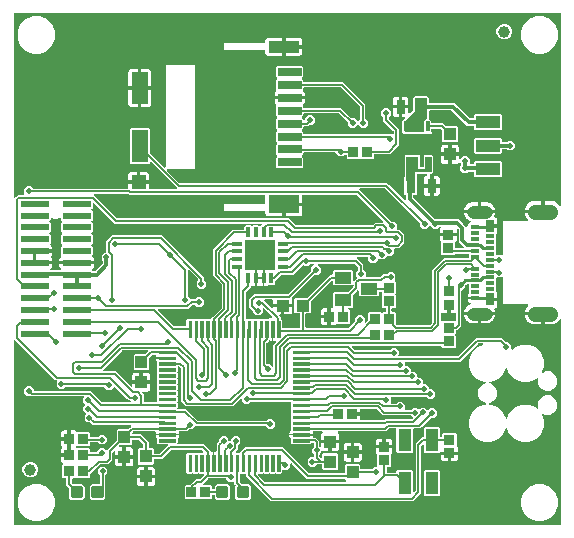
<source format=gbr>
G04 EAGLE Gerber RS-274X export*
G75*
%MOMM*%
%FSLAX34Y34*%
%LPD*%
%INBottom Copper*%
%IPPOS*%
%AMOC8*
5,1,8,0,0,1.08239X$1,22.5*%
G01*
%ADD10R,1.000000X1.100000*%
%ADD11R,1.100000X1.000000*%
%ADD12C,0.070000*%
%ADD13R,0.850000X0.900000*%
%ADD14R,0.320000X0.860000*%
%ADD15R,0.860000X0.320000*%
%ADD16R,2.500000X2.500000*%
%ADD17R,2.029991X1.019991*%
%ADD18R,0.304800X0.812800*%
%ADD19R,1.879600X1.600200*%
%ADD20R,0.800000X1.200000*%
%ADD21R,0.700000X0.300000*%
%ADD22R,0.700000X1.000000*%
%ADD23C,1.100000*%
%ADD24C,1.300000*%
%ADD25R,0.900000X0.850000*%
%ADD26R,1.400000X1.000000*%
%ADD27C,0.300000*%
%ADD28R,2.000000X0.700000*%
%ADD29R,2.600000X1.000000*%
%ADD30R,2.600000X1.500000*%
%ADD31R,1.400000X2.700000*%
%ADD32R,1.200000X1.200000*%
%ADD33R,1.100000X1.900000*%
%ADD34C,1.000000*%
%ADD35R,2.413000X0.558800*%
%ADD36C,0.152400*%
%ADD37C,0.330200*%
%ADD38C,0.508000*%
%ADD39C,0.254000*%
%ADD40C,0.304800*%
%ADD41C,0.406400*%
%ADD42C,0.508000*%

G36*
X427318Y232263D02*
X427318Y232263D01*
X427370Y232264D01*
X427438Y232289D01*
X427508Y232304D01*
X427553Y232331D01*
X427601Y232349D01*
X427657Y232393D01*
X427719Y232430D01*
X427753Y232470D01*
X427793Y232502D01*
X427832Y232563D01*
X427879Y232617D01*
X427898Y232665D01*
X427926Y232709D01*
X427944Y232779D01*
X427971Y232845D01*
X427979Y232917D01*
X427987Y232948D01*
X427985Y232971D01*
X427989Y233012D01*
X427989Y261068D01*
X427990Y261069D01*
X449028Y261069D01*
X449099Y261080D01*
X449170Y261082D01*
X449219Y261100D01*
X449271Y261109D01*
X449334Y261142D01*
X449401Y261167D01*
X449442Y261199D01*
X449488Y261224D01*
X449537Y261276D01*
X449593Y261320D01*
X449621Y261364D01*
X449657Y261402D01*
X449688Y261467D01*
X449726Y261527D01*
X449739Y261578D01*
X449761Y261625D01*
X449769Y261696D01*
X449786Y261766D01*
X449782Y261818D01*
X449788Y261870D01*
X449773Y261940D01*
X449767Y262011D01*
X449747Y262059D01*
X449736Y262110D01*
X449699Y262171D01*
X449671Y262237D01*
X449626Y262293D01*
X449610Y262321D01*
X449592Y262336D01*
X449566Y262368D01*
X448438Y263497D01*
X447448Y264978D01*
X446767Y266623D01*
X446540Y267761D01*
X461222Y267761D01*
X461241Y267764D01*
X461261Y267762D01*
X461363Y267784D01*
X461465Y267800D01*
X461482Y267810D01*
X461502Y267814D01*
X461591Y267867D01*
X461682Y267916D01*
X461696Y267930D01*
X461713Y267940D01*
X461780Y268019D01*
X461851Y268094D01*
X461860Y268112D01*
X461873Y268127D01*
X461911Y268223D01*
X461955Y268317D01*
X461957Y268337D01*
X461965Y268355D01*
X461983Y268522D01*
X461983Y269237D01*
X462698Y269237D01*
X462718Y269240D01*
X462737Y269238D01*
X462839Y269260D01*
X462941Y269277D01*
X462958Y269286D01*
X462978Y269290D01*
X463067Y269343D01*
X463158Y269392D01*
X463172Y269406D01*
X463189Y269416D01*
X463256Y269495D01*
X463328Y269570D01*
X463336Y269588D01*
X463349Y269603D01*
X463388Y269700D01*
X463431Y269793D01*
X463433Y269813D01*
X463441Y269831D01*
X463459Y269998D01*
X463459Y278301D01*
X469350Y278301D01*
X471097Y277953D01*
X472742Y277272D01*
X474223Y276282D01*
X475482Y275023D01*
X475925Y274361D01*
X475941Y274344D01*
X475952Y274323D01*
X476024Y274254D01*
X476093Y274181D01*
X476113Y274170D01*
X476130Y274154D01*
X476221Y274112D01*
X476309Y274064D01*
X476332Y274060D01*
X476353Y274050D01*
X476453Y274039D01*
X476552Y274022D01*
X476575Y274026D01*
X476597Y274023D01*
X476696Y274045D01*
X476795Y274060D01*
X476815Y274071D01*
X476838Y274076D01*
X476924Y274127D01*
X477013Y274173D01*
X477029Y274190D01*
X477049Y274202D01*
X477114Y274278D01*
X477184Y274350D01*
X477194Y274371D01*
X477209Y274389D01*
X477246Y274482D01*
X477289Y274573D01*
X477292Y274595D01*
X477301Y274617D01*
X477319Y274784D01*
X477319Y436628D01*
X477316Y436648D01*
X477318Y436667D01*
X477296Y436769D01*
X477280Y436871D01*
X477270Y436888D01*
X477266Y436908D01*
X477213Y436997D01*
X477164Y437088D01*
X477150Y437102D01*
X477140Y437119D01*
X477061Y437186D01*
X476986Y437258D01*
X476968Y437266D01*
X476953Y437279D01*
X476857Y437318D01*
X476763Y437361D01*
X476743Y437363D01*
X476725Y437371D01*
X476558Y437389D01*
X14732Y437387D01*
X14712Y437384D01*
X14693Y437386D01*
X14591Y437364D01*
X14489Y437348D01*
X14472Y437338D01*
X14452Y437334D01*
X14363Y437281D01*
X14272Y437232D01*
X14258Y437218D01*
X14241Y437208D01*
X14174Y437129D01*
X14102Y437054D01*
X14094Y437036D01*
X14081Y437021D01*
X14042Y436925D01*
X13999Y436831D01*
X13997Y436811D01*
X13989Y436793D01*
X13971Y436626D01*
X13971Y281932D01*
X13982Y281862D01*
X13984Y281790D01*
X14002Y281741D01*
X14010Y281690D01*
X14044Y281626D01*
X14069Y281559D01*
X14101Y281518D01*
X14126Y281472D01*
X14178Y281423D01*
X14222Y281367D01*
X14266Y281339D01*
X14304Y281303D01*
X14369Y281273D01*
X14429Y281234D01*
X14480Y281221D01*
X14527Y281199D01*
X14598Y281191D01*
X14668Y281174D01*
X14720Y281178D01*
X14771Y281172D01*
X14842Y281187D01*
X14913Y281193D01*
X14961Y281213D01*
X15012Y281224D01*
X15073Y281261D01*
X15139Y281289D01*
X15195Y281334D01*
X15223Y281351D01*
X15238Y281368D01*
X15270Y281394D01*
X15778Y281902D01*
X17341Y283465D01*
X22131Y283465D01*
X22202Y283476D01*
X22274Y283478D01*
X22323Y283496D01*
X22374Y283504D01*
X22437Y283538D01*
X22505Y283563D01*
X22545Y283595D01*
X22591Y283620D01*
X22641Y283671D01*
X22697Y283716D01*
X22725Y283760D01*
X22761Y283798D01*
X22791Y283863D01*
X22830Y283923D01*
X22842Y283974D01*
X22864Y284021D01*
X22872Y284092D01*
X22890Y284162D01*
X22886Y284214D01*
X22891Y284265D01*
X22876Y284336D01*
X22870Y284407D01*
X22850Y284455D01*
X22839Y284506D01*
X22802Y284567D01*
X22774Y284633D01*
X22729Y284689D01*
X22713Y284717D01*
X22695Y284732D01*
X22669Y284764D01*
X22605Y284828D01*
X22605Y288196D01*
X24986Y290577D01*
X28354Y290577D01*
X29909Y289022D01*
X29983Y288969D01*
X30052Y288909D01*
X30082Y288897D01*
X30108Y288878D01*
X30195Y288851D01*
X30280Y288817D01*
X30321Y288813D01*
X30344Y288806D01*
X30376Y288807D01*
X30447Y288799D01*
X110348Y288799D01*
X110368Y288802D01*
X110387Y288800D01*
X110489Y288822D01*
X110591Y288838D01*
X110608Y288848D01*
X110628Y288852D01*
X110717Y288905D01*
X110808Y288954D01*
X110822Y288968D01*
X110839Y288978D01*
X110906Y289057D01*
X110978Y289132D01*
X110986Y289150D01*
X110999Y289165D01*
X111038Y289261D01*
X111081Y289355D01*
X111083Y289375D01*
X111091Y289393D01*
X111109Y289560D01*
X111109Y292877D01*
X118888Y292877D01*
X118908Y292880D01*
X118927Y292878D01*
X119029Y292900D01*
X119131Y292917D01*
X119148Y292926D01*
X119168Y292930D01*
X119257Y292983D01*
X119348Y293032D01*
X119362Y293046D01*
X119379Y293056D01*
X119446Y293135D01*
X119517Y293210D01*
X119526Y293228D01*
X119539Y293243D01*
X119578Y293339D01*
X119621Y293433D01*
X119623Y293453D01*
X119631Y293471D01*
X119649Y293638D01*
X119649Y294401D01*
X119651Y294401D01*
X119651Y293638D01*
X119654Y293618D01*
X119652Y293599D01*
X119674Y293497D01*
X119691Y293395D01*
X119700Y293378D01*
X119704Y293358D01*
X119757Y293269D01*
X119806Y293178D01*
X119820Y293164D01*
X119830Y293147D01*
X119909Y293080D01*
X119984Y293009D01*
X120002Y293000D01*
X120017Y292987D01*
X120113Y292948D01*
X120207Y292905D01*
X120227Y292903D01*
X120245Y292895D01*
X120412Y292877D01*
X128191Y292877D01*
X128191Y288798D01*
X128194Y288778D01*
X128192Y288759D01*
X128214Y288657D01*
X128230Y288555D01*
X128240Y288538D01*
X128244Y288518D01*
X128297Y288429D01*
X128346Y288338D01*
X128360Y288324D01*
X128370Y288307D01*
X128449Y288240D01*
X128524Y288168D01*
X128542Y288160D01*
X128557Y288147D01*
X128653Y288108D01*
X128747Y288065D01*
X128767Y288063D01*
X128785Y288055D01*
X128952Y288037D01*
X151849Y288037D01*
X151919Y288048D01*
X151991Y288050D01*
X152040Y288068D01*
X152091Y288076D01*
X152155Y288110D01*
X152222Y288135D01*
X152263Y288167D01*
X152309Y288192D01*
X152358Y288244D01*
X152414Y288288D01*
X152442Y288332D01*
X152478Y288370D01*
X152508Y288435D01*
X152547Y288495D01*
X152560Y288546D01*
X152582Y288593D01*
X152590Y288664D01*
X152607Y288734D01*
X152603Y288786D01*
X152609Y288837D01*
X152594Y288908D01*
X152588Y288979D01*
X152568Y289027D01*
X152557Y289078D01*
X152520Y289139D01*
X152492Y289205D01*
X152447Y289261D01*
X152431Y289289D01*
X152413Y289304D01*
X152387Y289336D01*
X151109Y290614D01*
X130474Y311249D01*
X130416Y311291D01*
X130364Y311340D01*
X130317Y311362D01*
X130275Y311393D01*
X130206Y311414D01*
X130141Y311444D01*
X130089Y311450D01*
X130039Y311465D01*
X129968Y311463D01*
X129897Y311471D01*
X129846Y311460D01*
X129794Y311459D01*
X129726Y311434D01*
X129656Y311419D01*
X129611Y311392D01*
X129563Y311374D01*
X129507Y311329D01*
X129445Y311293D01*
X129411Y311253D01*
X129371Y311220D01*
X129332Y311160D01*
X129285Y311106D01*
X129266Y311057D01*
X129238Y311013D01*
X129220Y310944D01*
X129193Y310877D01*
X129185Y310806D01*
X129177Y310775D01*
X129178Y310771D01*
X128282Y309875D01*
X113018Y309875D01*
X112125Y310768D01*
X112125Y339032D01*
X113018Y339925D01*
X128282Y339925D01*
X129175Y339032D01*
X129175Y319332D01*
X129189Y319242D01*
X129197Y319151D01*
X129209Y319121D01*
X129214Y319089D01*
X129257Y319008D01*
X129293Y318924D01*
X129319Y318892D01*
X129330Y318872D01*
X129353Y318849D01*
X129398Y318793D01*
X141350Y306841D01*
X141408Y306800D01*
X141460Y306750D01*
X141507Y306728D01*
X141549Y306698D01*
X141618Y306677D01*
X141683Y306647D01*
X141735Y306641D01*
X141785Y306625D01*
X141856Y306627D01*
X141927Y306619D01*
X141978Y306630D01*
X142030Y306632D01*
X142098Y306656D01*
X142168Y306672D01*
X142213Y306698D01*
X142261Y306716D01*
X142317Y306761D01*
X142379Y306798D01*
X142413Y306837D01*
X142453Y306870D01*
X142492Y306930D01*
X142539Y306985D01*
X142558Y307033D01*
X142586Y307077D01*
X142604Y307146D01*
X142631Y307213D01*
X142639Y307284D01*
X142647Y307315D01*
X142645Y307339D01*
X142649Y307380D01*
X142649Y393430D01*
X142650Y393430D01*
X167641Y393430D01*
X167641Y305400D01*
X167641Y305399D01*
X144630Y305399D01*
X144559Y305388D01*
X144487Y305386D01*
X144438Y305368D01*
X144387Y305360D01*
X144324Y305326D01*
X144256Y305301D01*
X144216Y305269D01*
X144170Y305244D01*
X144120Y305192D01*
X144064Y305148D01*
X144036Y305104D01*
X144000Y305066D01*
X143970Y305001D01*
X143931Y304941D01*
X143918Y304890D01*
X143897Y304843D01*
X143889Y304772D01*
X143871Y304702D01*
X143875Y304650D01*
X143869Y304599D01*
X143885Y304528D01*
X143890Y304457D01*
X143911Y304409D01*
X143922Y304358D01*
X143959Y304297D01*
X143987Y304231D01*
X144031Y304175D01*
X144048Y304147D01*
X144066Y304132D01*
X144091Y304100D01*
X154343Y293848D01*
X154417Y293795D01*
X154487Y293735D01*
X154517Y293723D01*
X154543Y293704D01*
X154630Y293677D01*
X154715Y293643D01*
X154756Y293639D01*
X154778Y293632D01*
X154810Y293633D01*
X154882Y293625D01*
X330436Y293625D01*
X331998Y292062D01*
X344902Y279159D01*
X344960Y279117D01*
X345012Y279068D01*
X345059Y279046D01*
X345101Y279015D01*
X345170Y278994D01*
X345235Y278964D01*
X345287Y278958D01*
X345337Y278943D01*
X345408Y278945D01*
X345479Y278937D01*
X345530Y278948D01*
X345582Y278949D01*
X345650Y278974D01*
X345720Y278989D01*
X345765Y279016D01*
X345813Y279034D01*
X345869Y279079D01*
X345931Y279115D01*
X345965Y279155D01*
X346005Y279188D01*
X346044Y279248D01*
X346091Y279302D01*
X346110Y279351D01*
X346138Y279394D01*
X346156Y279464D01*
X346183Y279531D01*
X346191Y279602D01*
X346199Y279633D01*
X346197Y279656D01*
X346201Y279697D01*
X346201Y282925D01*
X346198Y282945D01*
X346200Y282964D01*
X346178Y283066D01*
X346162Y283168D01*
X346152Y283185D01*
X346148Y283205D01*
X346095Y283294D01*
X346046Y283385D01*
X346032Y283399D01*
X346022Y283416D01*
X345943Y283483D01*
X345868Y283555D01*
X345850Y283563D01*
X345835Y283576D01*
X345739Y283615D01*
X345645Y283658D01*
X345625Y283660D01*
X345607Y283668D01*
X345440Y283686D01*
X345397Y283686D01*
X344504Y284579D01*
X344504Y297843D01*
X344708Y298047D01*
X344761Y298121D01*
X344821Y298190D01*
X344833Y298220D01*
X344852Y298246D01*
X344879Y298333D01*
X344913Y298418D01*
X344917Y298459D01*
X344924Y298481D01*
X344923Y298514D01*
X344931Y298585D01*
X344931Y315907D01*
X345177Y316153D01*
X345203Y316189D01*
X345235Y316218D01*
X345250Y316244D01*
X345261Y316256D01*
X345280Y316296D01*
X345321Y316353D01*
X345334Y316395D01*
X345355Y316433D01*
X345363Y316475D01*
X345365Y316479D01*
X345367Y316497D01*
X345370Y316512D01*
X345393Y316588D01*
X345392Y316632D01*
X345400Y316675D01*
X345389Y316754D01*
X345387Y316834D01*
X345372Y316875D01*
X345366Y316919D01*
X345307Y317052D01*
X345303Y317065D01*
X345300Y317068D01*
X345298Y317072D01*
X345198Y317247D01*
X368571Y317247D01*
X368569Y317239D01*
X368541Y317164D01*
X368539Y317121D01*
X368528Y317078D01*
X368534Y316998D01*
X368531Y316919D01*
X368544Y316876D01*
X368547Y316833D01*
X368579Y316759D01*
X368601Y316683D01*
X368627Y316647D01*
X368644Y316606D01*
X368735Y316493D01*
X368743Y316481D01*
X368745Y316479D01*
X368748Y316475D01*
X369317Y315907D01*
X369317Y302583D01*
X367977Y301243D01*
X367267Y301243D01*
X367247Y301240D01*
X367228Y301242D01*
X367126Y301220D01*
X367024Y301204D01*
X367007Y301194D01*
X366987Y301190D01*
X366898Y301137D01*
X366807Y301088D01*
X366793Y301074D01*
X366776Y301064D01*
X366709Y300985D01*
X366638Y300910D01*
X366629Y300892D01*
X366616Y300877D01*
X366577Y300781D01*
X366534Y300687D01*
X366532Y300667D01*
X366524Y300649D01*
X366506Y300482D01*
X366506Y292734D01*
X361488Y292734D01*
X361488Y297545D01*
X361661Y298192D01*
X361996Y298771D01*
X362469Y299244D01*
X363048Y299579D01*
X363676Y299747D01*
X363698Y299757D01*
X363722Y299761D01*
X363809Y299807D01*
X363900Y299848D01*
X363918Y299864D01*
X363939Y299876D01*
X364007Y299947D01*
X364080Y300015D01*
X364092Y300036D01*
X364108Y300054D01*
X364150Y300144D01*
X364198Y300231D01*
X364202Y300255D01*
X364212Y300277D01*
X364223Y300376D01*
X364240Y300474D01*
X364236Y300498D01*
X364239Y300521D01*
X364218Y300618D01*
X364203Y300717D01*
X364192Y300738D01*
X364187Y300762D01*
X364136Y300847D01*
X364090Y300936D01*
X364073Y300952D01*
X364061Y300973D01*
X363985Y301038D01*
X363914Y301107D01*
X363892Y301117D01*
X363874Y301133D01*
X363781Y301170D01*
X363692Y301213D01*
X363668Y301216D01*
X363646Y301225D01*
X363479Y301243D01*
X355854Y301243D01*
X355834Y301240D01*
X355815Y301242D01*
X355713Y301220D01*
X355611Y301204D01*
X355594Y301194D01*
X355574Y301190D01*
X355485Y301137D01*
X355394Y301088D01*
X355380Y301074D01*
X355363Y301064D01*
X355296Y300985D01*
X355224Y300910D01*
X355216Y300892D01*
X355203Y300877D01*
X355164Y300781D01*
X355121Y300687D01*
X355119Y300667D01*
X355111Y300649D01*
X355093Y300482D01*
X355093Y298619D01*
X355107Y298529D01*
X355115Y298438D01*
X355127Y298408D01*
X355132Y298376D01*
X355175Y298296D01*
X355211Y298212D01*
X355237Y298179D01*
X355248Y298159D01*
X355271Y298137D01*
X355316Y298081D01*
X355554Y297843D01*
X355554Y284579D01*
X354661Y283686D01*
X353060Y283686D01*
X353040Y283683D01*
X353021Y283685D01*
X352919Y283663D01*
X352817Y283647D01*
X352800Y283637D01*
X352780Y283633D01*
X352691Y283580D01*
X352600Y283531D01*
X352586Y283517D01*
X352569Y283507D01*
X352502Y283428D01*
X352430Y283353D01*
X352422Y283335D01*
X352409Y283320D01*
X352370Y283224D01*
X352327Y283130D01*
X352325Y283110D01*
X352317Y283092D01*
X352299Y282925D01*
X352299Y281791D01*
X352313Y281701D01*
X352321Y281610D01*
X352333Y281580D01*
X352338Y281548D01*
X352381Y281468D01*
X352417Y281384D01*
X352443Y281352D01*
X352454Y281331D01*
X352477Y281309D01*
X352522Y281253D01*
X370610Y263164D01*
X370684Y263111D01*
X370753Y263052D01*
X370783Y263040D01*
X370810Y263021D01*
X370897Y262994D01*
X370981Y262960D01*
X371022Y262955D01*
X371045Y262949D01*
X371077Y262949D01*
X371148Y262942D01*
X372277Y262942D01*
X372324Y262908D01*
X372393Y262849D01*
X372423Y262837D01*
X372450Y262818D01*
X372537Y262791D01*
X372621Y262757D01*
X372662Y262752D01*
X372685Y262745D01*
X372717Y262746D01*
X372788Y262738D01*
X390797Y262738D01*
X394740Y258796D01*
X396920Y256616D01*
X396978Y256574D01*
X397030Y256525D01*
X397077Y256503D01*
X397119Y256472D01*
X397188Y256451D01*
X397253Y256421D01*
X397305Y256415D01*
X397355Y256400D01*
X397426Y256402D01*
X397497Y256394D01*
X397548Y256405D01*
X397600Y256406D01*
X397668Y256431D01*
X397738Y256446D01*
X397783Y256473D01*
X397831Y256491D01*
X397887Y256536D01*
X397949Y256572D01*
X397983Y256612D01*
X398023Y256644D01*
X398062Y256705D01*
X398109Y256759D01*
X398128Y256808D01*
X398156Y256851D01*
X398174Y256921D01*
X398201Y256987D01*
X398209Y257059D01*
X398217Y257090D01*
X398215Y257113D01*
X398219Y257154D01*
X398219Y257894D01*
X398392Y258541D01*
X398727Y259120D01*
X399200Y259593D01*
X399779Y259928D01*
X400406Y260096D01*
X400514Y260144D01*
X400627Y260194D01*
X400628Y260196D01*
X400630Y260197D01*
X400717Y260278D01*
X400808Y260361D01*
X400809Y260363D01*
X400810Y260364D01*
X400868Y260470D01*
X400927Y260576D01*
X400927Y260578D01*
X400928Y260580D01*
X400949Y260700D01*
X400970Y260818D01*
X400970Y260820D01*
X400970Y260823D01*
X400952Y260944D01*
X400934Y261062D01*
X400934Y261064D01*
X400933Y261066D01*
X400878Y261173D01*
X400823Y261281D01*
X400821Y261283D01*
X400820Y261284D01*
X400736Y261366D01*
X400647Y261453D01*
X400645Y261454D01*
X400644Y261456D01*
X400637Y261459D01*
X400500Y261534D01*
X399051Y262134D01*
X397734Y263014D01*
X396614Y264134D01*
X395734Y265451D01*
X395128Y266915D01*
X394960Y267761D01*
X407622Y267761D01*
X407641Y267764D01*
X407661Y267762D01*
X407763Y267784D01*
X407865Y267800D01*
X407882Y267810D01*
X407902Y267814D01*
X407991Y267867D01*
X408082Y267916D01*
X408096Y267930D01*
X408113Y267940D01*
X408180Y268019D01*
X408251Y268094D01*
X408260Y268112D01*
X408273Y268127D01*
X408311Y268223D01*
X408355Y268317D01*
X408357Y268337D01*
X408364Y268355D01*
X408377Y268279D01*
X408386Y268262D01*
X408390Y268242D01*
X408443Y268153D01*
X408492Y268062D01*
X408506Y268048D01*
X408516Y268031D01*
X408595Y267964D01*
X408670Y267892D01*
X408688Y267884D01*
X408703Y267871D01*
X408800Y267832D01*
X408893Y267789D01*
X408913Y267787D01*
X408931Y267779D01*
X409098Y267761D01*
X421760Y267761D01*
X421592Y266915D01*
X421012Y265514D01*
X420996Y265446D01*
X420970Y265381D01*
X420968Y265327D01*
X420955Y265274D01*
X420962Y265205D01*
X420959Y265136D01*
X420973Y265084D01*
X420978Y265030D01*
X421007Y264966D01*
X421026Y264899D01*
X421056Y264854D01*
X421078Y264805D01*
X421126Y264754D01*
X421165Y264696D01*
X421208Y264664D01*
X421245Y264624D01*
X421306Y264590D01*
X421362Y264548D01*
X421432Y264521D01*
X421460Y264505D01*
X421482Y264501D01*
X421518Y264487D01*
X421741Y264428D01*
X422320Y264093D01*
X422793Y263620D01*
X423128Y263041D01*
X423301Y262394D01*
X423301Y258583D01*
X418022Y258583D01*
X418002Y258580D01*
X417983Y258582D01*
X417881Y258560D01*
X417779Y258543D01*
X417762Y258534D01*
X417742Y258530D01*
X417653Y258477D01*
X417562Y258428D01*
X417548Y258414D01*
X417531Y258404D01*
X417464Y258325D01*
X417393Y258250D01*
X417384Y258232D01*
X417371Y258217D01*
X417332Y258121D01*
X417289Y258027D01*
X417287Y258007D01*
X417279Y257989D01*
X417261Y257822D01*
X417261Y256298D01*
X417264Y256278D01*
X417262Y256259D01*
X417284Y256157D01*
X417301Y256055D01*
X417310Y256038D01*
X417314Y256018D01*
X417367Y255929D01*
X417416Y255838D01*
X417430Y255824D01*
X417440Y255807D01*
X417519Y255740D01*
X417594Y255669D01*
X417612Y255660D01*
X417627Y255647D01*
X417723Y255608D01*
X417817Y255565D01*
X417837Y255563D01*
X417855Y255555D01*
X418022Y255537D01*
X423301Y255537D01*
X423301Y251726D01*
X423128Y251079D01*
X422793Y250500D01*
X422508Y250215D01*
X422463Y250152D01*
X422435Y250123D01*
X422429Y250111D01*
X422395Y250071D01*
X422383Y250041D01*
X422364Y250015D01*
X422337Y249928D01*
X422303Y249843D01*
X422299Y249802D01*
X422292Y249780D01*
X422293Y249748D01*
X422285Y249676D01*
X422285Y246324D01*
X422269Y246262D01*
X422239Y246163D01*
X422239Y246143D01*
X422234Y246124D01*
X422242Y246021D01*
X422245Y245918D01*
X422252Y245899D01*
X422253Y245879D01*
X422285Y245805D01*
X422285Y241324D01*
X422269Y241262D01*
X422239Y241163D01*
X422239Y241143D01*
X422234Y241124D01*
X422242Y241021D01*
X422245Y240918D01*
X422252Y240899D01*
X422253Y240879D01*
X422285Y240805D01*
X422285Y236324D01*
X422269Y236262D01*
X422239Y236163D01*
X422239Y236143D01*
X422234Y236124D01*
X422242Y236021D01*
X422245Y235918D01*
X422252Y235899D01*
X422253Y235879D01*
X422285Y235805D01*
X422285Y233426D01*
X422288Y233406D01*
X422286Y233387D01*
X422308Y233285D01*
X422324Y233183D01*
X422334Y233166D01*
X422338Y233146D01*
X422391Y233057D01*
X422440Y232966D01*
X422454Y232952D01*
X422464Y232935D01*
X422543Y232868D01*
X422618Y232796D01*
X422636Y232788D01*
X422651Y232775D01*
X422747Y232736D01*
X422841Y232693D01*
X422861Y232691D01*
X422879Y232683D01*
X423046Y232665D01*
X426499Y232665D01*
X426690Y232474D01*
X426748Y232432D01*
X426800Y232382D01*
X426847Y232360D01*
X426889Y232330D01*
X426958Y232309D01*
X427023Y232279D01*
X427075Y232273D01*
X427124Y232258D01*
X427196Y232260D01*
X427267Y232252D01*
X427318Y232263D01*
G37*
G36*
X476578Y3814D02*
X476578Y3814D01*
X476597Y3812D01*
X476699Y3834D01*
X476801Y3850D01*
X476818Y3860D01*
X476838Y3864D01*
X476927Y3917D01*
X477018Y3966D01*
X477032Y3980D01*
X477049Y3990D01*
X477116Y4069D01*
X477188Y4144D01*
X477196Y4162D01*
X477209Y4177D01*
X477248Y4273D01*
X477291Y4367D01*
X477293Y4387D01*
X477301Y4405D01*
X477319Y4572D01*
X477319Y177336D01*
X477316Y177359D01*
X477318Y177382D01*
X477296Y177480D01*
X477280Y177579D01*
X477269Y177600D01*
X477264Y177622D01*
X477211Y177708D01*
X477164Y177797D01*
X477148Y177812D01*
X477136Y177832D01*
X477059Y177897D01*
X476986Y177966D01*
X476965Y177976D01*
X476948Y177990D01*
X476854Y178027D01*
X476763Y178070D01*
X476740Y178072D01*
X476719Y178081D01*
X476618Y178086D01*
X476519Y178097D01*
X476496Y178092D01*
X476473Y178093D01*
X476376Y178066D01*
X476278Y178044D01*
X476258Y178033D01*
X476236Y178026D01*
X476153Y177970D01*
X476067Y177918D01*
X476052Y177901D01*
X476033Y177888D01*
X475925Y177759D01*
X475482Y177097D01*
X474223Y175838D01*
X472742Y174848D01*
X471097Y174167D01*
X469350Y173819D01*
X463459Y173819D01*
X463459Y182122D01*
X463456Y182141D01*
X463458Y182161D01*
X463436Y182263D01*
X463420Y182365D01*
X463410Y182382D01*
X463406Y182402D01*
X463353Y182491D01*
X463304Y182582D01*
X463290Y182596D01*
X463280Y182613D01*
X463201Y182680D01*
X463126Y182751D01*
X463108Y182760D01*
X463093Y182773D01*
X462997Y182811D01*
X462903Y182855D01*
X462883Y182857D01*
X462865Y182865D01*
X462698Y182883D01*
X461983Y182883D01*
X461983Y183598D01*
X461980Y183618D01*
X461982Y183637D01*
X461960Y183739D01*
X461943Y183841D01*
X461934Y183858D01*
X461930Y183878D01*
X461877Y183967D01*
X461828Y184058D01*
X461814Y184072D01*
X461804Y184089D01*
X461725Y184156D01*
X461650Y184228D01*
X461632Y184236D01*
X461617Y184249D01*
X461520Y184288D01*
X461427Y184331D01*
X461407Y184333D01*
X461389Y184341D01*
X461222Y184359D01*
X446540Y184359D01*
X446767Y185497D01*
X447448Y187142D01*
X448438Y188623D01*
X449574Y189760D01*
X449616Y189818D01*
X449665Y189870D01*
X449687Y189917D01*
X449718Y189959D01*
X449739Y190028D01*
X449769Y190093D01*
X449775Y190145D01*
X449790Y190195D01*
X449788Y190266D01*
X449796Y190337D01*
X449785Y190388D01*
X449784Y190440D01*
X449759Y190508D01*
X449744Y190578D01*
X449717Y190623D01*
X449699Y190671D01*
X449654Y190727D01*
X449618Y190789D01*
X449578Y190823D01*
X449546Y190863D01*
X449485Y190902D01*
X449431Y190949D01*
X449382Y190968D01*
X449339Y190996D01*
X449269Y191014D01*
X449203Y191041D01*
X449131Y191049D01*
X449100Y191057D01*
X449077Y191055D01*
X449036Y191059D01*
X427990Y191059D01*
X427989Y191060D01*
X427989Y213266D01*
X427978Y213337D01*
X427976Y213408D01*
X427958Y213457D01*
X427949Y213509D01*
X427916Y213572D01*
X427891Y213640D01*
X427859Y213680D01*
X427834Y213726D01*
X427782Y213775D01*
X427738Y213832D01*
X427694Y213860D01*
X427656Y213896D01*
X427591Y213926D01*
X427531Y213965D01*
X427480Y213977D01*
X427433Y213999D01*
X427362Y214007D01*
X427292Y214025D01*
X427240Y214021D01*
X427189Y214026D01*
X427118Y214011D01*
X427047Y214005D01*
X426999Y213985D01*
X426948Y213974D01*
X426887Y213937D01*
X426821Y213909D01*
X426765Y213864D01*
X426737Y213848D01*
X426722Y213830D01*
X426690Y213804D01*
X426499Y213613D01*
X423046Y213613D01*
X423026Y213610D01*
X423007Y213612D01*
X422905Y213590D01*
X422803Y213574D01*
X422786Y213564D01*
X422766Y213560D01*
X422677Y213507D01*
X422586Y213458D01*
X422572Y213444D01*
X422555Y213434D01*
X422488Y213355D01*
X422416Y213280D01*
X422408Y213262D01*
X422395Y213247D01*
X422356Y213151D01*
X422313Y213057D01*
X422311Y213037D01*
X422303Y213019D01*
X422285Y212852D01*
X422285Y211324D01*
X422269Y211262D01*
X422239Y211163D01*
X422239Y211143D01*
X422234Y211124D01*
X422242Y211021D01*
X422245Y210918D01*
X422252Y210899D01*
X422253Y210879D01*
X422285Y210805D01*
X422285Y206324D01*
X422269Y206262D01*
X422239Y206163D01*
X422239Y206143D01*
X422234Y206124D01*
X422242Y206021D01*
X422245Y205918D01*
X422252Y205899D01*
X422253Y205879D01*
X422285Y205805D01*
X422285Y202444D01*
X422299Y202354D01*
X422307Y202263D01*
X422319Y202233D01*
X422324Y202201D01*
X422367Y202120D01*
X422403Y202036D01*
X422429Y202004D01*
X422440Y201984D01*
X422463Y201961D01*
X422508Y201905D01*
X422793Y201620D01*
X423128Y201041D01*
X423301Y200394D01*
X423301Y196583D01*
X418022Y196583D01*
X418002Y196580D01*
X417983Y196582D01*
X417881Y196560D01*
X417779Y196543D01*
X417762Y196534D01*
X417742Y196530D01*
X417653Y196477D01*
X417562Y196428D01*
X417548Y196414D01*
X417531Y196404D01*
X417464Y196325D01*
X417393Y196250D01*
X417384Y196232D01*
X417371Y196217D01*
X417332Y196121D01*
X417289Y196027D01*
X417287Y196007D01*
X417279Y195989D01*
X417261Y195822D01*
X417261Y194298D01*
X417264Y194278D01*
X417262Y194259D01*
X417284Y194157D01*
X417301Y194055D01*
X417310Y194038D01*
X417314Y194018D01*
X417367Y193929D01*
X417416Y193838D01*
X417430Y193824D01*
X417440Y193807D01*
X417519Y193740D01*
X417594Y193669D01*
X417612Y193660D01*
X417627Y193647D01*
X417724Y193608D01*
X417817Y193565D01*
X417837Y193563D01*
X417855Y193555D01*
X418022Y193537D01*
X423301Y193537D01*
X423301Y189726D01*
X423128Y189079D01*
X422793Y188500D01*
X422320Y188027D01*
X421741Y187692D01*
X421518Y187633D01*
X421454Y187604D01*
X421387Y187585D01*
X421343Y187554D01*
X421294Y187531D01*
X421243Y187484D01*
X421185Y187444D01*
X421153Y187401D01*
X421113Y187364D01*
X421080Y187303D01*
X421039Y187247D01*
X421022Y187196D01*
X420996Y187148D01*
X420984Y187079D01*
X420962Y187013D01*
X420963Y186959D01*
X420954Y186906D01*
X420964Y186837D01*
X420965Y186767D01*
X420986Y186695D01*
X420991Y186662D01*
X421001Y186643D01*
X421012Y186606D01*
X421592Y185205D01*
X421760Y184359D01*
X409098Y184359D01*
X409079Y184356D01*
X409059Y184358D01*
X408957Y184336D01*
X408855Y184320D01*
X408838Y184310D01*
X408818Y184306D01*
X408729Y184253D01*
X408638Y184204D01*
X408624Y184190D01*
X408607Y184180D01*
X408540Y184101D01*
X408469Y184026D01*
X408460Y184008D01*
X408447Y183993D01*
X408409Y183897D01*
X408365Y183803D01*
X408363Y183783D01*
X408356Y183765D01*
X408343Y183841D01*
X408334Y183858D01*
X408330Y183878D01*
X408277Y183967D01*
X408228Y184058D01*
X408214Y184072D01*
X408204Y184089D01*
X408125Y184156D01*
X408050Y184228D01*
X408032Y184236D01*
X408017Y184249D01*
X407920Y184288D01*
X407827Y184331D01*
X407807Y184333D01*
X407789Y184341D01*
X407622Y184359D01*
X394960Y184359D01*
X395128Y185205D01*
X395734Y186669D01*
X396614Y187986D01*
X397734Y189106D01*
X399051Y189986D01*
X400500Y190586D01*
X400604Y190650D01*
X400706Y190713D01*
X400708Y190714D01*
X400709Y190715D01*
X400786Y190808D01*
X400864Y190901D01*
X400865Y190903D01*
X400866Y190905D01*
X400909Y191017D01*
X400954Y191130D01*
X400954Y191133D01*
X400954Y191135D01*
X400960Y191254D01*
X400965Y191376D01*
X400965Y191378D01*
X400965Y191380D01*
X400931Y191497D01*
X400898Y191613D01*
X400897Y191615D01*
X400896Y191617D01*
X400827Y191716D01*
X400759Y191816D01*
X400757Y191817D01*
X400756Y191819D01*
X400658Y191892D01*
X400562Y191963D01*
X400560Y191964D01*
X400559Y191965D01*
X400551Y191968D01*
X400406Y192024D01*
X399779Y192192D01*
X399200Y192527D01*
X398727Y193000D01*
X398392Y193579D01*
X398219Y194226D01*
X398219Y195299D01*
X404260Y195299D01*
X404279Y195302D01*
X404299Y195300D01*
X404400Y195322D01*
X404502Y195338D01*
X404520Y195348D01*
X404539Y195352D01*
X404629Y195405D01*
X404720Y195453D01*
X404733Y195468D01*
X404751Y195478D01*
X404818Y195557D01*
X404889Y195632D01*
X404898Y195650D01*
X404911Y195665D01*
X404949Y195761D01*
X404993Y195855D01*
X404995Y195875D01*
X405002Y195893D01*
X405021Y196060D01*
X405018Y196080D01*
X405020Y196099D01*
X405020Y196100D01*
X404998Y196201D01*
X404981Y196303D01*
X404972Y196320D01*
X404968Y196340D01*
X404914Y196429D01*
X404866Y196520D01*
X404852Y196534D01*
X404841Y196551D01*
X404763Y196618D01*
X404688Y196690D01*
X404670Y196698D01*
X404655Y196711D01*
X404558Y196750D01*
X404465Y196793D01*
X404445Y196795D01*
X404426Y196803D01*
X404260Y196821D01*
X398219Y196821D01*
X398219Y197894D01*
X398392Y198541D01*
X398727Y199120D01*
X399012Y199405D01*
X399065Y199479D01*
X399125Y199549D01*
X399137Y199579D01*
X399156Y199605D01*
X399183Y199692D01*
X399217Y199777D01*
X399221Y199818D01*
X399228Y199840D01*
X399227Y199872D01*
X399235Y199944D01*
X399235Y203296D01*
X399251Y203358D01*
X399281Y203457D01*
X399281Y203477D01*
X399286Y203496D01*
X399278Y203599D01*
X399275Y203702D01*
X399268Y203721D01*
X399267Y203741D01*
X399235Y203815D01*
X399235Y207504D01*
X399232Y207524D01*
X399234Y207543D01*
X399212Y207645D01*
X399196Y207747D01*
X399186Y207764D01*
X399182Y207784D01*
X399129Y207873D01*
X399080Y207964D01*
X399066Y207978D01*
X399056Y207995D01*
X398977Y208062D01*
X398902Y208134D01*
X398884Y208142D01*
X398869Y208155D01*
X398773Y208194D01*
X398679Y208237D01*
X398659Y208239D01*
X398641Y208247D01*
X398474Y208265D01*
X397953Y208265D01*
X397863Y208251D01*
X397772Y208243D01*
X397742Y208231D01*
X397710Y208226D01*
X397630Y208183D01*
X397546Y208147D01*
X397513Y208121D01*
X397493Y208110D01*
X397471Y208087D01*
X397415Y208042D01*
X396718Y207345D01*
X396664Y207271D01*
X396605Y207202D01*
X396593Y207172D01*
X396574Y207146D01*
X396547Y207059D01*
X396513Y206974D01*
X396509Y206933D01*
X396502Y206911D01*
X396503Y206878D01*
X396495Y206807D01*
X396495Y205326D01*
X394114Y202945D01*
X393827Y202945D01*
X393807Y202942D01*
X393788Y202944D01*
X393686Y202922D01*
X393584Y202906D01*
X393567Y202896D01*
X393547Y202892D01*
X393458Y202839D01*
X393367Y202790D01*
X393353Y202776D01*
X393336Y202766D01*
X393269Y202687D01*
X393197Y202612D01*
X393189Y202594D01*
X393176Y202579D01*
X393137Y202483D01*
X393094Y202389D01*
X393092Y202369D01*
X393084Y202351D01*
X393066Y202184D01*
X393066Y172662D01*
X389119Y168715D01*
X389056Y168715D01*
X389036Y168712D01*
X389017Y168714D01*
X388915Y168692D01*
X388813Y168675D01*
X388796Y168666D01*
X388776Y168662D01*
X388687Y168608D01*
X388596Y168560D01*
X388582Y168546D01*
X388565Y168535D01*
X388498Y168457D01*
X388426Y168382D01*
X388418Y168364D01*
X388405Y168349D01*
X388366Y168252D01*
X388323Y168159D01*
X388321Y168139D01*
X388313Y168120D01*
X388295Y167954D01*
X388295Y166120D01*
X387915Y165740D01*
X387903Y165724D01*
X387887Y165711D01*
X387835Y165630D01*
X387829Y165624D01*
X387826Y165617D01*
X387771Y165540D01*
X387765Y165521D01*
X387754Y165504D01*
X387731Y165413D01*
X387726Y165401D01*
X387724Y165388D01*
X387699Y165305D01*
X387699Y165285D01*
X387694Y165266D01*
X387701Y165179D01*
X387699Y165156D01*
X387703Y165135D01*
X387705Y165059D01*
X387712Y165040D01*
X387713Y165021D01*
X387743Y164951D01*
X387751Y164916D01*
X387768Y164887D01*
X387789Y164828D01*
X387802Y164813D01*
X387810Y164794D01*
X387864Y164727D01*
X387877Y164705D01*
X387891Y164693D01*
X387915Y164663D01*
X388295Y164283D01*
X388295Y154520D01*
X387402Y153627D01*
X377138Y153627D01*
X376245Y154520D01*
X376245Y154686D01*
X376242Y154706D01*
X376244Y154725D01*
X376222Y154827D01*
X376206Y154929D01*
X376196Y154946D01*
X376192Y154966D01*
X376139Y155055D01*
X376090Y155146D01*
X376076Y155160D01*
X376066Y155177D01*
X375987Y155244D01*
X375912Y155316D01*
X375894Y155324D01*
X375879Y155337D01*
X375783Y155376D01*
X375689Y155419D01*
X375669Y155421D01*
X375651Y155429D01*
X375484Y155447D01*
X301338Y155447D01*
X301267Y155436D01*
X301196Y155434D01*
X301147Y155416D01*
X301095Y155408D01*
X301032Y155374D01*
X300965Y155349D01*
X300924Y155317D01*
X300878Y155292D01*
X300829Y155240D01*
X300773Y155196D01*
X300744Y155152D01*
X300709Y155114D01*
X300678Y155049D01*
X300640Y154989D01*
X300627Y154938D01*
X300605Y154891D01*
X300597Y154820D01*
X300580Y154750D01*
X300584Y154698D01*
X300578Y154647D01*
X300593Y154576D01*
X300599Y154505D01*
X300619Y154457D01*
X300630Y154406D01*
X300667Y154345D01*
X300695Y154279D01*
X300740Y154223D01*
X300756Y154195D01*
X300774Y154180D01*
X300800Y154148D01*
X302578Y152370D01*
X302652Y152317D01*
X302721Y152257D01*
X302751Y152245D01*
X302778Y152226D01*
X302865Y152199D01*
X302949Y152165D01*
X302990Y152161D01*
X303013Y152154D01*
X303045Y152155D01*
X303116Y152147D01*
X332189Y152147D01*
X332279Y152161D01*
X332370Y152169D01*
X332400Y152181D01*
X332432Y152186D01*
X332512Y152229D01*
X332596Y152265D01*
X332628Y152291D01*
X332649Y152302D01*
X332671Y152325D01*
X332727Y152370D01*
X334282Y153925D01*
X337649Y153925D01*
X340031Y151544D01*
X340031Y148176D01*
X339814Y147960D01*
X339772Y147902D01*
X339723Y147850D01*
X339701Y147802D01*
X339671Y147760D01*
X339649Y147692D01*
X339619Y147627D01*
X339614Y147575D01*
X339598Y147525D01*
X339600Y147453D01*
X339592Y147382D01*
X339603Y147331D01*
X339605Y147279D01*
X339629Y147212D01*
X339644Y147142D01*
X339671Y147097D01*
X339689Y147048D01*
X339734Y146992D01*
X339771Y146931D01*
X339810Y146897D01*
X339843Y146856D01*
X339903Y146817D01*
X339957Y146771D01*
X340006Y146751D01*
X340050Y146723D01*
X340119Y146706D01*
X340186Y146679D01*
X340257Y146671D01*
X340288Y146663D01*
X340311Y146665D01*
X340352Y146660D01*
X389491Y146660D01*
X389581Y146675D01*
X389672Y146682D01*
X389702Y146695D01*
X389734Y146700D01*
X389815Y146743D01*
X389898Y146779D01*
X389931Y146804D01*
X389951Y146815D01*
X389973Y146839D01*
X390029Y146883D01*
X405453Y162307D01*
X427667Y162307D01*
X431127Y158847D01*
X431201Y158794D01*
X431271Y158734D01*
X431301Y158722D01*
X431327Y158703D01*
X431414Y158676D01*
X431499Y158642D01*
X431540Y158638D01*
X431562Y158631D01*
X431594Y158632D01*
X431666Y158624D01*
X432849Y158624D01*
X435230Y156243D01*
X435230Y153179D01*
X435241Y153108D01*
X435243Y153037D01*
X435261Y152988D01*
X435269Y152936D01*
X435303Y152873D01*
X435328Y152806D01*
X435360Y152765D01*
X435385Y152719D01*
X435437Y152670D01*
X435481Y152614D01*
X435525Y152585D01*
X435563Y152550D01*
X435628Y152519D01*
X435688Y152481D01*
X435739Y152468D01*
X435786Y152446D01*
X435857Y152438D01*
X435927Y152421D01*
X435979Y152425D01*
X436030Y152419D01*
X436101Y152434D01*
X436172Y152440D01*
X436220Y152460D01*
X436271Y152471D01*
X436332Y152508D01*
X436398Y152536D01*
X436454Y152581D01*
X436482Y152597D01*
X436497Y152615D01*
X436529Y152641D01*
X438155Y154267D01*
X443920Y156655D01*
X450160Y156655D01*
X455925Y154267D01*
X460337Y149855D01*
X462725Y144090D01*
X462725Y137850D01*
X461139Y134022D01*
X461123Y133952D01*
X461097Y133885D01*
X461095Y133833D01*
X461083Y133782D01*
X461090Y133711D01*
X461086Y133639D01*
X461101Y133589D01*
X461106Y133537D01*
X461135Y133472D01*
X461155Y133403D01*
X461185Y133360D01*
X461206Y133313D01*
X461254Y133260D01*
X461295Y133201D01*
X461337Y133170D01*
X461372Y133132D01*
X461435Y133097D01*
X461493Y133054D01*
X461542Y133038D01*
X461588Y133013D01*
X461658Y133000D01*
X461727Y132978D01*
X461779Y132979D01*
X461830Y132969D01*
X461901Y132980D01*
X461972Y132980D01*
X462041Y133000D01*
X462073Y133005D01*
X462094Y133016D01*
X462134Y133027D01*
X464448Y133986D01*
X467732Y133986D01*
X470767Y132729D01*
X473089Y130407D01*
X474346Y127372D01*
X474346Y124088D01*
X473089Y121053D01*
X470767Y118731D01*
X467732Y117474D01*
X464448Y117474D01*
X461413Y118731D01*
X459091Y121053D01*
X457834Y124088D01*
X457834Y127372D01*
X457933Y127610D01*
X457943Y127653D01*
X457960Y127689D01*
X457965Y127738D01*
X457984Y127798D01*
X457983Y127824D01*
X457989Y127850D01*
X457984Y127905D01*
X457987Y127934D01*
X457979Y127969D01*
X457977Y128044D01*
X457968Y128068D01*
X457966Y128094D01*
X457939Y128155D01*
X457935Y128174D01*
X457922Y128196D01*
X457893Y128275D01*
X457876Y128295D01*
X457866Y128319D01*
X457815Y128375D01*
X457808Y128385D01*
X457795Y128397D01*
X457739Y128467D01*
X457717Y128481D01*
X457699Y128500D01*
X457629Y128539D01*
X457622Y128545D01*
X457609Y128550D01*
X457532Y128600D01*
X457507Y128606D01*
X457484Y128619D01*
X457403Y128633D01*
X457393Y128637D01*
X457376Y128639D01*
X457294Y128660D01*
X457268Y128658D01*
X457242Y128663D01*
X457145Y128648D01*
X457048Y128641D01*
X457024Y128631D01*
X456999Y128627D01*
X456912Y128583D01*
X456822Y128544D01*
X456797Y128524D01*
X456779Y128515D01*
X456768Y128504D01*
X456762Y128501D01*
X456746Y128483D01*
X456691Y128440D01*
X455925Y127673D01*
X450160Y125285D01*
X443920Y125285D01*
X438155Y127673D01*
X433743Y132085D01*
X431868Y136612D01*
X431830Y136672D01*
X431801Y136738D01*
X431766Y136776D01*
X431739Y136821D01*
X431684Y136866D01*
X431635Y136919D01*
X431589Y136944D01*
X431549Y136977D01*
X431482Y137003D01*
X431419Y137038D01*
X431368Y137047D01*
X431320Y137066D01*
X431248Y137069D01*
X431177Y137081D01*
X431126Y137074D01*
X431074Y137076D01*
X431005Y137056D01*
X430934Y137046D01*
X430888Y137022D01*
X430838Y137007D01*
X430779Y136967D01*
X430715Y136934D01*
X430678Y136897D01*
X430636Y136867D01*
X430593Y136810D01*
X430543Y136758D01*
X430508Y136696D01*
X430489Y136670D01*
X430482Y136648D01*
X430462Y136612D01*
X428587Y132085D01*
X424175Y127673D01*
X418410Y125285D01*
X417236Y125285D01*
X417140Y125270D01*
X417043Y125260D01*
X417019Y125250D01*
X416993Y125246D01*
X416907Y125200D01*
X416818Y125160D01*
X416799Y125143D01*
X416775Y125130D01*
X416709Y125060D01*
X416637Y124994D01*
X416624Y124971D01*
X416606Y124952D01*
X416565Y124864D01*
X416518Y124778D01*
X416513Y124753D01*
X416502Y124729D01*
X416492Y124632D01*
X416474Y124536D01*
X416478Y124510D01*
X416475Y124485D01*
X416496Y124389D01*
X416510Y124293D01*
X416522Y124270D01*
X416528Y124244D01*
X416578Y124161D01*
X416622Y124074D01*
X416640Y124055D01*
X416654Y124033D01*
X416728Y123970D01*
X416797Y123902D01*
X416826Y123886D01*
X416841Y123873D01*
X416871Y123861D01*
X416944Y123821D01*
X419967Y122569D01*
X422289Y120247D01*
X423546Y117212D01*
X423546Y113928D01*
X422289Y110893D01*
X419967Y108571D01*
X416944Y107319D01*
X416861Y107268D01*
X416775Y107222D01*
X416757Y107203D01*
X416735Y107190D01*
X416673Y107115D01*
X416606Y107044D01*
X416595Y107020D01*
X416578Y107000D01*
X416543Y106909D01*
X416502Y106821D01*
X416500Y106795D01*
X416490Y106771D01*
X416486Y106673D01*
X416475Y106577D01*
X416481Y106551D01*
X416480Y106525D01*
X416507Y106431D01*
X416528Y106336D01*
X416541Y106314D01*
X416548Y106289D01*
X416604Y106209D01*
X416654Y106125D01*
X416674Y106108D01*
X416689Y106087D01*
X416767Y106028D01*
X416841Y105965D01*
X416865Y105955D01*
X416886Y105940D01*
X416978Y105910D01*
X417069Y105873D01*
X417101Y105870D01*
X417120Y105864D01*
X417153Y105864D01*
X417236Y105855D01*
X418410Y105855D01*
X424175Y103467D01*
X428587Y99055D01*
X430462Y94528D01*
X430499Y94468D01*
X430529Y94402D01*
X430564Y94364D01*
X430591Y94319D01*
X430646Y94274D01*
X430695Y94221D01*
X430741Y94196D01*
X430781Y94163D01*
X430848Y94137D01*
X430911Y94102D01*
X430962Y94093D01*
X431010Y94074D01*
X431082Y94071D01*
X431153Y94059D01*
X431204Y94066D01*
X431256Y94064D01*
X431325Y94084D01*
X431396Y94094D01*
X431442Y94118D01*
X431492Y94133D01*
X431551Y94173D01*
X431615Y94206D01*
X431652Y94243D01*
X431694Y94273D01*
X431737Y94330D01*
X431787Y94382D01*
X431822Y94444D01*
X431841Y94470D01*
X431848Y94492D01*
X431868Y94528D01*
X433743Y99055D01*
X438155Y103467D01*
X443920Y105855D01*
X450160Y105855D01*
X455925Y103467D01*
X456691Y102700D01*
X456770Y102644D01*
X456845Y102581D01*
X456870Y102572D01*
X456891Y102557D01*
X456984Y102528D01*
X457075Y102493D01*
X457101Y102492D01*
X457126Y102484D01*
X457223Y102487D01*
X457321Y102483D01*
X457346Y102490D01*
X457372Y102491D01*
X457463Y102524D01*
X457557Y102551D01*
X457578Y102566D01*
X457603Y102575D01*
X457679Y102636D01*
X457759Y102692D01*
X457775Y102713D01*
X457795Y102729D01*
X457848Y102811D01*
X457906Y102889D01*
X457914Y102914D01*
X457928Y102936D01*
X457952Y103030D01*
X457982Y103123D01*
X457982Y103149D01*
X457988Y103174D01*
X457980Y103271D01*
X457980Y103369D01*
X457970Y103400D01*
X457969Y103420D01*
X457956Y103450D01*
X457933Y103530D01*
X457834Y103768D01*
X457834Y107052D01*
X459091Y110087D01*
X461413Y112409D01*
X464448Y113666D01*
X467732Y113666D01*
X470767Y112409D01*
X473089Y110087D01*
X474346Y107052D01*
X474346Y103768D01*
X473089Y100733D01*
X470767Y98411D01*
X467732Y97154D01*
X464448Y97154D01*
X462134Y98113D01*
X462064Y98129D01*
X461997Y98155D01*
X461945Y98157D01*
X461894Y98169D01*
X461823Y98162D01*
X461751Y98165D01*
X461701Y98151D01*
X461649Y98146D01*
X461584Y98117D01*
X461515Y98097D01*
X461472Y98067D01*
X461425Y98046D01*
X461372Y97997D01*
X461313Y97957D01*
X461282Y97915D01*
X461243Y97880D01*
X461209Y97817D01*
X461166Y97759D01*
X461150Y97710D01*
X461125Y97664D01*
X461112Y97593D01*
X461090Y97525D01*
X461090Y97473D01*
X461081Y97422D01*
X461092Y97351D01*
X461092Y97279D01*
X461112Y97210D01*
X461117Y97179D01*
X461127Y97158D01*
X461139Y97118D01*
X462725Y93290D01*
X462725Y87050D01*
X460337Y81285D01*
X455925Y76873D01*
X450160Y74485D01*
X443920Y74485D01*
X438155Y76873D01*
X433743Y81285D01*
X431868Y85812D01*
X431830Y85872D01*
X431801Y85938D01*
X431766Y85976D01*
X431739Y86021D01*
X431684Y86066D01*
X431635Y86119D01*
X431589Y86144D01*
X431549Y86177D01*
X431482Y86203D01*
X431419Y86238D01*
X431368Y86247D01*
X431320Y86266D01*
X431248Y86269D01*
X431177Y86281D01*
X431126Y86274D01*
X431074Y86276D01*
X431005Y86256D01*
X430934Y86246D01*
X430888Y86222D01*
X430838Y86207D01*
X430779Y86167D01*
X430715Y86134D01*
X430678Y86097D01*
X430636Y86067D01*
X430593Y86010D01*
X430543Y85958D01*
X430508Y85896D01*
X430489Y85870D01*
X430482Y85848D01*
X430462Y85812D01*
X428587Y81285D01*
X424175Y76873D01*
X418410Y74485D01*
X412170Y74485D01*
X406405Y76873D01*
X401993Y81285D01*
X399605Y87050D01*
X399605Y93290D01*
X401993Y99055D01*
X406405Y103467D01*
X412170Y105855D01*
X413344Y105855D01*
X413440Y105870D01*
X413537Y105880D01*
X413561Y105890D01*
X413587Y105894D01*
X413673Y105940D01*
X413762Y105980D01*
X413781Y105997D01*
X413805Y106010D01*
X413871Y106080D01*
X413943Y106146D01*
X413956Y106169D01*
X413974Y106188D01*
X414015Y106276D01*
X414062Y106362D01*
X414067Y106387D01*
X414078Y106411D01*
X414088Y106508D01*
X414106Y106604D01*
X414102Y106630D01*
X414105Y106655D01*
X414084Y106751D01*
X414070Y106847D01*
X414058Y106870D01*
X414052Y106896D01*
X414002Y106979D01*
X413958Y107066D01*
X413940Y107085D01*
X413926Y107107D01*
X413852Y107170D01*
X413783Y107238D01*
X413754Y107254D01*
X413739Y107267D01*
X413709Y107279D01*
X413636Y107319D01*
X410613Y108571D01*
X408291Y110893D01*
X407034Y113928D01*
X407034Y117212D01*
X408291Y120247D01*
X410613Y122569D01*
X413636Y123821D01*
X413719Y123872D01*
X413805Y123918D01*
X413823Y123937D01*
X413845Y123950D01*
X413907Y124025D01*
X413974Y124096D01*
X413985Y124120D01*
X414002Y124140D01*
X414037Y124231D01*
X414078Y124319D01*
X414080Y124345D01*
X414090Y124369D01*
X414094Y124467D01*
X414105Y124563D01*
X414099Y124589D01*
X414100Y124615D01*
X414073Y124709D01*
X414052Y124804D01*
X414039Y124826D01*
X414032Y124851D01*
X413976Y124931D01*
X413926Y125015D01*
X413906Y125032D01*
X413891Y125053D01*
X413813Y125112D01*
X413739Y125175D01*
X413715Y125185D01*
X413694Y125200D01*
X413602Y125230D01*
X413511Y125267D01*
X413479Y125270D01*
X413460Y125276D01*
X413427Y125276D01*
X413344Y125285D01*
X412170Y125285D01*
X406405Y127673D01*
X401993Y132085D01*
X399605Y137850D01*
X399605Y144090D01*
X401993Y149855D01*
X406405Y154267D01*
X411238Y156269D01*
X411321Y156320D01*
X411407Y156366D01*
X411425Y156385D01*
X411447Y156398D01*
X411509Y156473D01*
X411576Y156544D01*
X411587Y156568D01*
X411604Y156588D01*
X411639Y156679D01*
X411680Y156767D01*
X411683Y156793D01*
X411692Y156817D01*
X411696Y156915D01*
X411707Y157011D01*
X411702Y157037D01*
X411703Y157063D01*
X411676Y157157D01*
X411655Y157252D01*
X411641Y157274D01*
X411634Y157299D01*
X411579Y157379D01*
X411529Y157463D01*
X411509Y157480D01*
X411494Y157501D01*
X411416Y157560D01*
X411342Y157623D01*
X411317Y157633D01*
X411297Y157648D01*
X411204Y157678D01*
X411114Y157715D01*
X411081Y157718D01*
X411063Y157724D01*
X411030Y157724D01*
X410947Y157733D01*
X407663Y157733D01*
X407572Y157719D01*
X407482Y157711D01*
X407452Y157699D01*
X407420Y157694D01*
X407339Y157651D01*
X407255Y157615D01*
X407223Y157589D01*
X407202Y157578D01*
X407180Y157555D01*
X407124Y157510D01*
X391701Y142087D01*
X345821Y142087D01*
X345801Y142084D01*
X345782Y142086D01*
X345680Y142064D01*
X345578Y142047D01*
X345561Y142038D01*
X345541Y142034D01*
X345452Y141980D01*
X345361Y141932D01*
X345347Y141918D01*
X345330Y141907D01*
X345263Y141829D01*
X345191Y141754D01*
X345183Y141736D01*
X345170Y141721D01*
X345131Y141624D01*
X345088Y141531D01*
X345086Y141511D01*
X345078Y141492D01*
X345060Y141326D01*
X345060Y139548D01*
X345063Y139528D01*
X345061Y139508D01*
X345083Y139407D01*
X345099Y139305D01*
X345109Y139287D01*
X345113Y139268D01*
X345166Y139179D01*
X345215Y139087D01*
X345229Y139074D01*
X345239Y139057D01*
X345318Y138989D01*
X345393Y138918D01*
X345411Y138910D01*
X345426Y138897D01*
X345522Y138858D01*
X345616Y138814D01*
X345636Y138812D01*
X345654Y138805D01*
X345821Y138786D01*
X348038Y138786D01*
X350419Y136405D01*
X350419Y134569D01*
X350422Y134550D01*
X350420Y134530D01*
X350442Y134428D01*
X350459Y134326D01*
X350468Y134309D01*
X350472Y134289D01*
X350526Y134200D01*
X350574Y134109D01*
X350588Y134095D01*
X350599Y134078D01*
X350677Y134011D01*
X350752Y133940D01*
X350770Y133931D01*
X350786Y133918D01*
X350882Y133880D01*
X350975Y133836D01*
X350995Y133834D01*
X351014Y133826D01*
X351180Y133808D01*
X353067Y133808D01*
X355448Y131427D01*
X355448Y129548D01*
X355452Y129528D01*
X355449Y129508D01*
X355471Y129407D01*
X355488Y129305D01*
X355497Y129287D01*
X355502Y129268D01*
X355555Y129179D01*
X355603Y129088D01*
X355618Y129074D01*
X355628Y129057D01*
X355707Y128989D01*
X355782Y128918D01*
X355800Y128910D01*
X355815Y128897D01*
X355911Y128858D01*
X356005Y128815D01*
X356024Y128812D01*
X356043Y128805D01*
X356210Y128786D01*
X358046Y128786D01*
X360427Y126405D01*
X360427Y124358D01*
X360430Y124339D01*
X360428Y124319D01*
X360450Y124218D01*
X360467Y124116D01*
X360476Y124098D01*
X360480Y124079D01*
X360533Y123990D01*
X360582Y123898D01*
X360596Y123885D01*
X360606Y123867D01*
X360685Y123800D01*
X360760Y123729D01*
X360778Y123720D01*
X360793Y123708D01*
X360889Y123669D01*
X360983Y123625D01*
X361003Y123623D01*
X361021Y123616D01*
X361188Y123597D01*
X363176Y123597D01*
X365558Y121216D01*
X365558Y119685D01*
X365561Y119665D01*
X365559Y119645D01*
X365581Y119544D01*
X365597Y119442D01*
X365607Y119424D01*
X365611Y119405D01*
X365664Y119316D01*
X365712Y119225D01*
X365727Y119211D01*
X365737Y119194D01*
X365816Y119127D01*
X365891Y119055D01*
X365909Y119047D01*
X365924Y119034D01*
X366020Y118995D01*
X366114Y118952D01*
X366134Y118949D01*
X366152Y118942D01*
X366319Y118924D01*
X368256Y118924D01*
X370638Y116542D01*
X370638Y113175D01*
X368256Y110794D01*
X364889Y110794D01*
X363639Y112044D01*
X363565Y112097D01*
X363495Y112157D01*
X363465Y112169D01*
X363439Y112188D01*
X363352Y112215D01*
X363267Y112249D01*
X363226Y112253D01*
X363204Y112260D01*
X363172Y112259D01*
X363101Y112267D01*
X333846Y112267D01*
X333775Y112256D01*
X333704Y112254D01*
X333655Y112236D01*
X333603Y112228D01*
X333540Y112194D01*
X333473Y112169D01*
X333432Y112137D01*
X333386Y112112D01*
X333337Y112060D01*
X333281Y112016D01*
X333252Y111972D01*
X333217Y111934D01*
X333186Y111869D01*
X333148Y111809D01*
X333135Y111758D01*
X333113Y111711D01*
X333105Y111640D01*
X333088Y111570D01*
X333092Y111518D01*
X333086Y111467D01*
X333101Y111396D01*
X333107Y111325D01*
X333127Y111277D01*
X333138Y111226D01*
X333158Y111193D01*
X333158Y107687D01*
X333140Y107629D01*
X333110Y107564D01*
X333104Y107512D01*
X333089Y107462D01*
X333091Y107391D01*
X333083Y107319D01*
X333094Y107269D01*
X333095Y107216D01*
X333120Y107149D01*
X333135Y107079D01*
X333162Y107034D01*
X333179Y106985D01*
X333224Y106929D01*
X333261Y106868D01*
X333301Y106834D01*
X333333Y106793D01*
X333394Y106755D01*
X333448Y106708D01*
X333496Y106688D01*
X333540Y106660D01*
X333610Y106643D01*
X333676Y106616D01*
X333747Y106608D01*
X333779Y106600D01*
X333802Y106602D01*
X333843Y106598D01*
X337363Y106598D01*
X337454Y106612D01*
X337544Y106619D01*
X337574Y106632D01*
X337606Y106637D01*
X337687Y106680D01*
X337771Y106716D01*
X337803Y106741D01*
X337824Y106752D01*
X337846Y106776D01*
X337902Y106820D01*
X339457Y108376D01*
X342824Y108376D01*
X345205Y105994D01*
X345205Y102515D01*
X345182Y102466D01*
X345177Y102414D01*
X345161Y102365D01*
X345163Y102293D01*
X345155Y102221D01*
X345166Y102171D01*
X345168Y102119D01*
X345192Y102051D01*
X345208Y101981D01*
X345234Y101936D01*
X345252Y101888D01*
X345297Y101832D01*
X345334Y101770D01*
X345373Y101736D01*
X345406Y101696D01*
X345466Y101657D01*
X345521Y101610D01*
X345569Y101591D01*
X345613Y101563D01*
X345682Y101545D01*
X345749Y101518D01*
X345820Y101510D01*
X345851Y101502D01*
X345875Y101504D01*
X345916Y101500D01*
X349759Y101500D01*
X349849Y101514D01*
X349940Y101522D01*
X349969Y101534D01*
X350001Y101539D01*
X350082Y101582D01*
X350166Y101618D01*
X350198Y101644D01*
X350219Y101655D01*
X350241Y101678D01*
X350297Y101723D01*
X351852Y103278D01*
X355219Y103278D01*
X356494Y102003D01*
X356510Y101992D01*
X356522Y101976D01*
X356609Y101920D01*
X356693Y101860D01*
X356712Y101854D01*
X356729Y101843D01*
X356830Y101818D01*
X356928Y101787D01*
X356948Y101788D01*
X356968Y101783D01*
X357071Y101791D01*
X357174Y101794D01*
X357193Y101801D01*
X357213Y101802D01*
X357308Y101843D01*
X357405Y101878D01*
X357421Y101891D01*
X357439Y101899D01*
X357570Y102003D01*
X358996Y103430D01*
X362364Y103430D01*
X364049Y101744D01*
X364066Y101732D01*
X364078Y101717D01*
X364165Y101660D01*
X364249Y101600D01*
X364268Y101594D01*
X364285Y101584D01*
X364385Y101558D01*
X364484Y101528D01*
X364504Y101528D01*
X364524Y101523D01*
X364626Y101531D01*
X364730Y101534D01*
X364749Y101541D01*
X364769Y101543D01*
X364864Y101583D01*
X364961Y101619D01*
X364977Y101631D01*
X364995Y101639D01*
X365126Y101744D01*
X366384Y103002D01*
X369751Y103002D01*
X372132Y100621D01*
X372132Y97253D01*
X369751Y94872D01*
X367552Y94872D01*
X367462Y94857D01*
X367371Y94850D01*
X367341Y94838D01*
X367309Y94832D01*
X367229Y94790D01*
X367145Y94754D01*
X367113Y94728D01*
X367092Y94717D01*
X367070Y94694D01*
X367014Y94649D01*
X359635Y87271D01*
X359635Y87270D01*
X358073Y85708D01*
X352851Y85708D01*
X352832Y85705D01*
X352812Y85707D01*
X352710Y85685D01*
X352608Y85668D01*
X352591Y85659D01*
X352571Y85655D01*
X352482Y85602D01*
X352391Y85553D01*
X352377Y85539D01*
X352360Y85529D01*
X352293Y85450D01*
X352222Y85375D01*
X352213Y85357D01*
X352200Y85342D01*
X352162Y85245D01*
X352118Y85152D01*
X352116Y85132D01*
X352108Y85114D01*
X352090Y84947D01*
X352090Y66077D01*
X351197Y65184D01*
X338934Y65184D01*
X338040Y66077D01*
X338040Y84947D01*
X338037Y84967D01*
X338039Y84986D01*
X338017Y85088D01*
X338001Y85190D01*
X337991Y85207D01*
X337987Y85227D01*
X337934Y85316D01*
X337886Y85407D01*
X337871Y85421D01*
X337861Y85438D01*
X337782Y85505D01*
X337707Y85576D01*
X337689Y85585D01*
X337674Y85598D01*
X337578Y85636D01*
X337484Y85680D01*
X337464Y85682D01*
X337446Y85690D01*
X337279Y85708D01*
X331878Y85708D01*
X331788Y85693D01*
X331697Y85686D01*
X331667Y85674D01*
X331635Y85668D01*
X331555Y85626D01*
X331471Y85590D01*
X331439Y85564D01*
X331418Y85553D01*
X331396Y85530D01*
X331340Y85485D01*
X329142Y83287D01*
X289124Y83287D01*
X289053Y83276D01*
X288981Y83274D01*
X288932Y83256D01*
X288881Y83248D01*
X288818Y83214D01*
X288750Y83189D01*
X288710Y83157D01*
X288664Y83132D01*
X288614Y83080D01*
X288558Y83036D01*
X288530Y82992D01*
X288494Y82954D01*
X288464Y82889D01*
X288425Y82829D01*
X288412Y82778D01*
X288391Y82731D01*
X288383Y82660D01*
X288365Y82590D01*
X288369Y82538D01*
X288363Y82487D01*
X288379Y82416D01*
X288384Y82345D01*
X288405Y82297D01*
X288416Y82246D01*
X288453Y82185D01*
X288481Y82119D01*
X288525Y82063D01*
X288542Y82035D01*
X288560Y82020D01*
X288585Y81988D01*
X288973Y81600D01*
X289308Y81021D01*
X289481Y80374D01*
X289481Y76063D01*
X282702Y76063D01*
X282682Y76060D01*
X282663Y76062D01*
X282561Y76040D01*
X282459Y76023D01*
X282442Y76014D01*
X282422Y76010D01*
X282333Y75957D01*
X282242Y75908D01*
X282228Y75894D01*
X282211Y75884D01*
X282144Y75805D01*
X282073Y75730D01*
X282064Y75712D01*
X282051Y75697D01*
X282012Y75601D01*
X281969Y75507D01*
X281967Y75487D01*
X281959Y75469D01*
X281941Y75302D01*
X281941Y74539D01*
X281939Y74539D01*
X281939Y75302D01*
X281936Y75322D01*
X281938Y75341D01*
X281916Y75443D01*
X281899Y75545D01*
X281890Y75562D01*
X281886Y75582D01*
X281833Y75671D01*
X281784Y75762D01*
X281770Y75776D01*
X281760Y75793D01*
X281681Y75860D01*
X281606Y75931D01*
X281588Y75940D01*
X281573Y75953D01*
X281477Y75992D01*
X281383Y76035D01*
X281363Y76037D01*
X281345Y76045D01*
X281178Y76063D01*
X274399Y76063D01*
X274399Y80374D01*
X274572Y81021D01*
X274907Y81600D01*
X275295Y81988D01*
X275337Y82046D01*
X275386Y82098D01*
X275408Y82145D01*
X275438Y82187D01*
X275459Y82256D01*
X275489Y82321D01*
X275495Y82373D01*
X275511Y82423D01*
X275509Y82494D01*
X275517Y82565D01*
X275505Y82616D01*
X275504Y82668D01*
X275480Y82736D01*
X275464Y82806D01*
X275438Y82851D01*
X275420Y82899D01*
X275375Y82955D01*
X275338Y83017D01*
X275299Y83051D01*
X275266Y83091D01*
X275206Y83130D01*
X275151Y83177D01*
X275103Y83196D01*
X275059Y83224D01*
X274990Y83242D01*
X274923Y83269D01*
X274852Y83277D01*
X274821Y83285D01*
X274797Y83283D01*
X274756Y83287D01*
X267887Y83287D01*
X267770Y83268D01*
X267652Y83250D01*
X267649Y83248D01*
X267645Y83248D01*
X267539Y83192D01*
X267434Y83137D01*
X267431Y83134D01*
X267427Y83132D01*
X267345Y83046D01*
X267263Y82961D01*
X267261Y82957D01*
X267258Y82954D01*
X267208Y82846D01*
X267156Y82739D01*
X267156Y82735D01*
X267154Y82731D01*
X267141Y82614D01*
X267127Y82495D01*
X267127Y82490D01*
X267127Y82487D01*
X267130Y82473D01*
X267152Y82329D01*
X267251Y81961D01*
X267251Y81291D01*
X257360Y81291D01*
X247469Y81291D01*
X247469Y81961D01*
X247666Y82696D01*
X248047Y83355D01*
X248262Y83570D01*
X248315Y83644D01*
X248375Y83714D01*
X248387Y83744D01*
X248406Y83770D01*
X248433Y83857D01*
X248467Y83942D01*
X248471Y83983D01*
X248478Y84005D01*
X248477Y84037D01*
X248485Y84109D01*
X248485Y87357D01*
X248620Y87492D01*
X248632Y87508D01*
X248648Y87520D01*
X248704Y87608D01*
X248764Y87691D01*
X248770Y87710D01*
X248781Y87727D01*
X248806Y87828D01*
X248836Y87927D01*
X248836Y87947D01*
X248841Y87966D01*
X248833Y88069D01*
X248830Y88172D01*
X248823Y88191D01*
X248822Y88211D01*
X248781Y88306D01*
X248746Y88403D01*
X248733Y88419D01*
X248725Y88437D01*
X248620Y88568D01*
X248485Y88703D01*
X248485Y92357D01*
X248620Y92492D01*
X248632Y92508D01*
X248648Y92520D01*
X248704Y92608D01*
X248764Y92691D01*
X248770Y92710D01*
X248781Y92727D01*
X248806Y92827D01*
X248836Y92927D01*
X248836Y92947D01*
X248841Y92966D01*
X248833Y93069D01*
X248830Y93172D01*
X248823Y93191D01*
X248822Y93211D01*
X248781Y93306D01*
X248746Y93403D01*
X248733Y93419D01*
X248725Y93437D01*
X248620Y93568D01*
X248485Y93703D01*
X248485Y97357D01*
X248620Y97492D01*
X248632Y97508D01*
X248648Y97520D01*
X248704Y97608D01*
X248764Y97691D01*
X248770Y97710D01*
X248781Y97727D01*
X248806Y97828D01*
X248836Y97927D01*
X248836Y97947D01*
X248841Y97966D01*
X248833Y98069D01*
X248830Y98172D01*
X248823Y98191D01*
X248822Y98211D01*
X248781Y98306D01*
X248746Y98403D01*
X248733Y98419D01*
X248725Y98437D01*
X248620Y98568D01*
X248485Y98703D01*
X248485Y102357D01*
X248620Y102492D01*
X248632Y102508D01*
X248648Y102520D01*
X248704Y102608D01*
X248764Y102691D01*
X248770Y102710D01*
X248781Y102727D01*
X248806Y102828D01*
X248836Y102927D01*
X248836Y102947D01*
X248841Y102966D01*
X248833Y103069D01*
X248830Y103172D01*
X248823Y103191D01*
X248822Y103211D01*
X248781Y103306D01*
X248746Y103403D01*
X248733Y103419D01*
X248725Y103437D01*
X248620Y103568D01*
X248485Y103703D01*
X248485Y107482D01*
X248482Y107502D01*
X248484Y107521D01*
X248462Y107623D01*
X248446Y107725D01*
X248436Y107742D01*
X248432Y107762D01*
X248379Y107851D01*
X248330Y107942D01*
X248316Y107956D01*
X248306Y107973D01*
X248227Y108040D01*
X248152Y108112D01*
X248134Y108120D01*
X248119Y108133D01*
X248023Y108172D01*
X247929Y108215D01*
X247909Y108217D01*
X247891Y108225D01*
X247724Y108243D01*
X214924Y108243D01*
X214834Y108229D01*
X214743Y108221D01*
X214713Y108209D01*
X214681Y108204D01*
X214601Y108161D01*
X214517Y108125D01*
X214485Y108099D01*
X214464Y108088D01*
X214442Y108065D01*
X214386Y108020D01*
X212903Y106538D01*
X209536Y106538D01*
X207155Y108919D01*
X207155Y110120D01*
X207143Y110190D01*
X207141Y110262D01*
X207123Y110311D01*
X207115Y110362D01*
X207081Y110426D01*
X207057Y110493D01*
X207024Y110534D01*
X207000Y110580D01*
X206948Y110629D01*
X206903Y110685D01*
X206859Y110713D01*
X206821Y110749D01*
X206757Y110779D01*
X206696Y110818D01*
X206646Y110831D01*
X206598Y110853D01*
X206527Y110861D01*
X206458Y110878D01*
X206406Y110874D01*
X206354Y110880D01*
X206284Y110865D01*
X206212Y110859D01*
X206165Y110839D01*
X206114Y110828D01*
X206052Y110791D01*
X205986Y110763D01*
X205930Y110718D01*
X205902Y110702D01*
X205887Y110684D01*
X205855Y110658D01*
X199590Y104393D01*
X159987Y104393D01*
X155600Y108781D01*
X155600Y120429D01*
X155681Y120511D01*
X155724Y120570D01*
X155767Y120615D01*
X155774Y120631D01*
X155794Y120654D01*
X155806Y120684D01*
X155825Y120710D01*
X155852Y120797D01*
X155853Y120799D01*
X155871Y120838D01*
X155872Y120846D01*
X155886Y120882D01*
X155891Y120923D01*
X155897Y120945D01*
X155897Y120978D01*
X155904Y121049D01*
X155904Y136202D01*
X155890Y136292D01*
X155883Y136383D01*
X155870Y136413D01*
X155865Y136445D01*
X155822Y136526D01*
X155786Y136610D01*
X155761Y136642D01*
X155750Y136662D01*
X155726Y136685D01*
X155681Y136741D01*
X154402Y138020D01*
X154328Y138073D01*
X154258Y138133D01*
X154228Y138145D01*
X154202Y138164D01*
X154115Y138191D01*
X154030Y138225D01*
X153989Y138229D01*
X153967Y138236D01*
X153935Y138235D01*
X153864Y138243D01*
X153596Y138243D01*
X153576Y138240D01*
X153557Y138242D01*
X153455Y138220D01*
X153353Y138204D01*
X153336Y138194D01*
X153316Y138190D01*
X153227Y138137D01*
X153136Y138088D01*
X153122Y138074D01*
X153105Y138064D01*
X153038Y137985D01*
X152966Y137910D01*
X152958Y137892D01*
X152945Y137877D01*
X152906Y137781D01*
X152863Y137687D01*
X152861Y137667D01*
X152853Y137649D01*
X152835Y137482D01*
X152835Y133703D01*
X152700Y133568D01*
X152688Y133552D01*
X152672Y133540D01*
X152616Y133452D01*
X152556Y133369D01*
X152550Y133350D01*
X152539Y133333D01*
X152514Y133232D01*
X152484Y133133D01*
X152484Y133113D01*
X152479Y133094D01*
X152487Y132991D01*
X152490Y132888D01*
X152497Y132869D01*
X152498Y132849D01*
X152539Y132754D01*
X152574Y132657D01*
X152587Y132641D01*
X152595Y132623D01*
X152700Y132492D01*
X152835Y132357D01*
X152835Y128703D01*
X152700Y128568D01*
X152688Y128552D01*
X152672Y128540D01*
X152616Y128452D01*
X152556Y128369D01*
X152550Y128350D01*
X152539Y128333D01*
X152514Y128232D01*
X152484Y128134D01*
X152484Y128114D01*
X152479Y128094D01*
X152487Y127991D01*
X152490Y127888D01*
X152497Y127869D01*
X152498Y127849D01*
X152539Y127754D01*
X152574Y127657D01*
X152587Y127641D01*
X152595Y127623D01*
X152700Y127492D01*
X152835Y127357D01*
X152835Y123703D01*
X152700Y123568D01*
X152688Y123552D01*
X152672Y123540D01*
X152616Y123452D01*
X152556Y123369D01*
X152550Y123350D01*
X152539Y123333D01*
X152514Y123232D01*
X152484Y123133D01*
X152484Y123113D01*
X152479Y123094D01*
X152487Y122991D01*
X152490Y122888D01*
X152497Y122869D01*
X152498Y122849D01*
X152539Y122754D01*
X152574Y122657D01*
X152587Y122641D01*
X152595Y122623D01*
X152700Y122492D01*
X152835Y122357D01*
X152835Y118703D01*
X152700Y118568D01*
X152688Y118552D01*
X152672Y118540D01*
X152616Y118452D01*
X152556Y118369D01*
X152550Y118350D01*
X152539Y118333D01*
X152514Y118232D01*
X152484Y118133D01*
X152484Y118113D01*
X152479Y118094D01*
X152487Y117991D01*
X152490Y117888D01*
X152497Y117869D01*
X152498Y117849D01*
X152539Y117754D01*
X152574Y117657D01*
X152587Y117641D01*
X152595Y117623D01*
X152700Y117492D01*
X152835Y117357D01*
X152835Y113703D01*
X152700Y113568D01*
X152688Y113552D01*
X152672Y113540D01*
X152616Y113452D01*
X152556Y113369D01*
X152550Y113350D01*
X152539Y113333D01*
X152514Y113232D01*
X152484Y113133D01*
X152484Y113113D01*
X152479Y113094D01*
X152487Y112991D01*
X152490Y112888D01*
X152497Y112869D01*
X152498Y112849D01*
X152539Y112754D01*
X152574Y112657D01*
X152587Y112641D01*
X152595Y112623D01*
X152700Y112492D01*
X152835Y112357D01*
X152835Y108703D01*
X152700Y108568D01*
X152688Y108552D01*
X152672Y108540D01*
X152616Y108452D01*
X152556Y108369D01*
X152550Y108350D01*
X152539Y108333D01*
X152514Y108232D01*
X152484Y108133D01*
X152484Y108113D01*
X152479Y108094D01*
X152487Y107991D01*
X152490Y107888D01*
X152497Y107869D01*
X152498Y107849D01*
X152539Y107754D01*
X152574Y107657D01*
X152587Y107641D01*
X152595Y107623D01*
X152700Y107492D01*
X152835Y107357D01*
X152835Y103703D01*
X152700Y103568D01*
X152688Y103552D01*
X152672Y103540D01*
X152616Y103452D01*
X152556Y103369D01*
X152550Y103350D01*
X152539Y103333D01*
X152514Y103232D01*
X152484Y103133D01*
X152484Y103113D01*
X152479Y103094D01*
X152487Y102991D01*
X152490Y102888D01*
X152497Y102869D01*
X152498Y102849D01*
X152539Y102754D01*
X152574Y102657D01*
X152587Y102641D01*
X152595Y102623D01*
X152700Y102492D01*
X152860Y102332D01*
X152934Y102278D01*
X153003Y102219D01*
X153033Y102207D01*
X153059Y102188D01*
X153146Y102161D01*
X153231Y102127D01*
X153272Y102123D01*
X153294Y102116D01*
X153327Y102117D01*
X153398Y102109D01*
X160205Y102109D01*
X169888Y92426D01*
X169962Y92373D01*
X170032Y92313D01*
X170062Y92301D01*
X170088Y92282D01*
X170175Y92255D01*
X170260Y92221D01*
X170301Y92217D01*
X170323Y92210D01*
X170355Y92211D01*
X170427Y92203D01*
X227871Y92203D01*
X227961Y92217D01*
X228052Y92225D01*
X228082Y92237D01*
X228114Y92242D01*
X228194Y92285D01*
X228278Y92321D01*
X228310Y92347D01*
X228331Y92358D01*
X228353Y92381D01*
X228409Y92426D01*
X229660Y93676D01*
X233027Y93676D01*
X235408Y91295D01*
X235408Y87928D01*
X233027Y85546D01*
X229660Y85546D01*
X227800Y87406D01*
X227726Y87459D01*
X227656Y87519D01*
X227626Y87531D01*
X227600Y87550D01*
X227513Y87577D01*
X227428Y87611D01*
X227387Y87615D01*
X227365Y87622D01*
X227333Y87621D01*
X227261Y87629D01*
X168146Y87629D01*
X168133Y87638D01*
X168033Y87663D01*
X167934Y87693D01*
X167914Y87693D01*
X167895Y87698D01*
X167792Y87690D01*
X167688Y87687D01*
X167669Y87680D01*
X167649Y87678D01*
X167554Y87638D01*
X167457Y87603D01*
X167442Y87590D01*
X167423Y87582D01*
X167292Y87477D01*
X164752Y84937D01*
X162553Y84937D01*
X162462Y84922D01*
X162372Y84915D01*
X162342Y84902D01*
X162310Y84897D01*
X162229Y84854D01*
X162145Y84819D01*
X162113Y84793D01*
X162092Y84782D01*
X162070Y84759D01*
X162014Y84714D01*
X160544Y83243D01*
X154499Y83243D01*
X154382Y83224D01*
X154264Y83206D01*
X154260Y83204D01*
X154256Y83204D01*
X154152Y83148D01*
X154046Y83093D01*
X154043Y83090D01*
X154039Y83088D01*
X153958Y83003D01*
X153874Y82917D01*
X153872Y82913D01*
X153870Y82910D01*
X153820Y82803D01*
X153768Y82695D01*
X153768Y82691D01*
X153766Y82687D01*
X153753Y82571D01*
X153738Y82451D01*
X153739Y82446D01*
X153739Y82443D01*
X153742Y82429D01*
X153764Y82285D01*
X153851Y81961D01*
X153851Y81291D01*
X143960Y81291D01*
X134069Y81291D01*
X134069Y81961D01*
X134174Y82353D01*
X134186Y82472D01*
X134199Y82589D01*
X134198Y82594D01*
X134199Y82598D01*
X134172Y82713D01*
X134147Y82830D01*
X134145Y82833D01*
X134144Y82837D01*
X134082Y82938D01*
X134021Y83041D01*
X134018Y83044D01*
X134016Y83047D01*
X133924Y83124D01*
X133834Y83201D01*
X133830Y83202D01*
X133827Y83205D01*
X133717Y83248D01*
X133606Y83293D01*
X133601Y83293D01*
X133598Y83295D01*
X133584Y83295D01*
X133439Y83311D01*
X115826Y83311D01*
X115736Y83297D01*
X115645Y83289D01*
X115615Y83277D01*
X115583Y83272D01*
X115502Y83229D01*
X115418Y83193D01*
X115386Y83167D01*
X115365Y83156D01*
X115343Y83133D01*
X115287Y83088D01*
X114389Y82190D01*
X114347Y82132D01*
X114298Y82080D01*
X114276Y82033D01*
X114246Y81991D01*
X114225Y81922D01*
X114194Y81857D01*
X114189Y81805D01*
X114173Y81755D01*
X114175Y81684D01*
X114167Y81613D01*
X114178Y81562D01*
X114180Y81510D01*
X114204Y81442D01*
X114219Y81372D01*
X114246Y81327D01*
X114264Y81279D01*
X114309Y81223D01*
X114346Y81161D01*
X114385Y81127D01*
X114418Y81087D01*
X114478Y81048D01*
X114533Y81001D01*
X114581Y80982D01*
X114625Y80954D01*
X114694Y80936D01*
X114761Y80909D01*
X114832Y80901D01*
X114863Y80893D01*
X114887Y80895D01*
X114927Y80891D01*
X121733Y80891D01*
X128144Y74480D01*
X128144Y69880D01*
X128147Y69860D01*
X128145Y69841D01*
X128167Y69739D01*
X128183Y69637D01*
X128193Y69620D01*
X128197Y69600D01*
X128250Y69511D01*
X128299Y69420D01*
X128313Y69406D01*
X128323Y69389D01*
X128402Y69322D01*
X128477Y69250D01*
X128495Y69242D01*
X128510Y69229D01*
X128606Y69190D01*
X128700Y69147D01*
X128720Y69145D01*
X128738Y69137D01*
X128905Y69119D01*
X131489Y69119D01*
X132382Y68226D01*
X132382Y65142D01*
X132385Y65122D01*
X132383Y65103D01*
X132405Y65001D01*
X132421Y64899D01*
X132431Y64882D01*
X132435Y64862D01*
X132488Y64773D01*
X132537Y64682D01*
X132551Y64668D01*
X132561Y64651D01*
X132640Y64584D01*
X132715Y64512D01*
X132733Y64504D01*
X132748Y64491D01*
X132844Y64452D01*
X132938Y64409D01*
X132958Y64407D01*
X132976Y64399D01*
X133143Y64381D01*
X137031Y64381D01*
X137122Y64395D01*
X137212Y64403D01*
X137242Y64415D01*
X137274Y64420D01*
X137355Y64463D01*
X137439Y64499D01*
X137471Y64525D01*
X137492Y64536D01*
X137514Y64559D01*
X137570Y64604D01*
X143540Y70574D01*
X144272Y71306D01*
X144314Y71364D01*
X144363Y71416D01*
X144385Y71463D01*
X144415Y71505D01*
X144436Y71574D01*
X144467Y71639D01*
X144472Y71691D01*
X144488Y71741D01*
X144486Y71812D01*
X144494Y71883D01*
X144483Y71934D01*
X144481Y71986D01*
X144457Y72054D01*
X144442Y72124D01*
X144415Y72169D01*
X144397Y72217D01*
X144352Y72273D01*
X144315Y72335D01*
X144276Y72369D01*
X144243Y72409D01*
X144183Y72448D01*
X144128Y72495D01*
X144080Y72514D01*
X144036Y72542D01*
X143967Y72560D01*
X143900Y72587D01*
X143829Y72595D01*
X143798Y72603D01*
X143774Y72601D01*
X143734Y72605D01*
X136183Y72605D01*
X135085Y73703D01*
X135085Y76951D01*
X135071Y77041D01*
X135063Y77132D01*
X135051Y77162D01*
X135046Y77194D01*
X135003Y77275D01*
X134967Y77359D01*
X134941Y77391D01*
X134930Y77411D01*
X134907Y77434D01*
X134862Y77490D01*
X134647Y77705D01*
X134266Y78364D01*
X134069Y79099D01*
X134069Y79769D01*
X143960Y79769D01*
X153851Y79769D01*
X153851Y79099D01*
X153654Y78364D01*
X153273Y77705D01*
X153058Y77490D01*
X153005Y77416D01*
X152945Y77346D01*
X152933Y77316D01*
X152914Y77290D01*
X152887Y77203D01*
X152853Y77118D01*
X152849Y77077D01*
X152842Y77055D01*
X152843Y77023D01*
X152835Y76951D01*
X152835Y73703D01*
X152568Y73436D01*
X152526Y73378D01*
X152476Y73326D01*
X152454Y73279D01*
X152424Y73237D01*
X152403Y73168D01*
X152373Y73103D01*
X152367Y73051D01*
X152352Y73001D01*
X152353Y72930D01*
X152346Y72859D01*
X152357Y72808D01*
X152358Y72756D01*
X152383Y72688D01*
X152398Y72618D01*
X152425Y72573D01*
X152442Y72525D01*
X152487Y72469D01*
X152524Y72407D01*
X152564Y72373D01*
X152596Y72333D01*
X152656Y72294D01*
X152711Y72247D01*
X152759Y72228D01*
X152803Y72200D01*
X152872Y72182D01*
X152939Y72155D01*
X153010Y72147D01*
X153042Y72139D01*
X153065Y72141D01*
X153106Y72137D01*
X174937Y72137D01*
X180530Y66544D01*
X180542Y66522D01*
X180597Y66416D01*
X180600Y66413D01*
X180602Y66409D01*
X180688Y66327D01*
X180773Y66244D01*
X180777Y66242D01*
X180780Y66240D01*
X180887Y66190D01*
X180995Y66138D01*
X180999Y66138D01*
X181003Y66136D01*
X181119Y66123D01*
X181239Y66108D01*
X181244Y66109D01*
X181247Y66109D01*
X181261Y66112D01*
X181405Y66134D01*
X181729Y66221D01*
X182399Y66221D01*
X182399Y56330D01*
X182401Y56313D01*
X182400Y56298D01*
X182400Y56295D01*
X182400Y56291D01*
X182422Y56190D01*
X182438Y56088D01*
X182448Y56070D01*
X182452Y56051D01*
X182505Y55961D01*
X182553Y55870D01*
X182568Y55857D01*
X182578Y55839D01*
X182657Y55772D01*
X182732Y55701D01*
X182750Y55692D01*
X182765Y55679D01*
X182861Y55641D01*
X182955Y55597D01*
X182975Y55595D01*
X182993Y55588D01*
X183160Y55569D01*
X183180Y55572D01*
X183199Y55570D01*
X183200Y55570D01*
X183301Y55592D01*
X183403Y55609D01*
X183420Y55618D01*
X183440Y55622D01*
X183529Y55676D01*
X183620Y55724D01*
X183634Y55738D01*
X183651Y55749D01*
X183718Y55827D01*
X183790Y55902D01*
X183798Y55920D01*
X183811Y55935D01*
X183850Y56032D01*
X183893Y56125D01*
X183895Y56145D01*
X183903Y56164D01*
X183921Y56330D01*
X183921Y66221D01*
X184591Y66221D01*
X184915Y66134D01*
X185034Y66122D01*
X185151Y66109D01*
X185156Y66110D01*
X185160Y66109D01*
X185275Y66136D01*
X185392Y66161D01*
X185395Y66163D01*
X185399Y66164D01*
X185500Y66226D01*
X185603Y66287D01*
X185606Y66291D01*
X185609Y66293D01*
X185684Y66383D01*
X185763Y66474D01*
X185764Y66478D01*
X185767Y66481D01*
X185810Y66590D01*
X185855Y66702D01*
X185855Y66707D01*
X185857Y66710D01*
X185857Y66724D01*
X185873Y66869D01*
X185873Y72648D01*
X187355Y74130D01*
X187408Y74204D01*
X187468Y74274D01*
X187480Y74304D01*
X187499Y74330D01*
X187526Y74417D01*
X187560Y74502D01*
X187564Y74543D01*
X187571Y74565D01*
X187570Y74597D01*
X187578Y74669D01*
X187578Y76868D01*
X189959Y79249D01*
X193327Y79249D01*
X195708Y76868D01*
X195708Y75946D01*
X195711Y75926D01*
X195709Y75907D01*
X195731Y75805D01*
X195747Y75703D01*
X195757Y75686D01*
X195761Y75666D01*
X195814Y75577D01*
X195863Y75486D01*
X195877Y75472D01*
X195887Y75455D01*
X195966Y75388D01*
X196041Y75316D01*
X196059Y75308D01*
X196074Y75295D01*
X196170Y75256D01*
X196264Y75213D01*
X196284Y75211D01*
X196302Y75203D01*
X196469Y75185D01*
X197104Y75185D01*
X197124Y75188D01*
X197143Y75186D01*
X197245Y75208D01*
X197347Y75224D01*
X197364Y75234D01*
X197384Y75238D01*
X197473Y75291D01*
X197564Y75340D01*
X197578Y75354D01*
X197595Y75364D01*
X197662Y75443D01*
X197734Y75518D01*
X197742Y75536D01*
X197755Y75551D01*
X197794Y75647D01*
X197837Y75741D01*
X197839Y75761D01*
X197847Y75779D01*
X197865Y75946D01*
X197865Y77122D01*
X200246Y79503D01*
X203614Y79503D01*
X205995Y77122D01*
X205995Y73754D01*
X204186Y71945D01*
X204133Y71871D01*
X204073Y71802D01*
X204061Y71772D01*
X204042Y71746D01*
X204015Y71659D01*
X203981Y71574D01*
X203977Y71533D01*
X203970Y71510D01*
X203971Y71478D01*
X203963Y71407D01*
X203963Y68141D01*
X202326Y66504D01*
X202284Y66446D01*
X202235Y66394D01*
X202213Y66347D01*
X202183Y66305D01*
X202162Y66236D01*
X202131Y66171D01*
X202126Y66119D01*
X202110Y66069D01*
X202112Y65998D01*
X202104Y65927D01*
X202115Y65876D01*
X202117Y65824D01*
X202141Y65756D01*
X202156Y65686D01*
X202183Y65641D01*
X202201Y65593D01*
X202246Y65537D01*
X202283Y65475D01*
X202322Y65441D01*
X202355Y65401D01*
X202415Y65362D01*
X202470Y65315D01*
X202518Y65296D01*
X202562Y65268D01*
X202631Y65250D01*
X202698Y65223D01*
X202769Y65215D01*
X202800Y65207D01*
X202824Y65209D01*
X202864Y65205D01*
X205165Y65205D01*
X205256Y65219D01*
X205346Y65227D01*
X205376Y65239D01*
X205408Y65244D01*
X205489Y65287D01*
X205573Y65323D01*
X205605Y65349D01*
X205626Y65360D01*
X205648Y65383D01*
X205704Y65428D01*
X209873Y69597D01*
X242247Y69597D01*
X264037Y47807D01*
X264111Y47754D01*
X264180Y47694D01*
X264211Y47682D01*
X264237Y47663D01*
X264324Y47637D01*
X264409Y47602D01*
X264450Y47598D01*
X264472Y47591D01*
X264504Y47592D01*
X264575Y47584D01*
X293704Y47584D01*
X293724Y47587D01*
X293743Y47585D01*
X293845Y47607D01*
X293947Y47624D01*
X293964Y47633D01*
X293984Y47637D01*
X294073Y47690D01*
X294164Y47739D01*
X294178Y47753D01*
X294195Y47763D01*
X294262Y47842D01*
X294334Y47917D01*
X294342Y47935D01*
X294355Y47950D01*
X294394Y48047D01*
X294437Y48140D01*
X294439Y48160D01*
X294447Y48178D01*
X294465Y48345D01*
X294465Y54782D01*
X295358Y55675D01*
X306622Y55675D01*
X307515Y54782D01*
X307515Y51816D01*
X307518Y51796D01*
X307516Y51777D01*
X307538Y51675D01*
X307554Y51573D01*
X307564Y51556D01*
X307568Y51536D01*
X307621Y51447D01*
X307670Y51356D01*
X307684Y51342D01*
X307694Y51325D01*
X307773Y51258D01*
X307848Y51186D01*
X307866Y51178D01*
X307881Y51165D01*
X307977Y51126D01*
X308071Y51083D01*
X308091Y51081D01*
X308109Y51073D01*
X308276Y51055D01*
X316898Y51055D01*
X316988Y51069D01*
X317079Y51077D01*
X317109Y51089D01*
X317141Y51094D01*
X317221Y51137D01*
X317305Y51173D01*
X317337Y51199D01*
X317358Y51210D01*
X317380Y51233D01*
X317436Y51278D01*
X318991Y52833D01*
X320799Y52833D01*
X320870Y52844D01*
X320942Y52846D01*
X320991Y52864D01*
X321042Y52872D01*
X321105Y52906D01*
X321173Y52931D01*
X321214Y52963D01*
X321259Y52988D01*
X321309Y53040D01*
X321365Y53085D01*
X321393Y53128D01*
X321429Y53166D01*
X321459Y53231D01*
X321498Y53292D01*
X321510Y53342D01*
X321532Y53389D01*
X321540Y53461D01*
X321558Y53530D01*
X321554Y53582D01*
X321559Y53633D01*
X321544Y53704D01*
X321539Y53775D01*
X321534Y53787D01*
X321534Y63784D01*
X321519Y63874D01*
X321512Y63965D01*
X321499Y63995D01*
X321494Y64027D01*
X321451Y64107D01*
X321416Y64191D01*
X321390Y64223D01*
X321379Y64244D01*
X321356Y64266D01*
X321311Y64322D01*
X321025Y64608D01*
X320691Y65187D01*
X320518Y65833D01*
X320518Y68894D01*
X326796Y68894D01*
X326816Y68898D01*
X326836Y68895D01*
X326937Y68917D01*
X327039Y68934D01*
X327057Y68943D01*
X327076Y68948D01*
X327165Y69001D01*
X327256Y69049D01*
X327270Y69064D01*
X327287Y69074D01*
X327355Y69153D01*
X327426Y69228D01*
X327434Y69246D01*
X327447Y69261D01*
X327486Y69357D01*
X327529Y69451D01*
X327532Y69470D01*
X327539Y69489D01*
X327558Y69656D01*
X327558Y70419D01*
X327559Y70419D01*
X327559Y69656D01*
X327562Y69636D01*
X327560Y69616D01*
X327582Y69515D01*
X327599Y69413D01*
X327608Y69395D01*
X327613Y69376D01*
X327666Y69287D01*
X327714Y69196D01*
X327729Y69182D01*
X327739Y69165D01*
X327818Y69097D01*
X327892Y69026D01*
X327910Y69018D01*
X327926Y69005D01*
X328022Y68966D01*
X328116Y68923D01*
X328135Y68920D01*
X328154Y68913D01*
X328321Y68894D01*
X334599Y68894D01*
X334599Y65833D01*
X334426Y65187D01*
X334092Y64608D01*
X333806Y64322D01*
X333753Y64248D01*
X333694Y64179D01*
X333681Y64149D01*
X333663Y64123D01*
X333636Y64035D01*
X333602Y63951D01*
X333597Y63910D01*
X333590Y63887D01*
X333591Y63855D01*
X333583Y63784D01*
X333583Y53936D01*
X332690Y53043D01*
X330606Y53043D01*
X330587Y53040D01*
X330567Y53042D01*
X330466Y53020D01*
X330364Y53003D01*
X330346Y52994D01*
X330327Y52990D01*
X330238Y52936D01*
X330146Y52888D01*
X330133Y52874D01*
X330115Y52863D01*
X330048Y52785D01*
X329977Y52710D01*
X329969Y52692D01*
X329956Y52677D01*
X329917Y52580D01*
X329873Y52487D01*
X329871Y52467D01*
X329864Y52448D01*
X329845Y52282D01*
X329845Y48962D01*
X329848Y48943D01*
X329846Y48923D01*
X329868Y48822D01*
X329885Y48720D01*
X329894Y48702D01*
X329898Y48683D01*
X329952Y48594D01*
X330000Y48502D01*
X330014Y48489D01*
X330025Y48471D01*
X330103Y48404D01*
X330178Y48333D01*
X330196Y48324D01*
X330212Y48312D01*
X330308Y48273D01*
X330401Y48229D01*
X330421Y48227D01*
X330440Y48220D01*
X330606Y48201D01*
X337279Y48201D01*
X337299Y48204D01*
X337319Y48202D01*
X337420Y48224D01*
X337522Y48241D01*
X337540Y48250D01*
X337559Y48254D01*
X337648Y48308D01*
X337739Y48356D01*
X337753Y48370D01*
X337770Y48381D01*
X337838Y48459D01*
X337909Y48534D01*
X337917Y48552D01*
X337930Y48567D01*
X337969Y48664D01*
X338012Y48757D01*
X338015Y48777D01*
X338022Y48796D01*
X338040Y48962D01*
X338040Y49340D01*
X338934Y50233D01*
X351197Y50233D01*
X352090Y49340D01*
X352090Y32702D01*
X352102Y32631D01*
X352103Y32560D01*
X352121Y32511D01*
X352130Y32459D01*
X352163Y32396D01*
X352188Y32329D01*
X352220Y32288D01*
X352245Y32242D01*
X352297Y32193D01*
X352342Y32137D01*
X352385Y32108D01*
X352423Y32073D01*
X352488Y32042D01*
X352548Y32004D01*
X352599Y31991D01*
X352646Y31969D01*
X352717Y31961D01*
X352787Y31944D01*
X352839Y31948D01*
X352891Y31942D01*
X352961Y31957D01*
X353032Y31963D01*
X353080Y31983D01*
X353131Y31994D01*
X353193Y32031D01*
X353259Y32059D01*
X353315Y32104D01*
X353342Y32120D01*
X353357Y32138D01*
X353389Y32164D01*
X354106Y32881D01*
X354159Y32955D01*
X354219Y33024D01*
X354231Y33054D01*
X354250Y33080D01*
X354277Y33167D01*
X354311Y33252D01*
X354315Y33293D01*
X354322Y33315D01*
X354321Y33348D01*
X354329Y33419D01*
X354329Y72880D01*
X359945Y78495D01*
X360279Y78495D01*
X360299Y78499D01*
X360319Y78497D01*
X360420Y78519D01*
X360522Y78535D01*
X360540Y78545D01*
X360559Y78549D01*
X360648Y78602D01*
X360739Y78650D01*
X360753Y78665D01*
X360770Y78675D01*
X360838Y78754D01*
X360909Y78829D01*
X360917Y78847D01*
X360930Y78862D01*
X360969Y78958D01*
X361012Y79052D01*
X361015Y79071D01*
X361022Y79090D01*
X361040Y79257D01*
X361040Y86340D01*
X361934Y87233D01*
X374197Y87233D01*
X375090Y86340D01*
X375090Y79257D01*
X375093Y79237D01*
X375091Y79217D01*
X375113Y79116D01*
X375130Y79014D01*
X375139Y78996D01*
X375143Y78977D01*
X375196Y78888D01*
X375245Y78797D01*
X375259Y78783D01*
X375269Y78766D01*
X375348Y78698D01*
X375423Y78627D01*
X375441Y78619D01*
X375456Y78606D01*
X375553Y78567D01*
X375646Y78524D01*
X375666Y78521D01*
X375684Y78514D01*
X375851Y78495D01*
X376094Y78495D01*
X376113Y78499D01*
X376133Y78497D01*
X376234Y78519D01*
X376336Y78535D01*
X376354Y78545D01*
X376373Y78549D01*
X376462Y78602D01*
X376554Y78650D01*
X376567Y78665D01*
X376585Y78675D01*
X376652Y78754D01*
X376723Y78829D01*
X376731Y78847D01*
X376744Y78862D01*
X376783Y78958D01*
X376827Y79052D01*
X376829Y79071D01*
X376836Y79090D01*
X376855Y79257D01*
X376855Y81090D01*
X377748Y81984D01*
X388011Y81984D01*
X388904Y81090D01*
X388904Y71243D01*
X388919Y71152D01*
X388926Y71062D01*
X388939Y71032D01*
X388944Y71000D01*
X388987Y70919D01*
X389022Y70835D01*
X389048Y70803D01*
X389059Y70782D01*
X389083Y70760D01*
X389127Y70704D01*
X389413Y70419D01*
X389747Y69840D01*
X389920Y69193D01*
X389920Y66132D01*
X383642Y66132D01*
X383622Y66129D01*
X383602Y66131D01*
X383501Y66109D01*
X383399Y66092D01*
X383381Y66083D01*
X383362Y66079D01*
X383273Y66025D01*
X383182Y65977D01*
X383168Y65963D01*
X383151Y65953D01*
X383083Y65874D01*
X383012Y65799D01*
X383004Y65781D01*
X382991Y65766D01*
X382952Y65669D01*
X382909Y65576D01*
X382906Y65556D01*
X382899Y65537D01*
X382880Y65371D01*
X382880Y64608D01*
X382879Y64608D01*
X382879Y65371D01*
X382876Y65390D01*
X382878Y65410D01*
X382856Y65511D01*
X382839Y65613D01*
X382830Y65631D01*
X382825Y65651D01*
X382772Y65740D01*
X382724Y65831D01*
X382709Y65845D01*
X382699Y65862D01*
X382621Y65929D01*
X382546Y66000D01*
X382528Y66009D01*
X382512Y66022D01*
X382416Y66060D01*
X382322Y66104D01*
X382303Y66106D01*
X382284Y66114D01*
X382117Y66132D01*
X375460Y66132D01*
X375370Y66117D01*
X375279Y66110D01*
X375249Y66097D01*
X375217Y66092D01*
X375137Y66050D01*
X375053Y66014D01*
X375021Y65988D01*
X375000Y65977D01*
X374978Y65954D01*
X374922Y65909D01*
X374197Y65184D01*
X361934Y65184D01*
X361040Y66077D01*
X361040Y71286D01*
X361029Y71356D01*
X361027Y71428D01*
X361009Y71477D01*
X361001Y71528D01*
X360967Y71592D01*
X360943Y71659D01*
X360910Y71700D01*
X360886Y71746D01*
X360834Y71795D01*
X360789Y71851D01*
X360745Y71879D01*
X360707Y71915D01*
X360642Y71945D01*
X360582Y71984D01*
X360531Y71997D01*
X360484Y72019D01*
X360413Y72027D01*
X360343Y72044D01*
X360292Y72040D01*
X360240Y72046D01*
X360170Y72031D01*
X360098Y72025D01*
X360050Y72005D01*
X359999Y71994D01*
X359938Y71957D01*
X359872Y71929D01*
X359816Y71884D01*
X359788Y71867D01*
X359773Y71850D01*
X359741Y71824D01*
X359126Y71209D01*
X359072Y71134D01*
X359013Y71065D01*
X359001Y71035D01*
X358982Y71009D01*
X358955Y70922D01*
X358921Y70837D01*
X358917Y70796D01*
X358910Y70774D01*
X358911Y70742D01*
X358903Y70670D01*
X358903Y31209D01*
X351772Y24078D01*
X231768Y24078D01*
X210873Y44973D01*
X210873Y46694D01*
X210870Y46714D01*
X210872Y46733D01*
X210850Y46835D01*
X210834Y46937D01*
X210824Y46954D01*
X210820Y46974D01*
X210767Y47063D01*
X210718Y47154D01*
X210704Y47168D01*
X210694Y47185D01*
X210615Y47252D01*
X210540Y47324D01*
X210522Y47332D01*
X210507Y47345D01*
X210411Y47384D01*
X210317Y47427D01*
X210297Y47429D01*
X210279Y47437D01*
X210112Y47455D01*
X206208Y47455D01*
X206188Y47452D01*
X206169Y47454D01*
X206067Y47432D01*
X205965Y47416D01*
X205948Y47406D01*
X205928Y47402D01*
X205839Y47349D01*
X205748Y47300D01*
X205734Y47286D01*
X205717Y47276D01*
X205650Y47197D01*
X205578Y47122D01*
X205570Y47104D01*
X205557Y47089D01*
X205518Y46993D01*
X205475Y46899D01*
X205473Y46879D01*
X205465Y46861D01*
X205447Y46694D01*
X205447Y40673D01*
X205461Y40582D01*
X205469Y40492D01*
X205481Y40462D01*
X205486Y40430D01*
X205529Y40349D01*
X205565Y40265D01*
X205591Y40233D01*
X205602Y40212D01*
X205625Y40190D01*
X205670Y40134D01*
X207306Y38498D01*
X207380Y38445D01*
X207450Y38385D01*
X207480Y38373D01*
X207506Y38354D01*
X207593Y38327D01*
X207678Y38293D01*
X207719Y38289D01*
X207741Y38282D01*
X207773Y38283D01*
X207845Y38275D01*
X212913Y38275D01*
X214685Y36503D01*
X214685Y26997D01*
X212913Y25225D01*
X203407Y25225D01*
X201635Y26997D01*
X201635Y36503D01*
X201696Y36564D01*
X201708Y36580D01*
X201723Y36592D01*
X201779Y36679D01*
X201839Y36763D01*
X201845Y36782D01*
X201856Y36799D01*
X201881Y36899D01*
X201912Y36998D01*
X201911Y37018D01*
X201916Y37038D01*
X201908Y37141D01*
X201905Y37244D01*
X201899Y37263D01*
X201897Y37283D01*
X201857Y37378D01*
X201821Y37475D01*
X201809Y37491D01*
X201801Y37509D01*
X201696Y37640D01*
X200873Y38463D01*
X200873Y39370D01*
X200870Y39390D01*
X200872Y39409D01*
X200850Y39511D01*
X200834Y39613D01*
X200824Y39630D01*
X200820Y39650D01*
X200767Y39739D01*
X200718Y39830D01*
X200704Y39844D01*
X200694Y39861D01*
X200615Y39928D01*
X200540Y40000D01*
X200522Y40008D01*
X200507Y40021D01*
X200411Y40060D01*
X200317Y40103D01*
X200297Y40105D01*
X200279Y40113D01*
X200112Y40131D01*
X196436Y40131D01*
X194055Y42512D01*
X194055Y42672D01*
X194052Y42692D01*
X194054Y42711D01*
X194032Y42813D01*
X194016Y42915D01*
X194006Y42932D01*
X194002Y42952D01*
X193949Y43041D01*
X193900Y43132D01*
X193886Y43146D01*
X193876Y43163D01*
X193797Y43230D01*
X193722Y43302D01*
X193704Y43310D01*
X193689Y43323D01*
X193593Y43362D01*
X193499Y43405D01*
X193479Y43407D01*
X193461Y43415D01*
X193294Y43433D01*
X179063Y43433D01*
X178972Y43419D01*
X178882Y43411D01*
X178852Y43399D01*
X178820Y43394D01*
X178739Y43351D01*
X178655Y43315D01*
X178623Y43289D01*
X178602Y43278D01*
X178580Y43255D01*
X178524Y43210D01*
X174388Y39074D01*
X174346Y39016D01*
X174297Y38964D01*
X174275Y38917D01*
X174245Y38875D01*
X174224Y38806D01*
X174193Y38741D01*
X174188Y38689D01*
X174172Y38639D01*
X174174Y38568D01*
X174166Y38497D01*
X174177Y38446D01*
X174179Y38394D01*
X174203Y38326D01*
X174218Y38256D01*
X174245Y38211D01*
X174263Y38163D01*
X174308Y38106D01*
X174345Y38045D01*
X174384Y38011D01*
X174417Y37971D01*
X174477Y37932D01*
X174532Y37885D01*
X174580Y37866D01*
X174624Y37838D01*
X174693Y37820D01*
X174760Y37793D01*
X174831Y37785D01*
X174862Y37777D01*
X174886Y37779D01*
X174926Y37775D01*
X180862Y37775D01*
X181755Y36882D01*
X181755Y34798D01*
X181758Y34778D01*
X181756Y34759D01*
X181778Y34657D01*
X181794Y34555D01*
X181804Y34538D01*
X181808Y34518D01*
X181861Y34429D01*
X181910Y34338D01*
X181924Y34324D01*
X181934Y34307D01*
X182013Y34240D01*
X182088Y34168D01*
X182106Y34160D01*
X182121Y34147D01*
X182217Y34108D01*
X182311Y34065D01*
X182331Y34063D01*
X182349Y34055D01*
X182516Y34037D01*
X183334Y34037D01*
X183354Y34040D01*
X183373Y34038D01*
X183475Y34060D01*
X183577Y34076D01*
X183594Y34086D01*
X183614Y34090D01*
X183703Y34143D01*
X183794Y34192D01*
X183808Y34206D01*
X183825Y34216D01*
X183892Y34295D01*
X183964Y34370D01*
X183972Y34388D01*
X183985Y34403D01*
X184024Y34499D01*
X184067Y34593D01*
X184069Y34613D01*
X184077Y34631D01*
X184095Y34798D01*
X184095Y36503D01*
X185867Y38275D01*
X195373Y38275D01*
X197145Y36503D01*
X197145Y26997D01*
X195373Y25225D01*
X185867Y25225D01*
X184095Y26997D01*
X184095Y28702D01*
X184092Y28722D01*
X184094Y28741D01*
X184072Y28843D01*
X184056Y28945D01*
X184046Y28962D01*
X184042Y28982D01*
X183989Y29071D01*
X183940Y29162D01*
X183926Y29176D01*
X183916Y29193D01*
X183837Y29260D01*
X183762Y29332D01*
X183744Y29340D01*
X183729Y29353D01*
X183633Y29392D01*
X183539Y29435D01*
X183519Y29437D01*
X183501Y29445D01*
X183334Y29463D01*
X182516Y29463D01*
X182496Y29460D01*
X182477Y29462D01*
X182375Y29440D01*
X182273Y29424D01*
X182256Y29414D01*
X182236Y29410D01*
X182147Y29357D01*
X182056Y29308D01*
X182042Y29294D01*
X182025Y29284D01*
X181958Y29205D01*
X181886Y29130D01*
X181878Y29112D01*
X181865Y29097D01*
X181826Y29001D01*
X181783Y28907D01*
X181781Y28887D01*
X181773Y28869D01*
X181755Y28702D01*
X181755Y26618D01*
X180862Y25725D01*
X171098Y25725D01*
X170718Y26105D01*
X170702Y26117D01*
X170690Y26133D01*
X170603Y26189D01*
X170519Y26249D01*
X170500Y26255D01*
X170483Y26266D01*
X170382Y26291D01*
X170283Y26321D01*
X170264Y26321D01*
X170244Y26326D01*
X170141Y26318D01*
X170038Y26315D01*
X170019Y26308D01*
X169999Y26307D01*
X169904Y26266D01*
X169807Y26231D01*
X169791Y26218D01*
X169773Y26210D01*
X169642Y26105D01*
X169262Y25725D01*
X159498Y25725D01*
X158605Y26618D01*
X158605Y36882D01*
X159498Y37775D01*
X162496Y37775D01*
X162586Y37789D01*
X162677Y37797D01*
X162706Y37809D01*
X162738Y37814D01*
X162819Y37857D01*
X162903Y37893D01*
X162935Y37919D01*
X162956Y37930D01*
X162978Y37953D01*
X163034Y37998D01*
X167963Y42927D01*
X171457Y42927D01*
X171548Y42941D01*
X171638Y42949D01*
X171668Y42961D01*
X171700Y42966D01*
X171781Y43009D01*
X171865Y43045D01*
X171897Y43071D01*
X171918Y43082D01*
X171940Y43105D01*
X171996Y43150D01*
X175002Y46156D01*
X175044Y46214D01*
X175093Y46266D01*
X175115Y46313D01*
X175145Y46355D01*
X175166Y46424D01*
X175197Y46489D01*
X175202Y46541D01*
X175218Y46591D01*
X175216Y46662D01*
X175224Y46733D01*
X175213Y46784D01*
X175211Y46836D01*
X175187Y46904D01*
X175172Y46974D01*
X175145Y47019D01*
X175127Y47067D01*
X175082Y47123D01*
X175045Y47185D01*
X175006Y47219D01*
X174973Y47259D01*
X174913Y47298D01*
X174858Y47345D01*
X174810Y47364D01*
X174766Y47392D01*
X174697Y47410D01*
X174630Y47437D01*
X174559Y47445D01*
X174528Y47453D01*
X174504Y47451D01*
X174464Y47455D01*
X171333Y47455D01*
X171198Y47590D01*
X171182Y47602D01*
X171170Y47618D01*
X171082Y47674D01*
X170999Y47734D01*
X170980Y47740D01*
X170963Y47751D01*
X170862Y47776D01*
X170764Y47806D01*
X170744Y47806D01*
X170724Y47811D01*
X170621Y47803D01*
X170518Y47800D01*
X170499Y47793D01*
X170479Y47792D01*
X170384Y47751D01*
X170287Y47716D01*
X170271Y47703D01*
X170253Y47695D01*
X170122Y47590D01*
X169987Y47455D01*
X166333Y47455D01*
X166198Y47590D01*
X166182Y47602D01*
X166170Y47618D01*
X166082Y47674D01*
X165999Y47734D01*
X165980Y47740D01*
X165963Y47751D01*
X165862Y47776D01*
X165764Y47806D01*
X165744Y47806D01*
X165724Y47811D01*
X165621Y47803D01*
X165518Y47800D01*
X165499Y47793D01*
X165479Y47792D01*
X165384Y47751D01*
X165287Y47716D01*
X165271Y47703D01*
X165253Y47695D01*
X165122Y47590D01*
X164987Y47455D01*
X161333Y47455D01*
X160235Y48553D01*
X160235Y64107D01*
X161333Y65205D01*
X164987Y65205D01*
X165122Y65070D01*
X165138Y65058D01*
X165150Y65042D01*
X165238Y64986D01*
X165321Y64926D01*
X165340Y64920D01*
X165357Y64909D01*
X165458Y64884D01*
X165557Y64854D01*
X165577Y64854D01*
X165596Y64849D01*
X165699Y64857D01*
X165802Y64860D01*
X165821Y64867D01*
X165841Y64868D01*
X165936Y64909D01*
X166033Y64944D01*
X166049Y64957D01*
X166067Y64965D01*
X166198Y65070D01*
X166333Y65205D01*
X169987Y65205D01*
X170122Y65070D01*
X170138Y65058D01*
X170150Y65042D01*
X170238Y64986D01*
X170321Y64926D01*
X170340Y64920D01*
X170357Y64909D01*
X170458Y64884D01*
X170557Y64854D01*
X170577Y64854D01*
X170596Y64849D01*
X170699Y64857D01*
X170802Y64860D01*
X170821Y64867D01*
X170841Y64868D01*
X170936Y64909D01*
X171033Y64944D01*
X171049Y64957D01*
X171067Y64965D01*
X171198Y65070D01*
X171333Y65205D01*
X173564Y65205D01*
X173634Y65216D01*
X173706Y65218D01*
X173755Y65236D01*
X173806Y65244D01*
X173870Y65278D01*
X173937Y65303D01*
X173978Y65335D01*
X174024Y65360D01*
X174073Y65412D01*
X174129Y65456D01*
X174157Y65500D01*
X174193Y65538D01*
X174223Y65603D01*
X174262Y65663D01*
X174275Y65714D01*
X174297Y65761D01*
X174305Y65832D01*
X174322Y65902D01*
X174318Y65954D01*
X174324Y66005D01*
X174309Y66076D01*
X174303Y66147D01*
X174283Y66195D01*
X174272Y66246D01*
X174235Y66307D01*
X174207Y66373D01*
X174162Y66429D01*
X174145Y66457D01*
X174128Y66472D01*
X174102Y66504D01*
X173266Y67340D01*
X173192Y67393D01*
X173122Y67453D01*
X173092Y67465D01*
X173066Y67484D01*
X172979Y67511D01*
X172894Y67545D01*
X172853Y67549D01*
X172831Y67556D01*
X172799Y67555D01*
X172727Y67563D01*
X147313Y67563D01*
X147222Y67549D01*
X147132Y67541D01*
X147102Y67529D01*
X147070Y67524D01*
X146989Y67481D01*
X146905Y67445D01*
X146873Y67419D01*
X146852Y67408D01*
X146830Y67385D01*
X146774Y67340D01*
X139241Y59807D01*
X133143Y59807D01*
X133123Y59804D01*
X133104Y59806D01*
X133002Y59784D01*
X132900Y59768D01*
X132883Y59758D01*
X132863Y59754D01*
X132774Y59701D01*
X132683Y59652D01*
X132669Y59638D01*
X132652Y59628D01*
X132585Y59549D01*
X132513Y59474D01*
X132505Y59456D01*
X132492Y59441D01*
X132453Y59345D01*
X132410Y59251D01*
X132408Y59231D01*
X132400Y59213D01*
X132382Y59046D01*
X132382Y55962D01*
X131489Y55069D01*
X120225Y55069D01*
X119332Y55962D01*
X119332Y68226D01*
X120225Y69119D01*
X122809Y69119D01*
X122829Y69122D01*
X122848Y69120D01*
X122950Y69142D01*
X123052Y69158D01*
X123069Y69168D01*
X123089Y69172D01*
X123178Y69225D01*
X123269Y69274D01*
X123283Y69288D01*
X123300Y69298D01*
X123367Y69377D01*
X123439Y69452D01*
X123447Y69470D01*
X123460Y69485D01*
X123499Y69581D01*
X123542Y69675D01*
X123544Y69695D01*
X123552Y69713D01*
X123570Y69880D01*
X123570Y72270D01*
X123556Y72361D01*
X123548Y72451D01*
X123536Y72481D01*
X123531Y72513D01*
X123488Y72594D01*
X123452Y72678D01*
X123426Y72710D01*
X123415Y72731D01*
X123392Y72753D01*
X123347Y72809D01*
X120062Y76094D01*
X119988Y76147D01*
X119918Y76207D01*
X119888Y76219D01*
X119862Y76238D01*
X119775Y76265D01*
X119690Y76299D01*
X119649Y76303D01*
X119627Y76310D01*
X119595Y76309D01*
X119523Y76317D01*
X114855Y76317D01*
X114835Y76314D01*
X114816Y76316D01*
X114714Y76294D01*
X114612Y76278D01*
X114595Y76268D01*
X114575Y76264D01*
X114486Y76211D01*
X114395Y76162D01*
X114381Y76148D01*
X114364Y76138D01*
X114297Y76059D01*
X114225Y75984D01*
X114217Y75966D01*
X114204Y75951D01*
X114165Y75855D01*
X114122Y75761D01*
X114120Y75741D01*
X114112Y75723D01*
X114094Y75556D01*
X114094Y72472D01*
X113201Y71579D01*
X104094Y71579D01*
X104004Y71565D01*
X103913Y71557D01*
X103883Y71545D01*
X103851Y71540D01*
X103770Y71497D01*
X103686Y71461D01*
X103654Y71435D01*
X103633Y71424D01*
X103618Y71408D01*
X103616Y71407D01*
X103608Y71398D01*
X103555Y71356D01*
X103143Y70944D01*
X103101Y70886D01*
X103052Y70834D01*
X103030Y70787D01*
X103000Y70745D01*
X102979Y70676D01*
X102948Y70611D01*
X102943Y70559D01*
X102927Y70509D01*
X102929Y70438D01*
X102921Y70367D01*
X102932Y70316D01*
X102934Y70264D01*
X102958Y70196D01*
X102973Y70126D01*
X103000Y70081D01*
X103018Y70033D01*
X103063Y69977D01*
X103100Y69915D01*
X103139Y69881D01*
X103172Y69841D01*
X103232Y69802D01*
X103287Y69755D01*
X103335Y69736D01*
X103379Y69708D01*
X103448Y69690D01*
X103515Y69663D01*
X103586Y69655D01*
X103617Y69647D01*
X103641Y69649D01*
X103681Y69645D01*
X106046Y69645D01*
X106046Y63127D01*
X100028Y63127D01*
X100028Y65992D01*
X100017Y66062D01*
X100015Y66134D01*
X99997Y66183D01*
X99989Y66234D01*
X99955Y66298D01*
X99930Y66365D01*
X99898Y66406D01*
X99873Y66452D01*
X99821Y66501D01*
X99777Y66557D01*
X99733Y66585D01*
X99695Y66621D01*
X99630Y66651D01*
X99570Y66690D01*
X99519Y66703D01*
X99472Y66725D01*
X99401Y66733D01*
X99331Y66750D01*
X99279Y66746D01*
X99228Y66752D01*
X99157Y66737D01*
X99086Y66731D01*
X99038Y66711D01*
X98987Y66700D01*
X98926Y66663D01*
X98860Y66635D01*
X98804Y66590D01*
X98776Y66573D01*
X98761Y66556D01*
X98729Y66530D01*
X97810Y65612D01*
X97757Y65537D01*
X97698Y65468D01*
X97686Y65438D01*
X97667Y65412D01*
X97640Y65325D01*
X97606Y65240D01*
X97601Y65199D01*
X97595Y65177D01*
X97595Y65145D01*
X97588Y65073D01*
X97588Y59200D01*
X93708Y55320D01*
X87216Y55320D01*
X87126Y55306D01*
X87035Y55299D01*
X87005Y55286D01*
X86973Y55281D01*
X86893Y55238D01*
X86809Y55202D01*
X86777Y55177D01*
X86756Y55166D01*
X86734Y55142D01*
X86678Y55097D01*
X78787Y47207D01*
X78768Y47204D01*
X78751Y47194D01*
X78731Y47190D01*
X78642Y47137D01*
X78551Y47088D01*
X78537Y47074D01*
X78520Y47064D01*
X78453Y46985D01*
X78381Y46910D01*
X78373Y46892D01*
X78360Y46877D01*
X78321Y46781D01*
X78278Y46687D01*
X78276Y46667D01*
X78268Y46649D01*
X78250Y46482D01*
X78250Y44271D01*
X77357Y43378D01*
X67593Y43378D01*
X67213Y43758D01*
X67197Y43770D01*
X67185Y43786D01*
X67097Y43842D01*
X67014Y43902D01*
X66995Y43908D01*
X66978Y43919D01*
X66877Y43944D01*
X66778Y43974D01*
X66759Y43974D01*
X66739Y43979D01*
X66636Y43971D01*
X66533Y43968D01*
X66514Y43961D01*
X66494Y43960D01*
X66399Y43919D01*
X66302Y43884D01*
X66286Y43871D01*
X66268Y43863D01*
X66137Y43758D01*
X65757Y43378D01*
X63923Y43378D01*
X63903Y43375D01*
X63884Y43377D01*
X63782Y43355D01*
X63680Y43339D01*
X63663Y43329D01*
X63643Y43325D01*
X63554Y43272D01*
X63463Y43223D01*
X63449Y43209D01*
X63432Y43199D01*
X63365Y43120D01*
X63293Y43045D01*
X63285Y43027D01*
X63272Y43012D01*
X63233Y42916D01*
X63190Y42822D01*
X63188Y42802D01*
X63180Y42784D01*
X63162Y42617D01*
X63162Y39568D01*
X63164Y39557D01*
X63163Y39550D01*
X63170Y39516D01*
X63176Y39478D01*
X63184Y39387D01*
X63196Y39357D01*
X63201Y39325D01*
X63244Y39244D01*
X63280Y39160D01*
X63306Y39128D01*
X63317Y39107D01*
X63340Y39085D01*
X63385Y39029D01*
X63916Y38498D01*
X63990Y38444D01*
X64060Y38385D01*
X64090Y38373D01*
X64116Y38354D01*
X64203Y38327D01*
X64288Y38293D01*
X64329Y38289D01*
X64351Y38282D01*
X64383Y38283D01*
X64454Y38275D01*
X72183Y38275D01*
X73955Y36503D01*
X73955Y26997D01*
X72183Y25225D01*
X62677Y25225D01*
X60905Y26997D01*
X60905Y34726D01*
X60891Y34816D01*
X60883Y34907D01*
X60871Y34936D01*
X60866Y34968D01*
X60823Y35049D01*
X60787Y35133D01*
X60761Y35165D01*
X60750Y35186D01*
X60727Y35208D01*
X60682Y35264D01*
X58588Y37358D01*
X58588Y42617D01*
X58585Y42637D01*
X58587Y42656D01*
X58565Y42758D01*
X58549Y42860D01*
X58539Y42877D01*
X58535Y42897D01*
X58482Y42986D01*
X58433Y43077D01*
X58419Y43091D01*
X58409Y43108D01*
X58330Y43175D01*
X58255Y43247D01*
X58237Y43255D01*
X58222Y43268D01*
X58126Y43307D01*
X58032Y43350D01*
X58012Y43352D01*
X57994Y43360D01*
X57827Y43378D01*
X55993Y43378D01*
X55100Y44271D01*
X55100Y54535D01*
X55767Y55201D01*
X55835Y55296D01*
X55907Y55394D01*
X55908Y55398D01*
X55910Y55401D01*
X55945Y55513D01*
X55982Y55628D01*
X55982Y55632D01*
X55983Y55636D01*
X55980Y55754D01*
X55978Y55874D01*
X55976Y55878D01*
X55976Y55882D01*
X55935Y55994D01*
X55896Y56106D01*
X55893Y56109D01*
X55892Y56113D01*
X55817Y56206D01*
X55744Y56299D01*
X55740Y56302D01*
X55738Y56305D01*
X55727Y56312D01*
X55609Y56399D01*
X55065Y56713D01*
X54592Y57186D01*
X54257Y57765D01*
X54084Y58412D01*
X54084Y61723D01*
X60113Y61723D01*
X60133Y61726D01*
X60152Y61724D01*
X60254Y61746D01*
X60356Y61763D01*
X60373Y61772D01*
X60393Y61776D01*
X60482Y61829D01*
X60573Y61878D01*
X60587Y61892D01*
X60604Y61902D01*
X60671Y61981D01*
X60742Y62056D01*
X60751Y62074D01*
X60764Y62089D01*
X60803Y62185D01*
X60846Y62279D01*
X60848Y62299D01*
X60856Y62317D01*
X60874Y62484D01*
X60874Y63247D01*
X61637Y63247D01*
X61657Y63250D01*
X61676Y63248D01*
X61778Y63270D01*
X61880Y63287D01*
X61897Y63296D01*
X61917Y63300D01*
X62006Y63353D01*
X62097Y63402D01*
X62111Y63416D01*
X62128Y63426D01*
X62195Y63505D01*
X62266Y63580D01*
X62275Y63598D01*
X62288Y63613D01*
X62327Y63709D01*
X62370Y63803D01*
X62372Y63823D01*
X62380Y63841D01*
X62398Y64008D01*
X62398Y76200D01*
X62395Y76220D01*
X62397Y76239D01*
X62375Y76341D01*
X62358Y76443D01*
X62349Y76460D01*
X62345Y76480D01*
X62292Y76569D01*
X62243Y76660D01*
X62229Y76674D01*
X62219Y76691D01*
X62140Y76758D01*
X62065Y76829D01*
X62047Y76838D01*
X62032Y76851D01*
X61936Y76890D01*
X61842Y76933D01*
X61822Y76935D01*
X61804Y76943D01*
X61637Y76961D01*
X60874Y76961D01*
X60874Y76963D01*
X61637Y76963D01*
X61657Y76966D01*
X61676Y76964D01*
X61778Y76986D01*
X61880Y77003D01*
X61897Y77012D01*
X61917Y77016D01*
X62006Y77069D01*
X62097Y77118D01*
X62111Y77132D01*
X62128Y77142D01*
X62195Y77221D01*
X62266Y77296D01*
X62275Y77314D01*
X62288Y77329D01*
X62327Y77425D01*
X62370Y77519D01*
X62372Y77539D01*
X62380Y77557D01*
X62398Y77724D01*
X62398Y84003D01*
X65460Y84003D01*
X66106Y83830D01*
X66685Y83495D01*
X66970Y83210D01*
X67045Y83156D01*
X67114Y83097D01*
X67144Y83085D01*
X67170Y83066D01*
X67257Y83039D01*
X67342Y83005D01*
X67383Y83001D01*
X67405Y82994D01*
X67437Y82995D01*
X67509Y82987D01*
X77357Y82987D01*
X78250Y82094D01*
X78250Y79248D01*
X78253Y79228D01*
X78251Y79209D01*
X78273Y79107D01*
X78289Y79005D01*
X78299Y78988D01*
X78303Y78968D01*
X78356Y78879D01*
X78405Y78788D01*
X78419Y78774D01*
X78429Y78757D01*
X78508Y78690D01*
X78583Y78618D01*
X78601Y78610D01*
X78616Y78597D01*
X78712Y78558D01*
X78806Y78515D01*
X78826Y78513D01*
X78844Y78505D01*
X79011Y78487D01*
X85123Y78487D01*
X85213Y78501D01*
X85304Y78509D01*
X85334Y78521D01*
X85366Y78526D01*
X85446Y78569D01*
X85530Y78605D01*
X85562Y78631D01*
X85583Y78642D01*
X85605Y78665D01*
X85661Y78710D01*
X87216Y80265D01*
X90584Y80265D01*
X92965Y77884D01*
X92965Y74516D01*
X90584Y72135D01*
X87216Y72135D01*
X85661Y73690D01*
X85587Y73743D01*
X85518Y73803D01*
X85488Y73815D01*
X85462Y73834D01*
X85375Y73861D01*
X85290Y73895D01*
X85249Y73899D01*
X85226Y73906D01*
X85194Y73905D01*
X85123Y73913D01*
X79011Y73913D01*
X78991Y73910D01*
X78972Y73912D01*
X78870Y73890D01*
X78768Y73874D01*
X78751Y73864D01*
X78731Y73860D01*
X78642Y73807D01*
X78551Y73758D01*
X78537Y73744D01*
X78520Y73734D01*
X78453Y73655D01*
X78381Y73580D01*
X78373Y73562D01*
X78360Y73547D01*
X78321Y73451D01*
X78278Y73357D01*
X78276Y73337D01*
X78268Y73319D01*
X78250Y73152D01*
X78250Y71830D01*
X77357Y70937D01*
X67509Y70937D01*
X67419Y70923D01*
X67328Y70915D01*
X67298Y70903D01*
X67266Y70898D01*
X67185Y70855D01*
X67101Y70819D01*
X67069Y70793D01*
X67049Y70782D01*
X67026Y70759D01*
X66970Y70714D01*
X66898Y70642D01*
X66887Y70626D01*
X66871Y70614D01*
X66815Y70526D01*
X66755Y70443D01*
X66749Y70423D01*
X66738Y70407D01*
X66713Y70306D01*
X66683Y70207D01*
X66683Y70187D01*
X66678Y70168D01*
X66686Y70065D01*
X66689Y69962D01*
X66696Y69943D01*
X66697Y69923D01*
X66738Y69828D01*
X66773Y69731D01*
X66786Y69715D01*
X66794Y69697D01*
X66899Y69566D01*
X66971Y69494D01*
X67045Y69440D01*
X67114Y69381D01*
X67144Y69369D01*
X67170Y69350D01*
X67257Y69323D01*
X67342Y69289D01*
X67383Y69285D01*
X67405Y69278D01*
X67438Y69279D01*
X67509Y69271D01*
X77357Y69271D01*
X78250Y68378D01*
X78250Y66294D01*
X78253Y66274D01*
X78251Y66255D01*
X78273Y66153D01*
X78289Y66051D01*
X78299Y66034D01*
X78303Y66014D01*
X78356Y65925D01*
X78405Y65834D01*
X78419Y65820D01*
X78429Y65803D01*
X78508Y65736D01*
X78583Y65664D01*
X78601Y65656D01*
X78616Y65643D01*
X78712Y65604D01*
X78806Y65561D01*
X78826Y65559D01*
X78844Y65551D01*
X79011Y65533D01*
X84074Y65533D01*
X84094Y65536D01*
X84113Y65534D01*
X84215Y65556D01*
X84317Y65572D01*
X84334Y65582D01*
X84354Y65586D01*
X84443Y65639D01*
X84534Y65688D01*
X84548Y65702D01*
X84565Y65712D01*
X84632Y65791D01*
X84704Y65866D01*
X84712Y65884D01*
X84725Y65899D01*
X84764Y65995D01*
X84807Y66089D01*
X84809Y66109D01*
X84817Y66127D01*
X84835Y66294D01*
X84835Y66454D01*
X87216Y68835D01*
X90584Y68835D01*
X92036Y67382D01*
X92053Y67370D01*
X92065Y67355D01*
X92152Y67299D01*
X92236Y67238D01*
X92255Y67233D01*
X92272Y67222D01*
X92372Y67196D01*
X92471Y67166D01*
X92491Y67167D01*
X92511Y67162D01*
X92613Y67170D01*
X92717Y67172D01*
X92736Y67179D01*
X92756Y67181D01*
X92851Y67221D01*
X92948Y67257D01*
X92964Y67269D01*
X92982Y67277D01*
X93113Y67382D01*
X94577Y68845D01*
X100821Y75090D01*
X100874Y75164D01*
X100934Y75234D01*
X100946Y75264D01*
X100965Y75290D01*
X100992Y75377D01*
X101026Y75462D01*
X101030Y75503D01*
X101037Y75525D01*
X101036Y75557D01*
X101044Y75629D01*
X101044Y84736D01*
X101937Y85629D01*
X111044Y85629D01*
X111135Y85643D01*
X111225Y85651D01*
X111255Y85663D01*
X111287Y85668D01*
X111368Y85711D01*
X111452Y85747D01*
X111484Y85773D01*
X111505Y85784D01*
X111527Y85807D01*
X111583Y85852D01*
X112053Y86322D01*
X112975Y87244D01*
X113017Y87302D01*
X113066Y87354D01*
X113088Y87402D01*
X113119Y87444D01*
X113140Y87512D01*
X113170Y87577D01*
X113176Y87629D01*
X113191Y87679D01*
X113189Y87751D01*
X113197Y87822D01*
X113186Y87873D01*
X113185Y87925D01*
X113160Y87992D01*
X113145Y88062D01*
X113118Y88107D01*
X113100Y88156D01*
X113055Y88212D01*
X113019Y88273D01*
X112979Y88307D01*
X112947Y88348D01*
X112886Y88387D01*
X112832Y88433D01*
X112783Y88453D01*
X112740Y88481D01*
X112670Y88498D01*
X112604Y88525D01*
X112532Y88533D01*
X112501Y88541D01*
X112478Y88539D01*
X112437Y88544D01*
X81196Y88544D01*
X79083Y90657D01*
X79009Y90711D01*
X78939Y90770D01*
X78909Y90782D01*
X78883Y90801D01*
X78796Y90828D01*
X78711Y90862D01*
X78670Y90867D01*
X78648Y90873D01*
X78616Y90873D01*
X78544Y90880D01*
X76345Y90880D01*
X73964Y93262D01*
X73964Y96629D01*
X74866Y97531D01*
X74878Y97547D01*
X74894Y97560D01*
X74950Y97647D01*
X75010Y97731D01*
X75016Y97750D01*
X75027Y97767D01*
X75052Y97867D01*
X75082Y97966D01*
X75082Y97986D01*
X75087Y98005D01*
X75079Y98108D01*
X75076Y98212D01*
X75069Y98231D01*
X75067Y98250D01*
X75027Y98345D01*
X74991Y98443D01*
X74979Y98458D01*
X74971Y98477D01*
X74866Y98608D01*
X72897Y100577D01*
X72897Y103944D01*
X74409Y105456D01*
X74421Y105472D01*
X74436Y105485D01*
X74492Y105572D01*
X74553Y105656D01*
X74559Y105675D01*
X74569Y105691D01*
X74595Y105792D01*
X74625Y105891D01*
X74625Y105911D01*
X74629Y105930D01*
X74621Y106033D01*
X74619Y106137D01*
X74612Y106155D01*
X74610Y106175D01*
X74570Y106270D01*
X74534Y106368D01*
X74522Y106383D01*
X74514Y106401D01*
X74409Y106532D01*
X72897Y108044D01*
X72897Y111412D01*
X73183Y111697D01*
X73225Y111756D01*
X73274Y111808D01*
X73296Y111855D01*
X73326Y111897D01*
X73348Y111966D01*
X73378Y112031D01*
X73383Y112082D01*
X73399Y112132D01*
X73397Y112204D01*
X73405Y112275D01*
X73394Y112326D01*
X73392Y112378D01*
X73368Y112445D01*
X73353Y112515D01*
X73326Y112560D01*
X73308Y112609D01*
X73263Y112665D01*
X73226Y112727D01*
X73187Y112760D01*
X73154Y112801D01*
X73094Y112840D01*
X73040Y112886D01*
X72991Y112906D01*
X72947Y112934D01*
X72878Y112951D01*
X72811Y112978D01*
X72740Y112986D01*
X72709Y112994D01*
X72686Y112992D01*
X72645Y112997D01*
X28218Y112997D01*
X28190Y113020D01*
X28160Y113033D01*
X28134Y113051D01*
X28047Y113078D01*
X27962Y113112D01*
X27921Y113117D01*
X27899Y113124D01*
X27866Y113123D01*
X27795Y113131D01*
X25291Y113131D01*
X22910Y115512D01*
X22910Y118879D01*
X25291Y121260D01*
X28658Y121260D01*
X31040Y118879D01*
X31040Y118332D01*
X31043Y118312D01*
X31041Y118292D01*
X31063Y118191D01*
X31079Y118089D01*
X31089Y118071D01*
X31093Y118052D01*
X31146Y117963D01*
X31194Y117871D01*
X31209Y117858D01*
X31219Y117841D01*
X31298Y117773D01*
X31373Y117702D01*
X31391Y117694D01*
X31406Y117681D01*
X31502Y117642D01*
X31596Y117598D01*
X31616Y117596D01*
X31634Y117589D01*
X31801Y117570D01*
X79375Y117570D01*
X88906Y108040D01*
X88980Y107987D01*
X89049Y107927D01*
X89079Y107915D01*
X89106Y107896D01*
X89193Y107869D01*
X89277Y107835D01*
X89318Y107831D01*
X89341Y107824D01*
X89373Y107825D01*
X89444Y107817D01*
X112740Y107817D01*
X112811Y107828D01*
X112882Y107830D01*
X112931Y107848D01*
X112983Y107856D01*
X113046Y107890D01*
X113113Y107915D01*
X113154Y107947D01*
X113200Y107972D01*
X113249Y108024D01*
X113305Y108068D01*
X113334Y108112D01*
X113369Y108150D01*
X113400Y108215D01*
X113438Y108275D01*
X113451Y108326D01*
X113473Y108373D01*
X113481Y108444D01*
X113498Y108514D01*
X113494Y108566D01*
X113500Y108617D01*
X113485Y108688D01*
X113479Y108759D01*
X113459Y108807D01*
X113448Y108858D01*
X113411Y108919D01*
X113383Y108985D01*
X113338Y109041D01*
X113322Y109069D01*
X113304Y109084D01*
X113278Y109116D01*
X113195Y109200D01*
X113121Y109253D01*
X113052Y109312D01*
X113021Y109324D01*
X112995Y109343D01*
X112908Y109370D01*
X112823Y109404D01*
X112782Y109409D01*
X112760Y109415D01*
X112728Y109415D01*
X112657Y109422D01*
X111219Y109422D01*
X109657Y110985D01*
X99713Y120929D01*
X99696Y120941D01*
X99684Y120956D01*
X99597Y121013D01*
X99513Y121073D01*
X99494Y121079D01*
X99477Y121089D01*
X99376Y121115D01*
X99278Y121145D01*
X99258Y121145D01*
X99238Y121149D01*
X99135Y121141D01*
X99032Y121139D01*
X99013Y121132D01*
X98993Y121130D01*
X98898Y121090D01*
X98801Y121054D01*
X98785Y121042D01*
X98767Y121034D01*
X98636Y120929D01*
X96172Y118465D01*
X92804Y118465D01*
X90335Y120934D01*
X90261Y120987D01*
X90191Y121047D01*
X90161Y121059D01*
X90135Y121078D01*
X90048Y121105D01*
X89963Y121139D01*
X89922Y121143D01*
X89900Y121150D01*
X89868Y121149D01*
X89797Y121157D01*
X58184Y121157D01*
X58094Y121143D01*
X58003Y121135D01*
X57973Y121123D01*
X57941Y121118D01*
X57860Y121075D01*
X57776Y121039D01*
X57744Y121013D01*
X57724Y121002D01*
X57701Y120979D01*
X57645Y120934D01*
X56090Y119379D01*
X52723Y119379D01*
X50342Y121760D01*
X50342Y125128D01*
X50406Y125192D01*
X50448Y125250D01*
X50497Y125302D01*
X50519Y125349D01*
X50550Y125391D01*
X50571Y125460D01*
X50601Y125525D01*
X50607Y125577D01*
X50622Y125627D01*
X50620Y125698D01*
X50628Y125769D01*
X50617Y125820D01*
X50616Y125872D01*
X50591Y125940D01*
X50576Y126010D01*
X50549Y126055D01*
X50531Y126103D01*
X50486Y126159D01*
X50450Y126221D01*
X50410Y126255D01*
X50378Y126295D01*
X50317Y126334D01*
X50263Y126381D01*
X50214Y126400D01*
X50171Y126428D01*
X50101Y126446D01*
X50035Y126473D01*
X49963Y126481D01*
X49932Y126489D01*
X49909Y126487D01*
X49868Y126491D01*
X49345Y126491D01*
X16040Y159796D01*
X15270Y160566D01*
X15212Y160608D01*
X15160Y160657D01*
X15113Y160679D01*
X15071Y160709D01*
X15002Y160730D01*
X14937Y160761D01*
X14885Y160766D01*
X14835Y160782D01*
X14764Y160780D01*
X14693Y160788D01*
X14642Y160777D01*
X14590Y160775D01*
X14522Y160751D01*
X14452Y160736D01*
X14407Y160709D01*
X14359Y160691D01*
X14303Y160646D01*
X14241Y160609D01*
X14207Y160570D01*
X14167Y160537D01*
X14128Y160477D01*
X14081Y160422D01*
X14062Y160374D01*
X14034Y160330D01*
X14016Y160261D01*
X13989Y160194D01*
X13981Y160123D01*
X13973Y160092D01*
X13975Y160068D01*
X13971Y160028D01*
X13971Y4572D01*
X13974Y4552D01*
X13972Y4533D01*
X13994Y4431D01*
X14010Y4329D01*
X14020Y4312D01*
X14024Y4292D01*
X14077Y4203D01*
X14126Y4112D01*
X14140Y4098D01*
X14150Y4081D01*
X14229Y4014D01*
X14304Y3942D01*
X14322Y3934D01*
X14337Y3921D01*
X14433Y3882D01*
X14527Y3839D01*
X14547Y3837D01*
X14565Y3829D01*
X14732Y3811D01*
X476558Y3811D01*
X476578Y3814D01*
G37*
%LPC*%
G36*
X237018Y305875D02*
X237018Y305875D01*
X236125Y306768D01*
X236125Y315032D01*
X236955Y315862D01*
X236967Y315878D01*
X236983Y315890D01*
X237039Y315978D01*
X237099Y316061D01*
X237105Y316080D01*
X237116Y316097D01*
X237141Y316198D01*
X237171Y316297D01*
X237171Y316316D01*
X237176Y316336D01*
X237168Y316439D01*
X237165Y316542D01*
X237158Y316561D01*
X237157Y316581D01*
X237116Y316676D01*
X237081Y316773D01*
X237068Y316789D01*
X237060Y316807D01*
X236955Y316938D01*
X236125Y317768D01*
X236125Y326032D01*
X236955Y326862D01*
X236967Y326878D01*
X236983Y326890D01*
X237039Y326978D01*
X237099Y327061D01*
X237105Y327080D01*
X237116Y327097D01*
X237141Y327198D01*
X237171Y327297D01*
X237171Y327316D01*
X237176Y327336D01*
X237168Y327439D01*
X237165Y327542D01*
X237158Y327561D01*
X237157Y327581D01*
X237116Y327676D01*
X237081Y327773D01*
X237068Y327789D01*
X237060Y327807D01*
X236955Y327938D01*
X236125Y328768D01*
X236125Y337032D01*
X236955Y337862D01*
X236967Y337878D01*
X236983Y337890D01*
X237039Y337978D01*
X237099Y338061D01*
X237105Y338080D01*
X237116Y338097D01*
X237141Y338198D01*
X237171Y338297D01*
X237171Y338316D01*
X237176Y338336D01*
X237168Y338439D01*
X237165Y338542D01*
X237158Y338561D01*
X237157Y338581D01*
X237116Y338676D01*
X237081Y338773D01*
X237068Y338789D01*
X237060Y338807D01*
X236955Y338938D01*
X236125Y339768D01*
X236125Y348032D01*
X236955Y348862D01*
X236967Y348878D01*
X236983Y348890D01*
X237039Y348978D01*
X237099Y349061D01*
X237105Y349080D01*
X237116Y349097D01*
X237141Y349198D01*
X237171Y349297D01*
X237171Y349316D01*
X237176Y349336D01*
X237168Y349439D01*
X237165Y349542D01*
X237158Y349561D01*
X237157Y349581D01*
X237116Y349676D01*
X237081Y349773D01*
X237068Y349789D01*
X237060Y349807D01*
X236986Y349900D01*
X236981Y349909D01*
X236975Y349914D01*
X236955Y349938D01*
X236125Y350768D01*
X236125Y359032D01*
X236257Y359164D01*
X236326Y359259D01*
X236397Y359356D01*
X236399Y359360D01*
X236401Y359363D01*
X236436Y359477D01*
X236472Y359590D01*
X236472Y359595D01*
X236473Y359598D01*
X236470Y359717D01*
X236468Y359836D01*
X236467Y359840D01*
X236467Y359844D01*
X236426Y359955D01*
X236387Y360068D01*
X236384Y360071D01*
X236383Y360075D01*
X236308Y360168D01*
X236235Y360262D01*
X236231Y360265D01*
X236229Y360267D01*
X236217Y360275D01*
X236100Y360361D01*
X236090Y360367D01*
X235617Y360840D01*
X235282Y361419D01*
X235109Y362066D01*
X235109Y364377D01*
X246888Y364377D01*
X246908Y364380D01*
X246927Y364378D01*
X247029Y364400D01*
X247131Y364417D01*
X247148Y364426D01*
X247168Y364430D01*
X247257Y364483D01*
X247348Y364532D01*
X247362Y364546D01*
X247379Y364556D01*
X247446Y364635D01*
X247517Y364710D01*
X247526Y364728D01*
X247539Y364743D01*
X247578Y364839D01*
X247621Y364933D01*
X247623Y364953D01*
X247631Y364971D01*
X247649Y365138D01*
X247649Y366662D01*
X247646Y366682D01*
X247648Y366701D01*
X247626Y366803D01*
X247609Y366905D01*
X247600Y366922D01*
X247596Y366942D01*
X247543Y367031D01*
X247494Y367122D01*
X247480Y367136D01*
X247470Y367153D01*
X247391Y367220D01*
X247316Y367291D01*
X247298Y367300D01*
X247283Y367313D01*
X247187Y367352D01*
X247093Y367395D01*
X247073Y367397D01*
X247055Y367405D01*
X246888Y367423D01*
X235109Y367423D01*
X235109Y369734D01*
X235282Y370381D01*
X235617Y370960D01*
X236090Y371433D01*
X236100Y371439D01*
X236191Y371514D01*
X236285Y371588D01*
X236287Y371592D01*
X236290Y371595D01*
X236353Y371694D01*
X236418Y371795D01*
X236419Y371799D01*
X236421Y371803D01*
X236449Y371918D01*
X236478Y372034D01*
X236477Y372038D01*
X236478Y372042D01*
X236468Y372161D01*
X236459Y372279D01*
X236457Y372283D01*
X236457Y372287D01*
X236409Y372395D01*
X236362Y372505D01*
X236359Y372509D01*
X236358Y372512D01*
X236349Y372522D01*
X236257Y372636D01*
X236125Y372768D01*
X236125Y381032D01*
X236955Y381862D01*
X236967Y381878D01*
X236983Y381890D01*
X237039Y381978D01*
X237099Y382061D01*
X237105Y382080D01*
X237116Y382097D01*
X237141Y382198D01*
X237171Y382297D01*
X237171Y382316D01*
X237176Y382336D01*
X237168Y382439D01*
X237165Y382542D01*
X237158Y382561D01*
X237157Y382581D01*
X237116Y382676D01*
X237081Y382773D01*
X237068Y382789D01*
X237060Y382807D01*
X236955Y382938D01*
X236125Y383768D01*
X236125Y392032D01*
X237018Y392925D01*
X258282Y392925D01*
X259175Y392032D01*
X259175Y383768D01*
X258345Y382938D01*
X258333Y382922D01*
X258317Y382910D01*
X258261Y382822D01*
X258201Y382739D01*
X258195Y382720D01*
X258184Y382703D01*
X258159Y382602D01*
X258129Y382503D01*
X258129Y382484D01*
X258124Y382464D01*
X258132Y382361D01*
X258135Y382258D01*
X258142Y382239D01*
X258143Y382219D01*
X258184Y382124D01*
X258219Y382027D01*
X258232Y382011D01*
X258240Y381993D01*
X258345Y381862D01*
X259175Y381032D01*
X259175Y379948D01*
X259178Y379928D01*
X259176Y379909D01*
X259198Y379807D01*
X259214Y379705D01*
X259224Y379688D01*
X259228Y379668D01*
X259281Y379579D01*
X259330Y379488D01*
X259344Y379474D01*
X259354Y379457D01*
X259433Y379390D01*
X259508Y379318D01*
X259526Y379310D01*
X259541Y379297D01*
X259637Y379258D01*
X259731Y379215D01*
X259751Y379213D01*
X259769Y379205D01*
X259936Y379187D01*
X292575Y379187D01*
X311786Y359976D01*
X311786Y348328D01*
X311800Y348238D01*
X311808Y348147D01*
X311820Y348117D01*
X311825Y348085D01*
X311868Y348005D01*
X311904Y347921D01*
X311930Y347889D01*
X311941Y347868D01*
X311964Y347846D01*
X312009Y347790D01*
X313564Y346235D01*
X313564Y342867D01*
X311183Y340486D01*
X307815Y340486D01*
X305973Y342328D01*
X305957Y342340D01*
X305945Y342356D01*
X305857Y342412D01*
X305774Y342472D01*
X305755Y342478D01*
X305738Y342489D01*
X305637Y342514D01*
X305538Y342544D01*
X305519Y342544D01*
X305499Y342549D01*
X305396Y342541D01*
X305293Y342538D01*
X305274Y342531D01*
X305254Y342529D01*
X305159Y342489D01*
X305062Y342453D01*
X305046Y342441D01*
X305028Y342433D01*
X304897Y342328D01*
X302674Y340105D01*
X299306Y340105D01*
X296925Y342486D01*
X296925Y344685D01*
X296911Y344776D01*
X296903Y344866D01*
X296891Y344896D01*
X296886Y344928D01*
X296843Y345009D01*
X296807Y345093D01*
X296781Y345125D01*
X296770Y345146D01*
X296747Y345168D01*
X296702Y345224D01*
X289598Y352328D01*
X289524Y352381D01*
X289454Y352441D01*
X289424Y352453D01*
X289398Y352472D01*
X289311Y352499D01*
X289226Y352533D01*
X289185Y352537D01*
X289163Y352544D01*
X289131Y352543D01*
X289059Y352551D01*
X259936Y352551D01*
X259916Y352548D01*
X259897Y352550D01*
X259795Y352528D01*
X259693Y352512D01*
X259676Y352502D01*
X259656Y352498D01*
X259567Y352445D01*
X259476Y352396D01*
X259462Y352382D01*
X259445Y352372D01*
X259378Y352293D01*
X259306Y352218D01*
X259298Y352200D01*
X259285Y352185D01*
X259246Y352089D01*
X259203Y351995D01*
X259201Y351975D01*
X259193Y351957D01*
X259175Y351790D01*
X259175Y350768D01*
X258345Y349938D01*
X258333Y349922D01*
X258317Y349910D01*
X258287Y349863D01*
X258272Y349846D01*
X258259Y349819D01*
X258201Y349739D01*
X258195Y349720D01*
X258184Y349703D01*
X258159Y349602D01*
X258129Y349503D01*
X258129Y349484D01*
X258124Y349464D01*
X258132Y349361D01*
X258135Y349258D01*
X258142Y349239D01*
X258143Y349219D01*
X258184Y349124D01*
X258219Y349027D01*
X258232Y349011D01*
X258240Y348993D01*
X258345Y348862D01*
X259175Y348032D01*
X259175Y346948D01*
X259178Y346928D01*
X259176Y346909D01*
X259198Y346807D01*
X259214Y346705D01*
X259224Y346688D01*
X259228Y346668D01*
X259281Y346579D01*
X259330Y346488D01*
X259344Y346474D01*
X259354Y346457D01*
X259433Y346390D01*
X259508Y346318D01*
X259526Y346310D01*
X259541Y346297D01*
X259637Y346258D01*
X259731Y346215D01*
X259751Y346213D01*
X259769Y346205D01*
X259936Y346187D01*
X260045Y346187D01*
X260065Y346190D01*
X260085Y346188D01*
X260186Y346210D01*
X260288Y346226D01*
X260306Y346236D01*
X260325Y346240D01*
X260414Y346293D01*
X260505Y346342D01*
X260519Y346356D01*
X260536Y346366D01*
X260603Y346445D01*
X260675Y346520D01*
X260683Y346538D01*
X260696Y346553D01*
X260735Y346649D01*
X260778Y346743D01*
X260781Y346763D01*
X260788Y346781D01*
X260806Y346948D01*
X260806Y348343D01*
X263188Y350724D01*
X266555Y350724D01*
X268936Y348343D01*
X268936Y344976D01*
X266555Y342594D01*
X264457Y342594D01*
X264367Y342580D01*
X264276Y342573D01*
X264247Y342560D01*
X264215Y342555D01*
X264134Y342512D01*
X264050Y342476D01*
X264018Y342451D01*
X263997Y342440D01*
X263975Y342416D01*
X263970Y342412D01*
X263969Y342412D01*
X263919Y342371D01*
X263161Y341613D01*
X259936Y341613D01*
X259916Y341610D01*
X259897Y341612D01*
X259795Y341590D01*
X259693Y341574D01*
X259676Y341564D01*
X259656Y341560D01*
X259567Y341507D01*
X259476Y341458D01*
X259462Y341444D01*
X259445Y341434D01*
X259378Y341355D01*
X259306Y341280D01*
X259298Y341262D01*
X259285Y341247D01*
X259246Y341151D01*
X259203Y341057D01*
X259201Y341037D01*
X259193Y341019D01*
X259175Y340852D01*
X259175Y339768D01*
X258345Y338938D01*
X258333Y338922D01*
X258317Y338910D01*
X258261Y338822D01*
X258201Y338739D01*
X258195Y338720D01*
X258184Y338703D01*
X258159Y338602D01*
X258129Y338503D01*
X258129Y338484D01*
X258124Y338464D01*
X258132Y338361D01*
X258135Y338258D01*
X258142Y338239D01*
X258143Y338219D01*
X258184Y338124D01*
X258219Y338027D01*
X258232Y338011D01*
X258240Y337993D01*
X258345Y337862D01*
X259175Y337032D01*
X259175Y335915D01*
X259178Y335895D01*
X259176Y335876D01*
X259198Y335774D01*
X259214Y335672D01*
X259224Y335655D01*
X259228Y335635D01*
X259281Y335546D01*
X259330Y335455D01*
X259344Y335441D01*
X259354Y335424D01*
X259433Y335357D01*
X259508Y335285D01*
X259526Y335277D01*
X259541Y335264D01*
X259637Y335225D01*
X259731Y335182D01*
X259751Y335180D01*
X259769Y335172D01*
X259936Y335154D01*
X331452Y335154D01*
X331762Y334843D01*
X331836Y334790D01*
X331906Y334731D01*
X331936Y334719D01*
X331962Y334700D01*
X332049Y334673D01*
X332134Y334639D01*
X332175Y334634D01*
X332197Y334627D01*
X332229Y334628D01*
X332301Y334620D01*
X334544Y334620D01*
X334586Y334591D01*
X334654Y334569D01*
X334719Y334539D01*
X334771Y334534D01*
X334821Y334518D01*
X334893Y334520D01*
X334964Y334512D01*
X335015Y334523D01*
X335067Y334525D01*
X335134Y334549D01*
X335204Y334564D01*
X335249Y334591D01*
X335298Y334609D01*
X335354Y334654D01*
X335415Y334691D01*
X335449Y334730D01*
X335490Y334763D01*
X335529Y334823D01*
X335575Y334878D01*
X335595Y334926D01*
X335623Y334970D01*
X335640Y335039D01*
X335667Y335106D01*
X335675Y335177D01*
X335683Y335208D01*
X335681Y335231D01*
X335686Y335272D01*
X335686Y337116D01*
X335671Y337206D01*
X335664Y337297D01*
X335651Y337327D01*
X335646Y337359D01*
X335603Y337440D01*
X335567Y337524D01*
X335542Y337556D01*
X335531Y337576D01*
X335507Y337599D01*
X335463Y337655D01*
X326897Y346220D01*
X326897Y349283D01*
X326883Y349373D01*
X326875Y349464D01*
X326863Y349494D01*
X326858Y349526D01*
X326815Y349606D01*
X326779Y349690D01*
X326753Y349722D01*
X326742Y349743D01*
X326719Y349765D01*
X326674Y349821D01*
X325119Y351376D01*
X325119Y354744D01*
X327500Y357125D01*
X330868Y357125D01*
X333249Y354744D01*
X333249Y351376D01*
X331694Y349821D01*
X331641Y349747D01*
X331581Y349678D01*
X331569Y349648D01*
X331550Y349622D01*
X331523Y349535D01*
X331489Y349450D01*
X331485Y349409D01*
X331478Y349386D01*
X331479Y349354D01*
X331471Y349283D01*
X331471Y348430D01*
X331485Y348340D01*
X331493Y348249D01*
X331505Y348219D01*
X331510Y348187D01*
X331553Y348106D01*
X331589Y348022D01*
X331615Y347990D01*
X331626Y347970D01*
X331649Y347947D01*
X331694Y347891D01*
X340259Y339326D01*
X340259Y325392D01*
X332620Y317753D01*
X319676Y317753D01*
X319656Y317750D01*
X319637Y317752D01*
X319535Y317730D01*
X319433Y317714D01*
X319416Y317704D01*
X319396Y317700D01*
X319307Y317647D01*
X319216Y317598D01*
X319202Y317584D01*
X319185Y317574D01*
X319118Y317495D01*
X319046Y317420D01*
X319038Y317402D01*
X319025Y317387D01*
X318986Y317291D01*
X318943Y317197D01*
X318941Y317177D01*
X318933Y317159D01*
X318915Y316992D01*
X318915Y314908D01*
X318022Y314015D01*
X308258Y314015D01*
X307878Y314395D01*
X307862Y314407D01*
X307850Y314423D01*
X307762Y314479D01*
X307679Y314539D01*
X307660Y314545D01*
X307643Y314556D01*
X307542Y314581D01*
X307443Y314611D01*
X307424Y314611D01*
X307404Y314616D01*
X307301Y314608D01*
X307198Y314605D01*
X307179Y314598D01*
X307159Y314597D01*
X307064Y314556D01*
X306967Y314521D01*
X306951Y314508D01*
X306933Y314500D01*
X306802Y314395D01*
X306422Y314015D01*
X296658Y314015D01*
X295765Y314908D01*
X295765Y316992D01*
X295762Y317012D01*
X295764Y317031D01*
X295742Y317133D01*
X295726Y317235D01*
X295716Y317252D01*
X295712Y317272D01*
X295659Y317361D01*
X295610Y317452D01*
X295596Y317466D01*
X295586Y317483D01*
X295507Y317550D01*
X295432Y317622D01*
X295414Y317630D01*
X295399Y317643D01*
X295303Y317682D01*
X295209Y317725D01*
X295189Y317727D01*
X295171Y317735D01*
X295004Y317753D01*
X294607Y317753D01*
X294517Y317739D01*
X294426Y317731D01*
X294396Y317719D01*
X294364Y317714D01*
X294284Y317671D01*
X294200Y317635D01*
X294167Y317609D01*
X294147Y317598D01*
X294125Y317575D01*
X294069Y317530D01*
X292514Y315975D01*
X289146Y315975D01*
X286765Y318356D01*
X286765Y318770D01*
X286762Y318790D01*
X286764Y318809D01*
X286742Y318911D01*
X286726Y319013D01*
X286716Y319030D01*
X286712Y319050D01*
X286659Y319139D01*
X286610Y319230D01*
X286596Y319244D01*
X286586Y319261D01*
X286507Y319328D01*
X286432Y319400D01*
X286414Y319408D01*
X286399Y319421D01*
X286303Y319460D01*
X286209Y319503D01*
X286189Y319505D01*
X286171Y319513D01*
X286004Y319531D01*
X259936Y319531D01*
X259916Y319528D01*
X259897Y319530D01*
X259795Y319508D01*
X259693Y319492D01*
X259676Y319482D01*
X259656Y319478D01*
X259567Y319425D01*
X259476Y319376D01*
X259462Y319362D01*
X259445Y319352D01*
X259378Y319273D01*
X259306Y319198D01*
X259298Y319180D01*
X259285Y319165D01*
X259246Y319069D01*
X259203Y318975D01*
X259201Y318955D01*
X259193Y318937D01*
X259175Y318770D01*
X259175Y317768D01*
X258345Y316938D01*
X258333Y316922D01*
X258317Y316910D01*
X258261Y316822D01*
X258201Y316739D01*
X258195Y316720D01*
X258184Y316703D01*
X258159Y316602D01*
X258129Y316503D01*
X258129Y316484D01*
X258124Y316464D01*
X258132Y316361D01*
X258135Y316258D01*
X258142Y316239D01*
X258143Y316219D01*
X258184Y316124D01*
X258219Y316027D01*
X258232Y316011D01*
X258240Y315993D01*
X258345Y315862D01*
X259175Y315032D01*
X259175Y306768D01*
X258282Y305875D01*
X237018Y305875D01*
G37*
%LPD*%
G36*
X159494Y172216D02*
X159494Y172216D01*
X159513Y172214D01*
X159615Y172236D01*
X159717Y172252D01*
X159734Y172262D01*
X159754Y172266D01*
X159843Y172319D01*
X159934Y172368D01*
X159948Y172382D01*
X159965Y172392D01*
X160032Y172471D01*
X160104Y172546D01*
X160112Y172564D01*
X160125Y172579D01*
X160164Y172675D01*
X160207Y172769D01*
X160209Y172789D01*
X160217Y172807D01*
X160235Y172974D01*
X160235Y177507D01*
X161333Y178605D01*
X164987Y178605D01*
X165122Y178470D01*
X165138Y178458D01*
X165150Y178442D01*
X165238Y178386D01*
X165321Y178326D01*
X165340Y178320D01*
X165357Y178309D01*
X165458Y178284D01*
X165556Y178254D01*
X165576Y178254D01*
X165596Y178249D01*
X165699Y178257D01*
X165802Y178260D01*
X165821Y178267D01*
X165841Y178268D01*
X165936Y178309D01*
X166033Y178344D01*
X166049Y178357D01*
X166067Y178365D01*
X166198Y178470D01*
X166333Y178605D01*
X169987Y178605D01*
X170122Y178470D01*
X170138Y178458D01*
X170150Y178442D01*
X170238Y178386D01*
X170321Y178326D01*
X170340Y178320D01*
X170357Y178309D01*
X170458Y178284D01*
X170556Y178254D01*
X170576Y178254D01*
X170596Y178249D01*
X170699Y178257D01*
X170802Y178260D01*
X170821Y178267D01*
X170841Y178268D01*
X170936Y178309D01*
X171033Y178344D01*
X171049Y178357D01*
X171067Y178365D01*
X171198Y178470D01*
X171333Y178605D01*
X174987Y178605D01*
X175122Y178470D01*
X175138Y178458D01*
X175150Y178442D01*
X175238Y178386D01*
X175321Y178326D01*
X175340Y178320D01*
X175357Y178309D01*
X175458Y178284D01*
X175556Y178254D01*
X175576Y178254D01*
X175596Y178249D01*
X175699Y178257D01*
X175802Y178260D01*
X175821Y178267D01*
X175841Y178268D01*
X175936Y178309D01*
X176033Y178344D01*
X176049Y178357D01*
X176067Y178365D01*
X176198Y178470D01*
X176333Y178605D01*
X180237Y178605D01*
X180327Y178619D01*
X180418Y178627D01*
X180448Y178639D01*
X180480Y178644D01*
X180561Y178687D01*
X180644Y178723D01*
X180677Y178749D01*
X180697Y178760D01*
X180719Y178783D01*
X180775Y178828D01*
X182436Y180488D01*
X189918Y187970D01*
X189971Y188044D01*
X190030Y188113D01*
X190042Y188143D01*
X190061Y188170D01*
X190088Y188257D01*
X190122Y188341D01*
X190127Y188382D01*
X190133Y188405D01*
X190133Y188437D01*
X190140Y188508D01*
X190140Y207122D01*
X190126Y207212D01*
X190119Y207303D01*
X190106Y207333D01*
X190101Y207365D01*
X190058Y207446D01*
X190022Y207530D01*
X189997Y207562D01*
X189986Y207582D01*
X189962Y207605D01*
X189918Y207661D01*
X182879Y214699D01*
X182879Y237269D01*
X199657Y254047D01*
X208614Y254047D01*
X208634Y254050D01*
X208653Y254048D01*
X208755Y254070D01*
X208857Y254086D01*
X208874Y254096D01*
X208894Y254100D01*
X208983Y254153D01*
X209074Y254202D01*
X209088Y254216D01*
X209105Y254226D01*
X209172Y254305D01*
X209244Y254380D01*
X209252Y254398D01*
X209265Y254413D01*
X209304Y254509D01*
X209347Y254603D01*
X209349Y254623D01*
X209357Y254641D01*
X209375Y254808D01*
X209375Y256692D01*
X210268Y257585D01*
X214732Y257585D01*
X215212Y257105D01*
X215228Y257093D01*
X215240Y257077D01*
X215327Y257021D01*
X215411Y256961D01*
X215430Y256955D01*
X215447Y256944D01*
X215548Y256919D01*
X215647Y256889D01*
X215666Y256889D01*
X215686Y256884D01*
X215789Y256892D01*
X215892Y256895D01*
X215911Y256902D01*
X215931Y256903D01*
X216026Y256944D01*
X216123Y256979D01*
X216139Y256992D01*
X216157Y257000D01*
X216288Y257105D01*
X216768Y257585D01*
X221232Y257585D01*
X221712Y257105D01*
X221728Y257093D01*
X221740Y257077D01*
X221827Y257021D01*
X221911Y256961D01*
X221930Y256955D01*
X221947Y256944D01*
X222048Y256919D01*
X222147Y256889D01*
X222166Y256889D01*
X222186Y256884D01*
X222289Y256892D01*
X222392Y256895D01*
X222411Y256902D01*
X222431Y256903D01*
X222526Y256944D01*
X222623Y256979D01*
X222639Y256992D01*
X222657Y257000D01*
X222788Y257105D01*
X223268Y257585D01*
X223759Y257585D01*
X223848Y257599D01*
X223939Y257606D01*
X223969Y257619D01*
X224001Y257624D01*
X224082Y257667D01*
X224166Y257703D01*
X224198Y257729D01*
X224219Y257740D01*
X224239Y257761D01*
X224242Y257762D01*
X224246Y257767D01*
X224297Y257807D01*
X224319Y257830D01*
X224361Y257889D01*
X224411Y257941D01*
X224433Y257988D01*
X224463Y258030D01*
X224484Y258099D01*
X224515Y258164D01*
X224520Y258215D01*
X224536Y258265D01*
X224534Y258337D01*
X224542Y258408D01*
X224531Y258459D01*
X224529Y258511D01*
X224505Y258578D01*
X224490Y258649D01*
X224463Y258693D01*
X224445Y258742D01*
X224400Y258798D01*
X224363Y258860D01*
X224324Y258893D01*
X224292Y258934D01*
X224231Y258973D01*
X224176Y259020D01*
X224128Y259039D01*
X224085Y259067D01*
X224015Y259085D01*
X223948Y259112D01*
X223877Y259119D01*
X223846Y259127D01*
X223823Y259126D01*
X223782Y259130D01*
X99738Y259130D01*
X98176Y260693D01*
X82219Y276649D01*
X82161Y276691D01*
X82109Y276740D01*
X82062Y276762D01*
X82020Y276793D01*
X81951Y276814D01*
X81886Y276844D01*
X81834Y276850D01*
X81784Y276865D01*
X81713Y276863D01*
X81642Y276871D01*
X81591Y276860D01*
X81539Y276859D01*
X81471Y276834D01*
X81401Y276819D01*
X81356Y276792D01*
X81308Y276774D01*
X81252Y276729D01*
X81190Y276693D01*
X81156Y276653D01*
X81116Y276621D01*
X81077Y276560D01*
X81030Y276506D01*
X81011Y276457D01*
X80983Y276414D01*
X80965Y276344D01*
X80938Y276278D01*
X80930Y276206D01*
X80922Y276175D01*
X80924Y276152D01*
X80920Y276111D01*
X80920Y272554D01*
X79884Y271518D01*
X79872Y271502D01*
X79856Y271490D01*
X79825Y271441D01*
X79822Y271438D01*
X79819Y271432D01*
X79800Y271402D01*
X79740Y271319D01*
X79734Y271300D01*
X79723Y271283D01*
X79698Y271182D01*
X79668Y271083D01*
X79668Y271064D01*
X79663Y271044D01*
X79671Y270941D01*
X79674Y270838D01*
X79681Y270819D01*
X79682Y270799D01*
X79723Y270704D01*
X79758Y270607D01*
X79771Y270591D01*
X79779Y270573D01*
X79884Y270442D01*
X80920Y269406D01*
X80920Y262554D01*
X79884Y261518D01*
X79872Y261502D01*
X79856Y261490D01*
X79800Y261402D01*
X79740Y261319D01*
X79734Y261300D01*
X79723Y261283D01*
X79698Y261182D01*
X79668Y261083D01*
X79668Y261064D01*
X79663Y261044D01*
X79671Y260941D01*
X79674Y260838D01*
X79681Y260819D01*
X79682Y260799D01*
X79723Y260704D01*
X79758Y260607D01*
X79771Y260591D01*
X79779Y260573D01*
X79884Y260442D01*
X80920Y259406D01*
X80920Y252554D01*
X79884Y251518D01*
X79872Y251502D01*
X79856Y251490D01*
X79800Y251402D01*
X79740Y251319D01*
X79734Y251300D01*
X79723Y251283D01*
X79698Y251182D01*
X79668Y251083D01*
X79668Y251064D01*
X79663Y251044D01*
X79671Y250941D01*
X79674Y250838D01*
X79681Y250819D01*
X79682Y250799D01*
X79723Y250704D01*
X79758Y250607D01*
X79771Y250591D01*
X79779Y250573D01*
X79884Y250442D01*
X80920Y249406D01*
X80920Y242554D01*
X79884Y241518D01*
X79872Y241502D01*
X79856Y241490D01*
X79800Y241402D01*
X79740Y241319D01*
X79734Y241300D01*
X79723Y241283D01*
X79698Y241182D01*
X79668Y241083D01*
X79668Y241064D01*
X79663Y241044D01*
X79671Y240941D01*
X79674Y240838D01*
X79681Y240819D01*
X79682Y240799D01*
X79723Y240704D01*
X79758Y240607D01*
X79771Y240591D01*
X79779Y240573D01*
X79884Y240442D01*
X80920Y239406D01*
X80920Y232554D01*
X80526Y232161D01*
X80458Y232066D01*
X80387Y231969D01*
X80385Y231965D01*
X80383Y231961D01*
X80348Y231849D01*
X80312Y231734D01*
X80312Y231730D01*
X80310Y231726D01*
X80314Y231608D01*
X80315Y231488D01*
X80317Y231485D01*
X80317Y231480D01*
X80358Y231368D01*
X80397Y231257D01*
X80400Y231253D01*
X80401Y231249D01*
X80476Y231157D01*
X80549Y231063D01*
X80553Y231060D01*
X80555Y231057D01*
X80567Y231050D01*
X80684Y230964D01*
X80955Y230807D01*
X81428Y230334D01*
X81763Y229755D01*
X81936Y229108D01*
X81936Y227376D01*
X67965Y227376D01*
X67946Y227373D01*
X67926Y227375D01*
X67824Y227353D01*
X67722Y227337D01*
X67705Y227327D01*
X67685Y227323D01*
X67596Y227270D01*
X67505Y227221D01*
X67491Y227207D01*
X67474Y227197D01*
X67407Y227118D01*
X67336Y227043D01*
X67328Y227025D01*
X67301Y227075D01*
X67287Y227089D01*
X67277Y227106D01*
X67198Y227173D01*
X67123Y227245D01*
X67105Y227253D01*
X67090Y227266D01*
X66993Y227305D01*
X66900Y227348D01*
X66880Y227350D01*
X66862Y227358D01*
X66695Y227376D01*
X52724Y227376D01*
X52724Y229108D01*
X52897Y229755D01*
X53232Y230334D01*
X53705Y230807D01*
X53976Y230964D01*
X54067Y231038D01*
X54161Y231113D01*
X54163Y231117D01*
X54166Y231119D01*
X54229Y231219D01*
X54294Y231320D01*
X54295Y231324D01*
X54297Y231328D01*
X54325Y231443D01*
X54354Y231559D01*
X54354Y231563D01*
X54355Y231567D01*
X54344Y231686D01*
X54335Y231804D01*
X54333Y231808D01*
X54333Y231812D01*
X54285Y231921D01*
X54238Y232030D01*
X54235Y232034D01*
X54234Y232037D01*
X54225Y232047D01*
X54134Y232161D01*
X53740Y232554D01*
X53740Y239406D01*
X54776Y240442D01*
X54788Y240458D01*
X54804Y240470D01*
X54860Y240558D01*
X54920Y240641D01*
X54926Y240660D01*
X54937Y240677D01*
X54962Y240778D01*
X54992Y240877D01*
X54992Y240896D01*
X54997Y240916D01*
X54989Y241019D01*
X54986Y241122D01*
X54979Y241141D01*
X54978Y241161D01*
X54937Y241256D01*
X54902Y241353D01*
X54889Y241369D01*
X54881Y241387D01*
X54776Y241518D01*
X53740Y242554D01*
X53740Y249406D01*
X54776Y250442D01*
X54788Y250458D01*
X54804Y250470D01*
X54860Y250558D01*
X54920Y250641D01*
X54926Y250660D01*
X54937Y250677D01*
X54962Y250778D01*
X54992Y250877D01*
X54992Y250896D01*
X54997Y250916D01*
X54989Y251019D01*
X54986Y251122D01*
X54979Y251141D01*
X54978Y251161D01*
X54937Y251256D01*
X54902Y251353D01*
X54889Y251369D01*
X54881Y251387D01*
X54776Y251518D01*
X53740Y252554D01*
X53740Y259406D01*
X54776Y260442D01*
X54788Y260458D01*
X54804Y260470D01*
X54860Y260558D01*
X54920Y260641D01*
X54926Y260660D01*
X54937Y260677D01*
X54962Y260778D01*
X54992Y260877D01*
X54992Y260896D01*
X54997Y260916D01*
X54989Y261019D01*
X54986Y261122D01*
X54979Y261141D01*
X54978Y261161D01*
X54937Y261256D01*
X54902Y261353D01*
X54889Y261369D01*
X54881Y261387D01*
X54776Y261518D01*
X53740Y262554D01*
X53740Y263347D01*
X53733Y263392D01*
X53735Y263438D01*
X53713Y263513D01*
X53701Y263590D01*
X53679Y263630D01*
X53666Y263674D01*
X53622Y263738D01*
X53585Y263807D01*
X53552Y263839D01*
X53526Y263876D01*
X53464Y263923D01*
X53407Y263976D01*
X53365Y263996D01*
X53329Y264023D01*
X53255Y264047D01*
X53184Y264080D01*
X53138Y264085D01*
X53095Y264099D01*
X53017Y264099D01*
X52940Y264107D01*
X52895Y264097D01*
X52849Y264097D01*
X52717Y264059D01*
X52699Y264055D01*
X52695Y264052D01*
X52688Y264050D01*
X51044Y263369D01*
X48016Y263369D01*
X46372Y264050D01*
X46328Y264061D01*
X46286Y264080D01*
X46209Y264089D01*
X46133Y264106D01*
X46087Y264102D01*
X46042Y264107D01*
X45965Y264091D01*
X45888Y264083D01*
X45846Y264065D01*
X45801Y264055D01*
X45734Y264015D01*
X45663Y263983D01*
X45629Y263952D01*
X45590Y263929D01*
X45539Y263870D01*
X45482Y263817D01*
X45460Y263777D01*
X45430Y263742D01*
X45401Y263670D01*
X45364Y263601D01*
X45355Y263556D01*
X45338Y263514D01*
X45323Y263378D01*
X45320Y263359D01*
X45321Y263354D01*
X45320Y263347D01*
X45320Y262554D01*
X44284Y261518D01*
X44272Y261502D01*
X44256Y261490D01*
X44200Y261402D01*
X44140Y261319D01*
X44134Y261300D01*
X44123Y261283D01*
X44098Y261182D01*
X44068Y261083D01*
X44068Y261064D01*
X44063Y261044D01*
X44071Y260941D01*
X44074Y260838D01*
X44081Y260819D01*
X44082Y260799D01*
X44123Y260704D01*
X44158Y260607D01*
X44171Y260591D01*
X44179Y260573D01*
X44284Y260442D01*
X45320Y259406D01*
X45320Y252554D01*
X44284Y251518D01*
X44272Y251502D01*
X44256Y251490D01*
X44200Y251402D01*
X44140Y251319D01*
X44134Y251300D01*
X44123Y251283D01*
X44098Y251182D01*
X44068Y251083D01*
X44068Y251064D01*
X44063Y251044D01*
X44071Y250941D01*
X44074Y250838D01*
X44081Y250819D01*
X44082Y250799D01*
X44123Y250704D01*
X44158Y250607D01*
X44171Y250591D01*
X44179Y250573D01*
X44284Y250442D01*
X45320Y249406D01*
X45320Y242554D01*
X44926Y242161D01*
X44856Y242063D01*
X44787Y241969D01*
X44785Y241965D01*
X44783Y241961D01*
X44748Y241848D01*
X44712Y241734D01*
X44712Y241730D01*
X44710Y241726D01*
X44714Y241608D01*
X44715Y241488D01*
X44717Y241485D01*
X44717Y241480D01*
X44758Y241369D01*
X44797Y241257D01*
X44800Y241253D01*
X44801Y241249D01*
X44876Y241156D01*
X44949Y241063D01*
X44953Y241060D01*
X44955Y241057D01*
X44967Y241050D01*
X45084Y240964D01*
X45355Y240807D01*
X45828Y240334D01*
X46163Y239755D01*
X46336Y239108D01*
X46336Y237376D01*
X32365Y237376D01*
X32346Y237373D01*
X32326Y237375D01*
X32224Y237353D01*
X32122Y237337D01*
X32105Y237327D01*
X32085Y237323D01*
X31996Y237270D01*
X31905Y237221D01*
X31891Y237207D01*
X31874Y237197D01*
X31807Y237118D01*
X31736Y237043D01*
X31727Y237025D01*
X31714Y237010D01*
X31676Y236914D01*
X31632Y236820D01*
X31630Y236800D01*
X31622Y236782D01*
X31604Y236615D01*
X31604Y236106D01*
X31095Y236106D01*
X31075Y236103D01*
X31055Y236105D01*
X30954Y236083D01*
X30852Y236066D01*
X30835Y236057D01*
X30815Y236053D01*
X30726Y236000D01*
X30635Y235951D01*
X30621Y235937D01*
X30604Y235927D01*
X30537Y235848D01*
X30465Y235773D01*
X30457Y235755D01*
X30444Y235740D01*
X30405Y235643D01*
X30362Y235550D01*
X30360Y235530D01*
X30352Y235512D01*
X30334Y235345D01*
X30334Y226615D01*
X30337Y226596D01*
X30335Y226576D01*
X30357Y226474D01*
X30373Y226372D01*
X30383Y226355D01*
X30387Y226335D01*
X30440Y226246D01*
X30489Y226155D01*
X30503Y226141D01*
X30513Y226124D01*
X30592Y226057D01*
X30667Y225986D01*
X30685Y225977D01*
X30700Y225964D01*
X30796Y225926D01*
X30890Y225882D01*
X30910Y225880D01*
X30928Y225872D01*
X31095Y225854D01*
X31604Y225854D01*
X31604Y225345D01*
X31607Y225325D01*
X31605Y225305D01*
X31627Y225204D01*
X31644Y225102D01*
X31653Y225085D01*
X31657Y225065D01*
X31711Y224976D01*
X31759Y224885D01*
X31773Y224871D01*
X31783Y224854D01*
X31862Y224787D01*
X31937Y224715D01*
X31955Y224707D01*
X31970Y224694D01*
X32067Y224655D01*
X32160Y224612D01*
X32180Y224610D01*
X32198Y224602D01*
X32365Y224584D01*
X46336Y224584D01*
X46336Y222852D01*
X46163Y222205D01*
X45828Y221626D01*
X45355Y221153D01*
X45098Y221004D01*
X45060Y220974D01*
X45018Y220951D01*
X44966Y220896D01*
X44907Y220848D01*
X44882Y220808D01*
X44849Y220773D01*
X44817Y220704D01*
X44776Y220640D01*
X44765Y220594D01*
X44745Y220550D01*
X44737Y220475D01*
X44719Y220401D01*
X44723Y220353D01*
X44718Y220306D01*
X44734Y220231D01*
X44741Y220156D01*
X44760Y220112D01*
X44770Y220065D01*
X44809Y220000D01*
X44839Y219931D01*
X44872Y219895D01*
X44896Y219854D01*
X44954Y219805D01*
X45005Y219749D01*
X45047Y219725D01*
X45083Y219694D01*
X45154Y219666D01*
X45220Y219629D01*
X45267Y219620D01*
X45311Y219602D01*
X45440Y219588D01*
X45462Y219584D01*
X45468Y219585D01*
X45478Y219584D01*
X53582Y219584D01*
X53629Y219591D01*
X53677Y219590D01*
X53750Y219611D01*
X53825Y219623D01*
X53867Y219646D01*
X53913Y219660D01*
X53975Y219703D01*
X54042Y219739D01*
X54075Y219773D01*
X54114Y219801D01*
X54159Y219862D01*
X54211Y219917D01*
X54232Y219960D01*
X54260Y219999D01*
X54283Y220071D01*
X54315Y220140D01*
X54320Y220188D01*
X54335Y220233D01*
X54334Y220309D01*
X54342Y220384D01*
X54332Y220431D01*
X54331Y220479D01*
X54306Y220551D01*
X54290Y220625D01*
X54265Y220666D01*
X54249Y220711D01*
X54203Y220771D01*
X54164Y220836D01*
X54127Y220867D01*
X54098Y220905D01*
X53994Y220981D01*
X53977Y220996D01*
X53971Y220998D01*
X53962Y221004D01*
X53705Y221153D01*
X53232Y221626D01*
X52897Y222205D01*
X52724Y222852D01*
X52724Y224584D01*
X66695Y224584D01*
X66714Y224587D01*
X66734Y224585D01*
X66836Y224607D01*
X66938Y224623D01*
X66955Y224633D01*
X66975Y224637D01*
X67064Y224690D01*
X67155Y224739D01*
X67169Y224753D01*
X67186Y224763D01*
X67253Y224842D01*
X67324Y224917D01*
X67332Y224934D01*
X67359Y224885D01*
X67373Y224871D01*
X67383Y224854D01*
X67462Y224787D01*
X67537Y224715D01*
X67555Y224707D01*
X67570Y224694D01*
X67667Y224655D01*
X67760Y224612D01*
X67780Y224610D01*
X67798Y224602D01*
X67965Y224584D01*
X81936Y224584D01*
X81936Y222852D01*
X81763Y222205D01*
X81428Y221626D01*
X80955Y221153D01*
X80684Y220996D01*
X80593Y220922D01*
X80499Y220847D01*
X80497Y220843D01*
X80494Y220841D01*
X80431Y220741D01*
X80366Y220640D01*
X80365Y220636D01*
X80363Y220632D01*
X80335Y220517D01*
X80306Y220401D01*
X80306Y220397D01*
X80305Y220393D01*
X80316Y220274D01*
X80325Y220156D01*
X80327Y220152D01*
X80327Y220148D01*
X80375Y220039D01*
X80422Y219930D01*
X80425Y219926D01*
X80426Y219923D01*
X80435Y219913D01*
X80526Y219799D01*
X80954Y219371D01*
X80959Y219340D01*
X80969Y219323D01*
X80973Y219303D01*
X81026Y219214D01*
X81075Y219123D01*
X81089Y219109D01*
X81099Y219092D01*
X81178Y219025D01*
X81253Y218953D01*
X81271Y218945D01*
X81286Y218932D01*
X81382Y218893D01*
X81476Y218850D01*
X81496Y218848D01*
X81514Y218840D01*
X81681Y218822D01*
X82646Y218822D01*
X82737Y218836D01*
X82827Y218844D01*
X82857Y218856D01*
X82889Y218861D01*
X82970Y218904D01*
X83054Y218940D01*
X83086Y218966D01*
X83107Y218977D01*
X83129Y219000D01*
X83185Y219045D01*
X89057Y224917D01*
X89110Y224991D01*
X89170Y225061D01*
X89182Y225091D01*
X89201Y225117D01*
X89228Y225204D01*
X89262Y225289D01*
X89266Y225330D01*
X89273Y225352D01*
X89272Y225384D01*
X89280Y225456D01*
X89280Y227592D01*
X89266Y227682D01*
X89258Y227773D01*
X89246Y227802D01*
X89241Y227834D01*
X89198Y227915D01*
X89162Y227999D01*
X89136Y228031D01*
X89125Y228052D01*
X89102Y228074D01*
X89075Y228108D01*
X89074Y228109D01*
X89073Y228110D01*
X89057Y228130D01*
X88391Y228796D01*
X88391Y232163D01*
X90772Y234544D01*
X91440Y234544D01*
X91460Y234548D01*
X91479Y234545D01*
X91581Y234567D01*
X91683Y234584D01*
X91700Y234593D01*
X91720Y234598D01*
X91809Y234651D01*
X91900Y234699D01*
X91914Y234714D01*
X91931Y234724D01*
X91998Y234803D01*
X92070Y234878D01*
X92078Y234896D01*
X92091Y234911D01*
X92130Y235007D01*
X92173Y235101D01*
X92175Y235120D01*
X92183Y235139D01*
X92201Y235306D01*
X92201Y244025D01*
X97351Y249175D01*
X139631Y249175D01*
X175261Y213545D01*
X175261Y211803D01*
X175275Y211713D01*
X175283Y211622D01*
X175295Y211592D01*
X175300Y211560D01*
X175343Y211480D01*
X175379Y211396D01*
X175405Y211364D01*
X175416Y211343D01*
X175439Y211321D01*
X175484Y211265D01*
X177039Y209710D01*
X177039Y206342D01*
X174658Y203961D01*
X171290Y203961D01*
X168909Y206342D01*
X168909Y209710D01*
X170231Y211031D01*
X170242Y211047D01*
X170258Y211060D01*
X170314Y211147D01*
X170374Y211231D01*
X170380Y211250D01*
X170391Y211266D01*
X170416Y211367D01*
X170446Y211466D01*
X170446Y211486D01*
X170451Y211505D01*
X170443Y211608D01*
X170440Y211712D01*
X170433Y211730D01*
X170432Y211750D01*
X170391Y211845D01*
X170356Y211943D01*
X170343Y211958D01*
X170335Y211977D01*
X170231Y212108D01*
X162844Y219494D01*
X162786Y219536D01*
X162734Y219585D01*
X162687Y219607D01*
X162645Y219637D01*
X162576Y219658D01*
X162511Y219689D01*
X162459Y219694D01*
X162409Y219710D01*
X162338Y219708D01*
X162267Y219716D01*
X162216Y219705D01*
X162164Y219703D01*
X162096Y219679D01*
X162026Y219664D01*
X161982Y219637D01*
X161933Y219619D01*
X161877Y219574D01*
X161815Y219537D01*
X161781Y219498D01*
X161741Y219465D01*
X161702Y219405D01*
X161655Y219350D01*
X161636Y219302D01*
X161608Y219258D01*
X161590Y219189D01*
X161563Y219122D01*
X161555Y219051D01*
X161547Y219020D01*
X161549Y218996D01*
X161545Y218956D01*
X161545Y198087D01*
X161559Y197997D01*
X161567Y197906D01*
X161579Y197876D01*
X161584Y197844D01*
X161627Y197763D01*
X161663Y197680D01*
X161689Y197648D01*
X161700Y197627D01*
X161723Y197605D01*
X161768Y197549D01*
X163323Y195994D01*
X163323Y195834D01*
X163326Y195814D01*
X163324Y195795D01*
X163346Y195693D01*
X163362Y195591D01*
X163372Y195574D01*
X163376Y195554D01*
X163429Y195465D01*
X163478Y195374D01*
X163492Y195360D01*
X163502Y195343D01*
X163581Y195276D01*
X163656Y195204D01*
X163674Y195196D01*
X163689Y195183D01*
X163785Y195144D01*
X163879Y195101D01*
X163899Y195099D01*
X163917Y195091D01*
X164084Y195073D01*
X166911Y195073D01*
X167001Y195087D01*
X167092Y195095D01*
X167122Y195107D01*
X167154Y195112D01*
X167234Y195155D01*
X167318Y195191D01*
X167350Y195217D01*
X167371Y195228D01*
X167393Y195251D01*
X167449Y195296D01*
X169004Y196851D01*
X172372Y196851D01*
X174753Y194470D01*
X174753Y191102D01*
X172372Y188721D01*
X169004Y188721D01*
X167449Y190276D01*
X167375Y190329D01*
X167306Y190389D01*
X167276Y190401D01*
X167250Y190420D01*
X167163Y190447D01*
X167078Y190481D01*
X167037Y190485D01*
X167014Y190492D01*
X166982Y190491D01*
X166911Y190499D01*
X165855Y190499D01*
X165764Y190485D01*
X165674Y190477D01*
X165644Y190465D01*
X165612Y190460D01*
X165531Y190417D01*
X165447Y190381D01*
X165415Y190355D01*
X165394Y190344D01*
X165372Y190321D01*
X165316Y190276D01*
X161729Y186689D01*
X136898Y186689D01*
X136828Y186678D01*
X136756Y186676D01*
X136707Y186658D01*
X136656Y186650D01*
X136592Y186616D01*
X136525Y186591D01*
X136484Y186559D01*
X136438Y186534D01*
X136389Y186482D01*
X136333Y186438D01*
X136305Y186394D01*
X136269Y186356D01*
X136239Y186291D01*
X136200Y186231D01*
X136187Y186180D01*
X136165Y186133D01*
X136157Y186062D01*
X136140Y185992D01*
X136144Y185940D01*
X136138Y185889D01*
X136153Y185818D01*
X136159Y185747D01*
X136179Y185699D01*
X136190Y185648D01*
X136227Y185587D01*
X136255Y185521D01*
X136300Y185465D01*
X136317Y185437D01*
X136334Y185422D01*
X136360Y185390D01*
X149314Y172436D01*
X149388Y172383D01*
X149458Y172323D01*
X149488Y172311D01*
X149514Y172292D01*
X149601Y172265D01*
X149686Y172231D01*
X149727Y172227D01*
X149749Y172220D01*
X149781Y172221D01*
X149853Y172213D01*
X159474Y172213D01*
X159494Y172216D01*
G37*
G36*
X317953Y258029D02*
X317953Y258029D01*
X318044Y258036D01*
X318074Y258048D01*
X318106Y258054D01*
X318187Y258096D01*
X318270Y258132D01*
X318303Y258158D01*
X318323Y258169D01*
X318345Y258192D01*
X318401Y258237D01*
X320109Y259944D01*
X326296Y259944D01*
X326367Y259956D01*
X326438Y259958D01*
X326487Y259976D01*
X326539Y259984D01*
X326602Y260018D01*
X326669Y260042D01*
X326710Y260075D01*
X326756Y260099D01*
X326805Y260151D01*
X326861Y260196D01*
X326890Y260240D01*
X326925Y260278D01*
X326956Y260343D01*
X326994Y260403D01*
X327007Y260453D01*
X327029Y260501D01*
X327037Y260572D01*
X327054Y260641D01*
X327050Y260693D01*
X327056Y260745D01*
X327041Y260815D01*
X327035Y260887D01*
X327015Y260934D01*
X327004Y260985D01*
X326967Y261047D01*
X326939Y261113D01*
X326894Y261169D01*
X326878Y261197D01*
X326860Y261212D01*
X326834Y261244D01*
X304838Y283240D01*
X304764Y283293D01*
X304694Y283353D01*
X304664Y283365D01*
X304638Y283384D01*
X304551Y283411D01*
X304466Y283445D01*
X304425Y283449D01*
X304403Y283456D01*
X304371Y283455D01*
X304299Y283463D01*
X258952Y283463D01*
X258932Y283460D01*
X258913Y283462D01*
X258811Y283440D01*
X258709Y283424D01*
X258692Y283414D01*
X258672Y283410D01*
X258583Y283357D01*
X258492Y283308D01*
X258478Y283294D01*
X258461Y283284D01*
X258394Y283205D01*
X258322Y283130D01*
X258314Y283112D01*
X258301Y283097D01*
X258262Y283001D01*
X258219Y282907D01*
X258217Y282887D01*
X258209Y282869D01*
X258191Y282702D01*
X258191Y276923D01*
X243412Y276923D01*
X243392Y276920D01*
X243373Y276922D01*
X243271Y276900D01*
X243169Y276883D01*
X243152Y276874D01*
X243132Y276870D01*
X243043Y276817D01*
X242952Y276768D01*
X242938Y276754D01*
X242921Y276744D01*
X242854Y276665D01*
X242783Y276590D01*
X242774Y276572D01*
X242761Y276557D01*
X242722Y276461D01*
X242679Y276367D01*
X242677Y276347D01*
X242669Y276329D01*
X242651Y276162D01*
X242651Y275399D01*
X241888Y275399D01*
X241868Y275396D01*
X241849Y275398D01*
X241747Y275376D01*
X241645Y275359D01*
X241628Y275350D01*
X241608Y275346D01*
X241519Y275293D01*
X241428Y275244D01*
X241414Y275230D01*
X241397Y275220D01*
X241330Y275141D01*
X241259Y275066D01*
X241250Y275048D01*
X241237Y275033D01*
X241198Y274937D01*
X241155Y274843D01*
X241153Y274823D01*
X241145Y274805D01*
X241127Y274638D01*
X241127Y265359D01*
X229316Y265359D01*
X228669Y265532D01*
X228090Y265867D01*
X227617Y266340D01*
X227282Y266919D01*
X227109Y267566D01*
X227109Y269138D01*
X227106Y269158D01*
X227108Y269177D01*
X227086Y269279D01*
X227070Y269381D01*
X227060Y269398D01*
X227056Y269418D01*
X227003Y269507D01*
X226954Y269598D01*
X226940Y269612D01*
X226930Y269629D01*
X226851Y269696D01*
X226776Y269768D01*
X226758Y269776D01*
X226743Y269789D01*
X226647Y269828D01*
X226553Y269871D01*
X226533Y269873D01*
X226515Y269881D01*
X226348Y269899D01*
X191650Y269899D01*
X191649Y269900D01*
X191649Y275805D01*
X191650Y275806D01*
X226348Y275806D01*
X226368Y275809D01*
X226387Y275807D01*
X226489Y275829D01*
X226591Y275845D01*
X226608Y275855D01*
X226628Y275859D01*
X226717Y275912D01*
X226808Y275961D01*
X226822Y275975D01*
X226839Y275985D01*
X226906Y276064D01*
X226978Y276139D01*
X226986Y276157D01*
X226999Y276172D01*
X227038Y276268D01*
X227081Y276362D01*
X227083Y276382D01*
X227091Y276400D01*
X227109Y276567D01*
X227109Y282702D01*
X227106Y282722D01*
X227108Y282741D01*
X227086Y282843D01*
X227070Y282945D01*
X227060Y282962D01*
X227056Y282982D01*
X227003Y283071D01*
X226954Y283162D01*
X226940Y283176D01*
X226930Y283193D01*
X226851Y283260D01*
X226776Y283332D01*
X226758Y283340D01*
X226743Y283353D01*
X226647Y283392D01*
X226553Y283435D01*
X226533Y283437D01*
X226515Y283445D01*
X226348Y283463D01*
X111829Y283463D01*
X111290Y284002D01*
X111216Y284055D01*
X111146Y284115D01*
X111116Y284127D01*
X111090Y284146D01*
X111003Y284173D01*
X110918Y284207D01*
X110877Y284211D01*
X110855Y284218D01*
X110823Y284217D01*
X110751Y284225D01*
X82949Y284225D01*
X82878Y284214D01*
X82806Y284212D01*
X82757Y284194D01*
X82706Y284186D01*
X82643Y284152D01*
X82575Y284127D01*
X82535Y284095D01*
X82489Y284070D01*
X82439Y284018D01*
X82383Y283974D01*
X82355Y283930D01*
X82319Y283892D01*
X82289Y283827D01*
X82250Y283767D01*
X82238Y283716D01*
X82216Y283669D01*
X82208Y283598D01*
X82190Y283528D01*
X82194Y283476D01*
X82189Y283425D01*
X82204Y283354D01*
X82209Y283283D01*
X82230Y283235D01*
X82241Y283184D01*
X82278Y283123D01*
X82306Y283057D01*
X82351Y283001D01*
X82367Y282973D01*
X82385Y282958D01*
X82411Y282926D01*
X101410Y263927D01*
X101484Y263873D01*
X101553Y263814D01*
X101583Y263802D01*
X101610Y263783D01*
X101697Y263756D01*
X101781Y263722D01*
X101822Y263717D01*
X101845Y263711D01*
X101877Y263711D01*
X101948Y263704D01*
X247327Y263704D01*
X252794Y258237D01*
X252868Y258184D01*
X252937Y258124D01*
X252967Y258112D01*
X252994Y258093D01*
X253080Y258067D01*
X253165Y258032D01*
X253206Y258028D01*
X253229Y258021D01*
X253261Y258022D01*
X253332Y258014D01*
X317863Y258014D01*
X317953Y258029D01*
G37*
G36*
X365887Y173396D02*
X365887Y173396D01*
X365978Y173403D01*
X366007Y173416D01*
X366039Y173421D01*
X366120Y173464D01*
X366204Y173499D01*
X366236Y173525D01*
X366257Y173536D01*
X366279Y173559D01*
X366335Y173604D01*
X368076Y175346D01*
X368123Y175410D01*
X368137Y175425D01*
X368140Y175432D01*
X368189Y175489D01*
X368201Y175519D01*
X368220Y175545D01*
X368247Y175632D01*
X368281Y175717D01*
X368285Y175758D01*
X368292Y175780D01*
X368291Y175813D01*
X368299Y175884D01*
X368299Y220019D01*
X378151Y229871D01*
X398474Y229871D01*
X398494Y229874D01*
X398513Y229872D01*
X398615Y229894D01*
X398717Y229910D01*
X398734Y229920D01*
X398754Y229924D01*
X398843Y229977D01*
X398934Y230026D01*
X398948Y230040D01*
X398965Y230050D01*
X399032Y230129D01*
X399104Y230204D01*
X399112Y230222D01*
X399125Y230237D01*
X399164Y230333D01*
X399207Y230427D01*
X399209Y230447D01*
X399217Y230465D01*
X399235Y230632D01*
X399235Y232956D01*
X399233Y232972D01*
X399234Y232986D01*
X399234Y232990D01*
X399234Y232995D01*
X399212Y233097D01*
X399196Y233199D01*
X399186Y233216D01*
X399182Y233236D01*
X399129Y233325D01*
X399080Y233416D01*
X399066Y233430D01*
X399056Y233447D01*
X398977Y233514D01*
X398902Y233586D01*
X398884Y233594D01*
X398869Y233607D01*
X398773Y233646D01*
X398679Y233689D01*
X398659Y233691D01*
X398641Y233699D01*
X398474Y233717D01*
X388585Y233717D01*
X388495Y233703D01*
X388404Y233695D01*
X388374Y233683D01*
X388342Y233678D01*
X388261Y233635D01*
X388177Y233599D01*
X388145Y233573D01*
X388125Y233562D01*
X388116Y233554D01*
X388116Y233553D01*
X388100Y233538D01*
X388046Y233494D01*
X387046Y232494D01*
X376783Y232494D01*
X375890Y233387D01*
X375890Y243235D01*
X375875Y243325D01*
X375868Y243416D01*
X375855Y243446D01*
X375850Y243478D01*
X375807Y243558D01*
X375772Y243642D01*
X375746Y243674D01*
X375735Y243695D01*
X375711Y243717D01*
X375667Y243773D01*
X375381Y244059D01*
X375047Y244638D01*
X374874Y245284D01*
X374874Y248345D01*
X381152Y248345D01*
X381172Y248349D01*
X381192Y248346D01*
X381293Y248368D01*
X381395Y248385D01*
X381413Y248394D01*
X381432Y248399D01*
X381521Y248452D01*
X381612Y248500D01*
X381626Y248515D01*
X381643Y248525D01*
X381711Y248604D01*
X381782Y248679D01*
X381790Y248697D01*
X381803Y248712D01*
X381842Y248808D01*
X381885Y248902D01*
X381888Y248921D01*
X381895Y248940D01*
X381914Y249107D01*
X381914Y250631D01*
X381910Y250650D01*
X381913Y250670D01*
X381891Y250771D01*
X381874Y250873D01*
X381865Y250891D01*
X381860Y250910D01*
X381807Y250999D01*
X381759Y251091D01*
X381744Y251104D01*
X381734Y251121D01*
X381655Y251189D01*
X381580Y251260D01*
X381562Y251268D01*
X381547Y251281D01*
X381451Y251320D01*
X381357Y251364D01*
X381338Y251366D01*
X381319Y251373D01*
X381152Y251392D01*
X374874Y251392D01*
X374874Y254453D01*
X375047Y255099D01*
X375278Y255499D01*
X375311Y255588D01*
X375351Y255675D01*
X375355Y255703D01*
X375365Y255729D01*
X375368Y255824D01*
X375379Y255919D01*
X375373Y255947D01*
X375374Y255975D01*
X375347Y256066D01*
X375326Y256159D01*
X375312Y256184D01*
X375304Y256211D01*
X375249Y256289D01*
X375200Y256371D01*
X375179Y256389D01*
X375162Y256412D01*
X375086Y256468D01*
X375013Y256530D01*
X374987Y256541D01*
X374964Y256558D01*
X374874Y256587D01*
X374785Y256622D01*
X374750Y256626D01*
X374730Y256633D01*
X374697Y256632D01*
X374618Y256641D01*
X374414Y256641D01*
X374324Y256626D01*
X374233Y256619D01*
X374203Y256606D01*
X374171Y256601D01*
X374090Y256558D01*
X374006Y256523D01*
X373974Y256497D01*
X373954Y256486D01*
X373931Y256463D01*
X373876Y256418D01*
X372270Y254812D01*
X368902Y254812D01*
X366959Y256756D01*
X366942Y256767D01*
X366930Y256783D01*
X366843Y256839D01*
X366759Y256899D01*
X366740Y256905D01*
X366723Y256916D01*
X366623Y256941D01*
X366524Y256972D01*
X366504Y256971D01*
X366485Y256976D01*
X366382Y256968D01*
X366278Y256965D01*
X366259Y256958D01*
X366239Y256957D01*
X366145Y256916D01*
X366047Y256881D01*
X366031Y256868D01*
X366013Y256861D01*
X365882Y256756D01*
X363786Y254660D01*
X360419Y254660D01*
X358038Y257041D01*
X358038Y259240D01*
X358023Y259330D01*
X358016Y259421D01*
X358003Y259451D01*
X357998Y259483D01*
X357955Y259563D01*
X357919Y259647D01*
X357894Y259679D01*
X357883Y259700D01*
X357859Y259722D01*
X357815Y259778D01*
X328765Y288828D01*
X328691Y288881D01*
X328621Y288941D01*
X328591Y288953D01*
X328565Y288972D01*
X328478Y288999D01*
X328393Y289033D01*
X328352Y289037D01*
X328330Y289044D01*
X328298Y289043D01*
X328226Y289051D01*
X307332Y289051D01*
X307262Y289040D01*
X307190Y289038D01*
X307141Y289020D01*
X307090Y289012D01*
X307026Y288978D01*
X306959Y288953D01*
X306918Y288921D01*
X306872Y288896D01*
X306823Y288845D01*
X306767Y288800D01*
X306739Y288756D01*
X306703Y288718D01*
X306673Y288653D01*
X306634Y288593D01*
X306621Y288542D01*
X306599Y288495D01*
X306591Y288424D01*
X306574Y288354D01*
X306578Y288302D01*
X306572Y288251D01*
X306587Y288180D01*
X306593Y288109D01*
X306613Y288061D01*
X306624Y288010D01*
X306661Y287949D01*
X306689Y287883D01*
X306734Y287827D01*
X306751Y287799D01*
X306768Y287784D01*
X306794Y287752D01*
X333464Y261082D01*
X333538Y261029D01*
X333608Y260969D01*
X333638Y260957D01*
X333664Y260938D01*
X333751Y260911D01*
X333836Y260877D01*
X333877Y260873D01*
X333899Y260866D01*
X333931Y260867D01*
X334003Y260859D01*
X336202Y260859D01*
X338583Y258478D01*
X338583Y254978D01*
X338578Y254967D01*
X338572Y254915D01*
X338557Y254866D01*
X338559Y254794D01*
X338551Y254723D01*
X338562Y254672D01*
X338563Y254620D01*
X338588Y254552D01*
X338603Y254482D01*
X338630Y254438D01*
X338647Y254389D01*
X338692Y254333D01*
X338729Y254271D01*
X338769Y254237D01*
X338801Y254197D01*
X338861Y254158D01*
X338916Y254111D01*
X338964Y254092D01*
X339008Y254064D01*
X339077Y254046D01*
X339144Y254019D01*
X339215Y254011D01*
X339246Y254003D01*
X339270Y254005D01*
X339311Y254001D01*
X340665Y254001D01*
X344831Y249834D01*
X344831Y243147D01*
X339885Y238200D01*
X336931Y238200D01*
X336911Y238197D01*
X336892Y238199D01*
X336790Y238177D01*
X336688Y238161D01*
X336671Y238151D01*
X336651Y238147D01*
X336562Y238094D01*
X336471Y238046D01*
X336457Y238031D01*
X336440Y238021D01*
X336373Y237942D01*
X336301Y237867D01*
X336293Y237849D01*
X336280Y237834D01*
X336241Y237738D01*
X336198Y237644D01*
X336196Y237624D01*
X336188Y237606D01*
X336170Y237439D01*
X336170Y233901D01*
X333789Y231520D01*
X330142Y231520D01*
X330052Y231506D01*
X329961Y231498D01*
X329931Y231486D01*
X329899Y231481D01*
X329818Y231438D01*
X329734Y231402D01*
X329702Y231376D01*
X329682Y231365D01*
X329659Y231342D01*
X329603Y231297D01*
X327185Y228879D01*
X323817Y228879D01*
X323576Y229121D01*
X323517Y229162D01*
X323465Y229212D01*
X323418Y229234D01*
X323376Y229264D01*
X323307Y229285D01*
X323242Y229315D01*
X323191Y229321D01*
X323141Y229336D01*
X323069Y229335D01*
X322998Y229342D01*
X322947Y229331D01*
X322895Y229330D01*
X322828Y229305D01*
X322757Y229290D01*
X322713Y229263D01*
X322664Y229246D01*
X322608Y229201D01*
X322546Y229164D01*
X322512Y229124D01*
X322472Y229092D01*
X322433Y229032D01*
X322386Y228977D01*
X322367Y228929D01*
X322339Y228885D01*
X322321Y228816D01*
X322294Y228749D01*
X322287Y228678D01*
X322279Y228646D01*
X322281Y228623D01*
X322278Y228598D01*
X319895Y226215D01*
X316528Y226215D01*
X314147Y228596D01*
X314147Y229975D01*
X314143Y229995D01*
X314145Y230015D01*
X314123Y230116D01*
X314107Y230218D01*
X314097Y230236D01*
X314093Y230255D01*
X314040Y230344D01*
X313992Y230435D01*
X313977Y230449D01*
X313967Y230466D01*
X313888Y230534D01*
X313813Y230605D01*
X313795Y230613D01*
X313780Y230626D01*
X313684Y230665D01*
X313590Y230708D01*
X313571Y230711D01*
X313552Y230718D01*
X313385Y230736D01*
X305297Y230736D01*
X305226Y230725D01*
X305154Y230723D01*
X305105Y230705D01*
X305054Y230697D01*
X304991Y230663D01*
X304923Y230639D01*
X304883Y230606D01*
X304837Y230582D01*
X304787Y230530D01*
X304731Y230485D01*
X304703Y230441D01*
X304667Y230403D01*
X304637Y230338D01*
X304598Y230278D01*
X304586Y230227D01*
X304564Y230180D01*
X304556Y230109D01*
X304538Y230039D01*
X304542Y229988D01*
X304537Y229936D01*
X304552Y229866D01*
X304557Y229794D01*
X304578Y229746D01*
X304589Y229695D01*
X304626Y229634D01*
X304654Y229568D01*
X304699Y229512D01*
X304715Y229484D01*
X304733Y229469D01*
X304759Y229437D01*
X306090Y228105D01*
X310135Y224061D01*
X310135Y219880D01*
X310149Y219790D01*
X310157Y219699D01*
X310169Y219669D01*
X310174Y219637D01*
X310217Y219557D01*
X310253Y219473D01*
X310279Y219441D01*
X310290Y219420D01*
X310313Y219398D01*
X310358Y219342D01*
X311913Y217787D01*
X311913Y214296D01*
X311916Y214276D01*
X311914Y214257D01*
X311936Y214155D01*
X311952Y214053D01*
X311962Y214036D01*
X311966Y214016D01*
X312019Y213927D01*
X312068Y213836D01*
X312082Y213822D01*
X312092Y213805D01*
X312171Y213738D01*
X312246Y213666D01*
X312264Y213658D01*
X312279Y213645D01*
X312375Y213606D01*
X312469Y213563D01*
X312489Y213561D01*
X312507Y213553D01*
X312674Y213535D01*
X323854Y213535D01*
X323944Y213549D01*
X324035Y213557D01*
X324065Y213569D01*
X324096Y213574D01*
X324177Y213617D01*
X324261Y213653D01*
X324293Y213679D01*
X324314Y213690D01*
X324336Y213713D01*
X324392Y213758D01*
X327246Y216612D01*
X329293Y216612D01*
X329383Y216627D01*
X329474Y216634D01*
X329504Y216646D01*
X329536Y216652D01*
X329617Y216694D01*
X329701Y216730D01*
X329733Y216756D01*
X329753Y216767D01*
X329776Y216790D01*
X329832Y216835D01*
X331387Y218390D01*
X334754Y218390D01*
X337135Y216009D01*
X337135Y212642D01*
X336517Y212024D01*
X336506Y212008D01*
X336490Y211995D01*
X336434Y211908D01*
X336374Y211824D01*
X336368Y211805D01*
X336357Y211788D01*
X336332Y211688D01*
X336301Y211589D01*
X336302Y211569D01*
X336297Y211550D01*
X336305Y211447D01*
X336308Y211343D01*
X336315Y211324D01*
X336316Y211305D01*
X336357Y211210D01*
X336392Y211112D01*
X336405Y211097D01*
X336413Y211078D01*
X336517Y210947D01*
X337571Y209894D01*
X337571Y200131D01*
X337191Y199751D01*
X337179Y199734D01*
X337164Y199722D01*
X337108Y199635D01*
X337047Y199551D01*
X337041Y199532D01*
X337031Y199515D01*
X337005Y199414D01*
X336975Y199316D01*
X336975Y199296D01*
X336971Y199276D01*
X336979Y199173D01*
X336981Y199070D01*
X336988Y199051D01*
X336990Y199031D01*
X337030Y198936D01*
X337066Y198839D01*
X337078Y198823D01*
X337086Y198805D01*
X337191Y198674D01*
X337571Y198294D01*
X337571Y188531D01*
X336678Y187637D01*
X334594Y187637D01*
X334574Y187634D01*
X334555Y187636D01*
X334453Y187614D01*
X334351Y187598D01*
X334334Y187588D01*
X334314Y187584D01*
X334225Y187531D01*
X334134Y187483D01*
X334120Y187468D01*
X334103Y187458D01*
X334036Y187379D01*
X333965Y187304D01*
X333956Y187286D01*
X333943Y187271D01*
X333905Y187175D01*
X333861Y187081D01*
X333859Y187061D01*
X333851Y187043D01*
X333833Y186876D01*
X333833Y184992D01*
X333836Y184973D01*
X333834Y184953D01*
X333856Y184852D01*
X333873Y184750D01*
X333882Y184732D01*
X333886Y184713D01*
X333939Y184624D01*
X333988Y184532D01*
X334002Y184519D01*
X334012Y184501D01*
X334091Y184434D01*
X334166Y184363D01*
X334184Y184355D01*
X334199Y184342D01*
X334296Y184303D01*
X334389Y184259D01*
X334409Y184257D01*
X334427Y184250D01*
X334594Y184231D01*
X336462Y184231D01*
X337355Y183338D01*
X337355Y175067D01*
X337357Y175057D01*
X337356Y175053D01*
X337361Y175029D01*
X337370Y174976D01*
X337377Y174886D01*
X337390Y174856D01*
X337395Y174824D01*
X337438Y174743D01*
X337473Y174659D01*
X337499Y174627D01*
X337510Y174606D01*
X337533Y174584D01*
X337578Y174528D01*
X338502Y173604D01*
X338576Y173551D01*
X338646Y173492D01*
X338676Y173479D01*
X338702Y173461D01*
X338789Y173434D01*
X338874Y173400D01*
X338915Y173395D01*
X338937Y173388D01*
X338969Y173389D01*
X339041Y173381D01*
X365797Y173381D01*
X365887Y173396D01*
G37*
%LPC*%
G36*
X377654Y327865D02*
X377654Y327865D01*
X376761Y328758D01*
X376761Y337865D01*
X376747Y337956D01*
X376739Y338046D01*
X376727Y338076D01*
X376722Y338108D01*
X376679Y338189D01*
X376643Y338273D01*
X376617Y338305D01*
X376606Y338326D01*
X376583Y338348D01*
X376538Y338404D01*
X375822Y339120D01*
X375748Y339173D01*
X375678Y339233D01*
X375648Y339245D01*
X375622Y339264D01*
X375535Y339291D01*
X375450Y339325D01*
X375409Y339329D01*
X375387Y339336D01*
X375355Y339335D01*
X375283Y339343D01*
X368300Y339343D01*
X368280Y339340D01*
X368261Y339342D01*
X368159Y339320D01*
X368057Y339304D01*
X368040Y339294D01*
X368020Y339290D01*
X367931Y339237D01*
X367840Y339188D01*
X367826Y339174D01*
X367809Y339164D01*
X367742Y339085D01*
X367670Y339010D01*
X367662Y338992D01*
X367649Y338977D01*
X367610Y338881D01*
X367567Y338787D01*
X367565Y338767D01*
X367557Y338749D01*
X367539Y338582D01*
X367539Y337029D01*
X367553Y336939D01*
X367561Y336848D01*
X367573Y336818D01*
X367578Y336786D01*
X367621Y336705D01*
X367657Y336621D01*
X367683Y336589D01*
X367694Y336569D01*
X367717Y336546D01*
X367762Y336490D01*
X368301Y335951D01*
X368616Y335406D01*
X344493Y335406D01*
X343153Y336746D01*
X343153Y346387D01*
X345066Y348300D01*
X345108Y348358D01*
X345157Y348410D01*
X345179Y348457D01*
X345209Y348499D01*
X345230Y348568D01*
X345261Y348633D01*
X345266Y348685D01*
X345282Y348735D01*
X345280Y348806D01*
X345288Y348877D01*
X345277Y348928D01*
X345275Y348980D01*
X345251Y349048D01*
X345236Y349118D01*
X345209Y349163D01*
X345191Y349211D01*
X345146Y349267D01*
X345109Y349329D01*
X345070Y349363D01*
X345037Y349403D01*
X344977Y349442D01*
X344922Y349489D01*
X344874Y349508D01*
X344830Y349536D01*
X344761Y349554D01*
X344694Y349581D01*
X344623Y349589D01*
X344592Y349597D01*
X344568Y349595D01*
X344528Y349599D01*
X343043Y349599D01*
X343043Y356617D01*
X348061Y356617D01*
X348061Y353132D01*
X348072Y353062D01*
X348074Y352990D01*
X348092Y352941D01*
X348100Y352890D01*
X348134Y352826D01*
X348159Y352759D01*
X348191Y352718D01*
X348216Y352672D01*
X348268Y352623D01*
X348312Y352567D01*
X348356Y352539D01*
X348394Y352503D01*
X348459Y352473D01*
X348519Y352434D01*
X348570Y352421D01*
X348617Y352399D01*
X348688Y352391D01*
X348758Y352374D01*
X348810Y352378D01*
X348861Y352372D01*
X348932Y352387D01*
X349003Y352393D01*
X349051Y352413D01*
X349102Y352424D01*
X349163Y352461D01*
X349229Y352489D01*
X349285Y352534D01*
X349313Y352551D01*
X349328Y352568D01*
X349360Y352594D01*
X351820Y355054D01*
X351873Y355128D01*
X351933Y355198D01*
X351945Y355228D01*
X351964Y355254D01*
X351991Y355341D01*
X352025Y355426D01*
X352029Y355467D01*
X352036Y355489D01*
X352035Y355521D01*
X352043Y355593D01*
X352043Y365437D01*
X353383Y366777D01*
X364167Y366777D01*
X365507Y365437D01*
X365507Y362077D01*
X365510Y362057D01*
X365508Y362038D01*
X365530Y361936D01*
X365546Y361834D01*
X365556Y361817D01*
X365560Y361797D01*
X365613Y361708D01*
X365662Y361617D01*
X365676Y361603D01*
X365686Y361586D01*
X365765Y361519D01*
X365840Y361447D01*
X365858Y361439D01*
X365873Y361426D01*
X365969Y361387D01*
X366063Y361344D01*
X366083Y361342D01*
X366101Y361334D01*
X366268Y361316D01*
X387395Y361316D01*
X400192Y348519D01*
X400266Y348466D01*
X400336Y348406D01*
X400366Y348394D01*
X400392Y348375D01*
X400479Y348348D01*
X400564Y348314D01*
X400605Y348310D01*
X400627Y348303D01*
X400659Y348304D01*
X400731Y348296D01*
X403014Y348296D01*
X403034Y348299D01*
X403054Y348297D01*
X403155Y348319D01*
X403257Y348335D01*
X403274Y348345D01*
X403294Y348349D01*
X403383Y348402D01*
X403474Y348451D01*
X403488Y348465D01*
X403505Y348475D01*
X403572Y348554D01*
X403644Y348629D01*
X403652Y348647D01*
X403665Y348662D01*
X403704Y348758D01*
X403747Y348852D01*
X403749Y348872D01*
X403757Y348890D01*
X403775Y349057D01*
X403775Y350852D01*
X404668Y351745D01*
X426232Y351745D01*
X427125Y350852D01*
X427125Y339388D01*
X426232Y338495D01*
X404668Y338495D01*
X403775Y339388D01*
X403775Y341183D01*
X403772Y341203D01*
X403774Y341222D01*
X403752Y341324D01*
X403736Y341426D01*
X403726Y341443D01*
X403722Y341463D01*
X403669Y341552D01*
X403621Y341643D01*
X403606Y341657D01*
X403596Y341674D01*
X403517Y341741D01*
X403442Y341813D01*
X403424Y341821D01*
X403409Y341834D01*
X403313Y341873D01*
X403219Y341916D01*
X403199Y341918D01*
X403181Y341926D01*
X403014Y341944D01*
X397785Y341944D01*
X384988Y354741D01*
X384914Y354794D01*
X384844Y354854D01*
X384814Y354866D01*
X384788Y354885D01*
X384701Y354912D01*
X384616Y354946D01*
X384575Y354950D01*
X384553Y354957D01*
X384521Y354956D01*
X384449Y354964D01*
X366268Y354964D01*
X366248Y354961D01*
X366229Y354963D01*
X366127Y354941D01*
X366025Y354925D01*
X366008Y354915D01*
X365988Y354911D01*
X365899Y354858D01*
X365808Y354809D01*
X365794Y354795D01*
X365777Y354785D01*
X365710Y354706D01*
X365638Y354631D01*
X365630Y354613D01*
X365617Y354598D01*
X365578Y354502D01*
X365535Y354408D01*
X365533Y354388D01*
X365525Y354370D01*
X365507Y354203D01*
X365507Y348086D01*
X365506Y348085D01*
X365507Y348075D01*
X365507Y347999D01*
X365500Y347941D01*
X365511Y347890D01*
X365512Y347839D01*
X365537Y347771D01*
X365552Y347700D01*
X365579Y347656D01*
X365596Y347608D01*
X365642Y347551D01*
X365679Y347489D01*
X365718Y347456D01*
X365750Y347416D01*
X365811Y347376D01*
X365866Y347329D01*
X365913Y347310D01*
X365956Y347282D01*
X366026Y347264D01*
X366094Y347237D01*
X366164Y347229D01*
X366195Y347222D01*
X366218Y347223D01*
X366260Y347219D01*
X366646Y347219D01*
X367539Y346326D01*
X367539Y344678D01*
X367542Y344658D01*
X367540Y344639D01*
X367562Y344537D01*
X367578Y344435D01*
X367588Y344418D01*
X367592Y344398D01*
X367645Y344309D01*
X367694Y344218D01*
X367708Y344204D01*
X367718Y344187D01*
X367797Y344120D01*
X367872Y344048D01*
X367890Y344040D01*
X367905Y344027D01*
X368001Y343988D01*
X368095Y343945D01*
X368115Y343943D01*
X368133Y343935D01*
X368300Y343917D01*
X377493Y343917D01*
X379272Y342138D01*
X379346Y342085D01*
X379416Y342025D01*
X379446Y342013D01*
X379472Y341994D01*
X379559Y341967D01*
X379644Y341933D01*
X379685Y341929D01*
X379707Y341922D01*
X379739Y341923D01*
X379811Y341915D01*
X388918Y341915D01*
X389811Y341022D01*
X389811Y328758D01*
X388918Y327865D01*
X377654Y327865D01*
G37*
%LPD*%
G36*
X297125Y170907D02*
X297125Y170907D01*
X297216Y170914D01*
X297246Y170926D01*
X297278Y170932D01*
X297358Y170974D01*
X297442Y171010D01*
X297474Y171036D01*
X297495Y171047D01*
X297517Y171070D01*
X297573Y171115D01*
X302849Y176391D01*
X302902Y176465D01*
X302962Y176534D01*
X302974Y176564D01*
X302993Y176590D01*
X303019Y176677D01*
X303054Y176762D01*
X303058Y176803D01*
X303065Y176825D01*
X303064Y176858D01*
X303072Y176929D01*
X303072Y179128D01*
X305453Y181509D01*
X308820Y181509D01*
X311202Y179128D01*
X311202Y176023D01*
X311213Y175953D01*
X311215Y175881D01*
X311233Y175832D01*
X311241Y175780D01*
X311275Y175717D01*
X311299Y175650D01*
X311332Y175609D01*
X311356Y175563D01*
X311408Y175514D01*
X311453Y175458D01*
X311497Y175430D01*
X311535Y175394D01*
X311600Y175364D01*
X311660Y175325D01*
X311711Y175312D01*
X311758Y175290D01*
X311829Y175282D01*
X311899Y175265D01*
X311950Y175269D01*
X312002Y175263D01*
X312072Y175278D01*
X312144Y175284D01*
X312192Y175304D01*
X312243Y175315D01*
X312304Y175352D01*
X312370Y175380D01*
X312426Y175425D01*
X312454Y175441D01*
X312469Y175459D01*
X312501Y175485D01*
X313983Y176967D01*
X314036Y177041D01*
X314095Y177110D01*
X314107Y177140D01*
X314126Y177166D01*
X314153Y177253D01*
X314187Y177338D01*
X314192Y177379D01*
X314199Y177401D01*
X314198Y177434D01*
X314206Y177505D01*
X314206Y183338D01*
X315099Y184231D01*
X324862Y184231D01*
X325242Y183851D01*
X325258Y183839D01*
X325271Y183824D01*
X325358Y183768D01*
X325442Y183707D01*
X325461Y183702D01*
X325478Y183691D01*
X325578Y183666D01*
X325677Y183635D01*
X325697Y183636D01*
X325716Y183631D01*
X325819Y183639D01*
X325923Y183641D01*
X325942Y183648D01*
X325961Y183650D01*
X326056Y183690D01*
X326154Y183726D01*
X326169Y183738D01*
X326188Y183746D01*
X326319Y183851D01*
X326699Y184231D01*
X328498Y184231D01*
X328518Y184234D01*
X328538Y184232D01*
X328639Y184254D01*
X328741Y184271D01*
X328759Y184280D01*
X328778Y184284D01*
X328867Y184338D01*
X328958Y184386D01*
X328972Y184400D01*
X328989Y184411D01*
X329056Y184489D01*
X329128Y184564D01*
X329136Y184582D01*
X329149Y184598D01*
X329188Y184694D01*
X329231Y184787D01*
X329234Y184807D01*
X329241Y184826D01*
X329259Y184992D01*
X329259Y186876D01*
X329256Y186896D01*
X329258Y186916D01*
X329236Y187017D01*
X329220Y187119D01*
X329210Y187137D01*
X329206Y187156D01*
X329153Y187245D01*
X329105Y187336D01*
X329090Y187350D01*
X329080Y187367D01*
X329001Y187434D01*
X328926Y187506D01*
X328908Y187514D01*
X328893Y187527D01*
X328797Y187566D01*
X328703Y187609D01*
X328683Y187612D01*
X328665Y187619D01*
X328498Y187637D01*
X326415Y187637D01*
X325521Y188531D01*
X325521Y198294D01*
X325902Y198674D01*
X325913Y198690D01*
X325929Y198703D01*
X325985Y198790D01*
X326045Y198874D01*
X326051Y198893D01*
X326062Y198909D01*
X326087Y199010D01*
X326118Y199109D01*
X326117Y199129D01*
X326122Y199148D01*
X326114Y199251D01*
X326111Y199355D01*
X326104Y199373D01*
X326103Y199393D01*
X326062Y199488D01*
X326027Y199586D01*
X326014Y199601D01*
X326006Y199620D01*
X325902Y199751D01*
X325521Y200131D01*
X325521Y200609D01*
X325518Y200629D01*
X325520Y200649D01*
X325498Y200750D01*
X325482Y200852D01*
X325472Y200870D01*
X325468Y200889D01*
X325415Y200978D01*
X325367Y201069D01*
X325352Y201083D01*
X325342Y201100D01*
X325263Y201167D01*
X325188Y201239D01*
X325170Y201247D01*
X325155Y201260D01*
X325059Y201299D01*
X324965Y201342D01*
X324945Y201345D01*
X324927Y201352D01*
X324760Y201370D01*
X323816Y201370D01*
X323796Y201367D01*
X323777Y201369D01*
X323675Y201347D01*
X323573Y201331D01*
X323556Y201321D01*
X323536Y201317D01*
X323447Y201264D01*
X323356Y201216D01*
X323342Y201201D01*
X323325Y201191D01*
X323258Y201112D01*
X323186Y201037D01*
X323178Y201019D01*
X323165Y201004D01*
X323126Y200908D01*
X323083Y200814D01*
X323081Y200794D01*
X323073Y200776D01*
X323055Y200609D01*
X323055Y198330D01*
X322162Y197437D01*
X306898Y197437D01*
X306005Y198330D01*
X306005Y201916D01*
X305994Y201986D01*
X305992Y202058D01*
X305974Y202107D01*
X305966Y202158D01*
X305932Y202222D01*
X305907Y202289D01*
X305875Y202330D01*
X305850Y202376D01*
X305799Y202425D01*
X305754Y202481D01*
X305710Y202509D01*
X305672Y202545D01*
X305607Y202575D01*
X305547Y202614D01*
X305496Y202627D01*
X305449Y202649D01*
X305378Y202657D01*
X305308Y202674D01*
X305256Y202670D01*
X305205Y202676D01*
X305134Y202661D01*
X305063Y202655D01*
X305015Y202635D01*
X304964Y202624D01*
X304903Y202587D01*
X304837Y202559D01*
X304781Y202514D01*
X304753Y202497D01*
X304738Y202480D01*
X304706Y202454D01*
X301278Y199026D01*
X301225Y198952D01*
X301165Y198882D01*
X301153Y198852D01*
X301134Y198826D01*
X301107Y198739D01*
X301073Y198654D01*
X301069Y198613D01*
X301062Y198591D01*
X301063Y198559D01*
X301055Y198488D01*
X301055Y188830D01*
X300162Y187937D01*
X297840Y187937D01*
X297769Y187926D01*
X297697Y187924D01*
X297648Y187906D01*
X297597Y187898D01*
X297534Y187864D01*
X297466Y187839D01*
X297426Y187807D01*
X297380Y187782D01*
X297330Y187730D01*
X297274Y187686D01*
X297246Y187642D01*
X297210Y187604D01*
X297180Y187539D01*
X297141Y187479D01*
X297129Y187428D01*
X297107Y187381D01*
X297099Y187310D01*
X297081Y187240D01*
X297085Y187188D01*
X297080Y187137D01*
X297095Y187066D01*
X297100Y186995D01*
X297121Y186947D01*
X297132Y186896D01*
X297169Y186835D01*
X297197Y186769D01*
X297242Y186713D01*
X297258Y186685D01*
X297276Y186670D01*
X297302Y186638D01*
X298341Y185599D01*
X298341Y175335D01*
X297448Y174442D01*
X287600Y174442D01*
X287510Y174428D01*
X287419Y174420D01*
X287389Y174408D01*
X287357Y174403D01*
X287276Y174360D01*
X287192Y174324D01*
X287160Y174298D01*
X287140Y174287D01*
X287117Y174264D01*
X287061Y174219D01*
X286776Y173934D01*
X286197Y173599D01*
X285550Y173426D01*
X282489Y173426D01*
X282489Y179705D01*
X282486Y179725D01*
X282488Y179744D01*
X282466Y179846D01*
X282449Y179948D01*
X282440Y179965D01*
X282436Y179985D01*
X282383Y180074D01*
X282334Y180165D01*
X282320Y180179D01*
X282310Y180196D01*
X282231Y180263D01*
X282156Y180334D01*
X282138Y180343D01*
X282123Y180356D01*
X282027Y180395D01*
X281933Y180438D01*
X281913Y180440D01*
X281895Y180448D01*
X281728Y180466D01*
X280965Y180466D01*
X280965Y180468D01*
X281728Y180468D01*
X281748Y180471D01*
X281767Y180469D01*
X281869Y180491D01*
X281971Y180508D01*
X281988Y180517D01*
X282008Y180521D01*
X282097Y180574D01*
X282188Y180623D01*
X282202Y180637D01*
X282219Y180647D01*
X282286Y180726D01*
X282357Y180801D01*
X282366Y180819D01*
X282379Y180834D01*
X282418Y180930D01*
X282461Y181024D01*
X282463Y181044D01*
X282471Y181062D01*
X282489Y181229D01*
X282489Y187508D01*
X283490Y187508D01*
X283561Y187519D01*
X283633Y187521D01*
X283682Y187539D01*
X283733Y187547D01*
X283796Y187581D01*
X283864Y187606D01*
X283904Y187638D01*
X283950Y187663D01*
X284000Y187714D01*
X284056Y187759D01*
X284084Y187803D01*
X284120Y187841D01*
X284150Y187906D01*
X284189Y187966D01*
X284201Y188017D01*
X284223Y188064D01*
X284231Y188135D01*
X284249Y188205D01*
X284245Y188257D01*
X284250Y188308D01*
X284235Y188379D01*
X284230Y188450D01*
X284209Y188498D01*
X284198Y188549D01*
X284161Y188610D01*
X284133Y188676D01*
X284089Y188732D01*
X284072Y188760D01*
X284054Y188775D01*
X284028Y188807D01*
X284005Y188830D01*
X284005Y200094D01*
X284898Y200987D01*
X296456Y200987D01*
X296546Y201001D01*
X296637Y201009D01*
X296666Y201021D01*
X296698Y201026D01*
X296779Y201069D01*
X296863Y201105D01*
X296895Y201131D01*
X296916Y201142D01*
X296938Y201165D01*
X296994Y201210D01*
X301515Y205731D01*
X301568Y205805D01*
X301628Y205874D01*
X301640Y205905D01*
X301659Y205931D01*
X301685Y206018D01*
X301720Y206103D01*
X301724Y206144D01*
X301731Y206166D01*
X301730Y206198D01*
X301738Y206269D01*
X301738Y206676D01*
X301727Y206747D01*
X301725Y206818D01*
X301707Y206867D01*
X301698Y206919D01*
X301665Y206982D01*
X301640Y207049D01*
X301608Y207090D01*
X301583Y207136D01*
X301531Y207186D01*
X301486Y207241D01*
X301443Y207270D01*
X301405Y207305D01*
X301340Y207336D01*
X301280Y207374D01*
X301229Y207387D01*
X301182Y207409D01*
X301111Y207417D01*
X301041Y207435D01*
X300989Y207430D01*
X300937Y207436D01*
X300867Y207421D01*
X300796Y207415D01*
X300748Y207395D01*
X300697Y207384D01*
X300635Y207347D01*
X300569Y207319D01*
X300513Y207274D01*
X300486Y207258D01*
X300471Y207240D01*
X300439Y207214D01*
X300162Y206937D01*
X284898Y206937D01*
X284005Y207830D01*
X284005Y209982D01*
X283994Y210052D01*
X283992Y210124D01*
X283974Y210173D01*
X283966Y210224D01*
X283932Y210288D01*
X283907Y210355D01*
X283875Y210396D01*
X283850Y210442D01*
X283799Y210491D01*
X283754Y210547D01*
X283710Y210575D01*
X283672Y210611D01*
X283607Y210641D01*
X283547Y210680D01*
X283496Y210693D01*
X283449Y210715D01*
X283378Y210723D01*
X283308Y210740D01*
X283256Y210736D01*
X283205Y210742D01*
X283134Y210727D01*
X283063Y210721D01*
X283015Y210701D01*
X282964Y210690D01*
X282903Y210653D01*
X282837Y210625D01*
X282781Y210580D01*
X282753Y210563D01*
X282738Y210546D01*
X282706Y210520D01*
X265938Y193752D01*
X265885Y193678D01*
X265825Y193608D01*
X265813Y193578D01*
X265794Y193552D01*
X265767Y193465D01*
X265733Y193380D01*
X265729Y193339D01*
X265722Y193317D01*
X265723Y193285D01*
X265715Y193214D01*
X265715Y184106D01*
X264822Y183213D01*
X261738Y183213D01*
X261718Y183210D01*
X261699Y183212D01*
X261597Y183190D01*
X261495Y183174D01*
X261478Y183164D01*
X261458Y183160D01*
X261369Y183107D01*
X261278Y183058D01*
X261264Y183044D01*
X261247Y183034D01*
X261180Y182955D01*
X261108Y182880D01*
X261100Y182862D01*
X261087Y182847D01*
X261048Y182751D01*
X261005Y182657D01*
X261003Y182637D01*
X260995Y182619D01*
X260977Y182452D01*
X260977Y171653D01*
X260980Y171633D01*
X260978Y171614D01*
X261000Y171512D01*
X261016Y171410D01*
X261026Y171393D01*
X261030Y171373D01*
X261083Y171284D01*
X261132Y171193D01*
X261146Y171179D01*
X261156Y171162D01*
X261235Y171095D01*
X261310Y171024D01*
X261328Y171015D01*
X261343Y171002D01*
X261439Y170964D01*
X261533Y170920D01*
X261553Y170918D01*
X261571Y170910D01*
X261738Y170892D01*
X297035Y170892D01*
X297125Y170907D01*
G37*
G36*
X134344Y107820D02*
X134344Y107820D01*
X134363Y107818D01*
X134465Y107840D01*
X134567Y107856D01*
X134584Y107866D01*
X134604Y107870D01*
X134693Y107923D01*
X134784Y107972D01*
X134798Y107986D01*
X134815Y107996D01*
X134882Y108075D01*
X134954Y108150D01*
X134962Y108168D01*
X134975Y108183D01*
X135014Y108279D01*
X135057Y108373D01*
X135059Y108393D01*
X135067Y108411D01*
X135085Y108578D01*
X135085Y112357D01*
X135220Y112492D01*
X135232Y112508D01*
X135248Y112520D01*
X135304Y112608D01*
X135364Y112691D01*
X135370Y112710D01*
X135381Y112727D01*
X135406Y112828D01*
X135436Y112926D01*
X135436Y112946D01*
X135441Y112966D01*
X135433Y113069D01*
X135430Y113172D01*
X135423Y113191D01*
X135422Y113211D01*
X135381Y113306D01*
X135346Y113403D01*
X135333Y113419D01*
X135325Y113437D01*
X135220Y113568D01*
X135085Y113703D01*
X135085Y117357D01*
X135220Y117492D01*
X135232Y117508D01*
X135248Y117520D01*
X135279Y117569D01*
X135280Y117570D01*
X135281Y117572D01*
X135304Y117608D01*
X135364Y117691D01*
X135370Y117710D01*
X135381Y117727D01*
X135406Y117828D01*
X135436Y117926D01*
X135436Y117946D01*
X135441Y117966D01*
X135433Y118069D01*
X135430Y118172D01*
X135423Y118191D01*
X135422Y118211D01*
X135381Y118306D01*
X135346Y118403D01*
X135333Y118419D01*
X135325Y118437D01*
X135220Y118568D01*
X135085Y118703D01*
X135085Y122357D01*
X135220Y122492D01*
X135232Y122508D01*
X135248Y122520D01*
X135304Y122608D01*
X135364Y122691D01*
X135370Y122710D01*
X135381Y122727D01*
X135406Y122828D01*
X135436Y122926D01*
X135436Y122946D01*
X135441Y122966D01*
X135433Y123069D01*
X135430Y123172D01*
X135423Y123191D01*
X135422Y123211D01*
X135381Y123306D01*
X135346Y123403D01*
X135333Y123419D01*
X135325Y123437D01*
X135220Y123568D01*
X135085Y123703D01*
X135085Y127357D01*
X135220Y127492D01*
X135232Y127508D01*
X135248Y127520D01*
X135304Y127608D01*
X135364Y127691D01*
X135370Y127710D01*
X135381Y127727D01*
X135406Y127828D01*
X135436Y127927D01*
X135436Y127947D01*
X135441Y127966D01*
X135433Y128069D01*
X135430Y128172D01*
X135423Y128191D01*
X135422Y128211D01*
X135381Y128306D01*
X135346Y128403D01*
X135333Y128419D01*
X135325Y128437D01*
X135220Y128568D01*
X135085Y128703D01*
X135085Y132357D01*
X135220Y132492D01*
X135232Y132508D01*
X135248Y132520D01*
X135304Y132608D01*
X135364Y132691D01*
X135370Y132710D01*
X135381Y132727D01*
X135406Y132828D01*
X135436Y132926D01*
X135436Y132946D01*
X135441Y132966D01*
X135433Y133069D01*
X135430Y133172D01*
X135423Y133191D01*
X135422Y133211D01*
X135381Y133306D01*
X135346Y133403D01*
X135333Y133419D01*
X135325Y133437D01*
X135220Y133568D01*
X135085Y133703D01*
X135085Y137357D01*
X135220Y137492D01*
X135232Y137508D01*
X135248Y137520D01*
X135304Y137608D01*
X135364Y137691D01*
X135370Y137710D01*
X135381Y137727D01*
X135406Y137828D01*
X135436Y137926D01*
X135436Y137946D01*
X135441Y137966D01*
X135433Y138069D01*
X135430Y138172D01*
X135423Y138191D01*
X135422Y138211D01*
X135381Y138306D01*
X135346Y138403D01*
X135333Y138419D01*
X135325Y138437D01*
X135220Y138568D01*
X135085Y138703D01*
X135085Y141951D01*
X135071Y142041D01*
X135063Y142132D01*
X135051Y142162D01*
X135046Y142194D01*
X135003Y142275D01*
X134967Y142359D01*
X134941Y142391D01*
X134930Y142411D01*
X134907Y142434D01*
X134862Y142490D01*
X134647Y142705D01*
X134266Y143364D01*
X134069Y144099D01*
X134069Y144769D01*
X143960Y144769D01*
X143979Y144772D01*
X143999Y144770D01*
X144100Y144792D01*
X144202Y144808D01*
X144220Y144818D01*
X144239Y144822D01*
X144329Y144875D01*
X144420Y144923D01*
X144433Y144938D01*
X144451Y144948D01*
X144518Y145027D01*
X144589Y145102D01*
X144598Y145120D01*
X144611Y145135D01*
X144649Y145231D01*
X144693Y145325D01*
X144695Y145345D01*
X144702Y145363D01*
X144721Y145530D01*
X144718Y145550D01*
X144720Y145569D01*
X144720Y145570D01*
X144698Y145671D01*
X144681Y145773D01*
X144672Y145790D01*
X144668Y145810D01*
X144614Y145899D01*
X144566Y145990D01*
X144552Y146004D01*
X144541Y146021D01*
X144463Y146088D01*
X144388Y146160D01*
X144370Y146168D01*
X144355Y146181D01*
X144258Y146220D01*
X144165Y146263D01*
X144145Y146265D01*
X144126Y146273D01*
X143960Y146291D01*
X134069Y146291D01*
X134069Y146961D01*
X134156Y147285D01*
X134168Y147404D01*
X134181Y147521D01*
X134180Y147526D01*
X134181Y147530D01*
X134155Y147643D01*
X134129Y147762D01*
X134127Y147765D01*
X134126Y147769D01*
X134064Y147870D01*
X134003Y147973D01*
X133999Y147976D01*
X133997Y147979D01*
X133907Y148054D01*
X133816Y148133D01*
X133812Y148134D01*
X133809Y148137D01*
X133700Y148180D01*
X133588Y148225D01*
X133583Y148225D01*
X133580Y148227D01*
X133566Y148227D01*
X133421Y148243D01*
X131735Y148243D01*
X131645Y148229D01*
X131554Y148221D01*
X131525Y148209D01*
X131493Y148204D01*
X131412Y148161D01*
X131328Y148125D01*
X131296Y148099D01*
X131275Y148088D01*
X131253Y148065D01*
X131197Y148020D01*
X128693Y145516D01*
X128640Y145442D01*
X128581Y145373D01*
X128568Y145343D01*
X128550Y145316D01*
X128523Y145229D01*
X128489Y145145D01*
X128484Y145104D01*
X128477Y145081D01*
X128478Y145049D01*
X128470Y144978D01*
X128470Y135871D01*
X127577Y134978D01*
X116314Y134978D01*
X115421Y135871D01*
X115421Y148134D01*
X116314Y149027D01*
X125421Y149027D01*
X125511Y149042D01*
X125602Y149049D01*
X125632Y149062D01*
X125664Y149067D01*
X125744Y149110D01*
X125828Y149145D01*
X125860Y149171D01*
X125881Y149182D01*
X125903Y149205D01*
X125959Y149250D01*
X127339Y150630D01*
X127381Y150688D01*
X127430Y150740D01*
X127452Y150787D01*
X127482Y150829D01*
X127503Y150898D01*
X127534Y150963D01*
X127539Y151015D01*
X127555Y151065D01*
X127553Y151136D01*
X127561Y151207D01*
X127550Y151258D01*
X127548Y151310D01*
X127524Y151378D01*
X127508Y151448D01*
X127482Y151493D01*
X127464Y151541D01*
X127419Y151597D01*
X127382Y151659D01*
X127343Y151693D01*
X127310Y151733D01*
X127250Y151772D01*
X127195Y151819D01*
X127147Y151838D01*
X127103Y151866D01*
X127034Y151884D01*
X126967Y151911D01*
X126896Y151919D01*
X126865Y151927D01*
X126841Y151925D01*
X126801Y151929D01*
X106406Y151929D01*
X106316Y151915D01*
X106225Y151907D01*
X106195Y151895D01*
X106163Y151890D01*
X106082Y151847D01*
X105998Y151811D01*
X105966Y151785D01*
X105946Y151774D01*
X105923Y151751D01*
X105867Y151706D01*
X90292Y136131D01*
X89573Y135412D01*
X89532Y135354D01*
X89482Y135302D01*
X89460Y135255D01*
X89430Y135213D01*
X89409Y135144D01*
X89379Y135079D01*
X89373Y135027D01*
X89357Y134977D01*
X89359Y134906D01*
X89351Y134835D01*
X89362Y134784D01*
X89364Y134732D01*
X89388Y134664D01*
X89404Y134594D01*
X89430Y134549D01*
X89448Y134501D01*
X89493Y134445D01*
X89530Y134383D01*
X89569Y134349D01*
X89602Y134309D01*
X89662Y134270D01*
X89717Y134223D01*
X89765Y134204D01*
X89809Y134176D01*
X89878Y134158D01*
X89945Y134131D01*
X90016Y134123D01*
X90047Y134115D01*
X90071Y134117D01*
X90112Y134113D01*
X100388Y134113D01*
X113105Y121396D01*
X113163Y121354D01*
X113215Y121305D01*
X113263Y121283D01*
X113305Y121252D01*
X113373Y121231D01*
X113438Y121201D01*
X113490Y121195D01*
X113540Y121180D01*
X113612Y121182D01*
X113683Y121174D01*
X113734Y121185D01*
X113786Y121186D01*
X113853Y121211D01*
X113923Y121226D01*
X113968Y121253D01*
X114017Y121271D01*
X114073Y121316D01*
X114134Y121352D01*
X114168Y121392D01*
X114209Y121424D01*
X114248Y121485D01*
X114294Y121539D01*
X114314Y121588D01*
X114342Y121631D01*
X114359Y121701D01*
X114386Y121767D01*
X114394Y121839D01*
X114402Y121870D01*
X114400Y121893D01*
X114405Y121934D01*
X114405Y123479D01*
X121183Y123479D01*
X121203Y123482D01*
X121223Y123480D01*
X121324Y123502D01*
X121426Y123519D01*
X121444Y123528D01*
X121463Y123532D01*
X121552Y123586D01*
X121643Y123634D01*
X121657Y123648D01*
X121674Y123659D01*
X121742Y123737D01*
X121813Y123812D01*
X121821Y123830D01*
X121834Y123846D01*
X121873Y123942D01*
X121916Y124035D01*
X121919Y124055D01*
X121926Y124074D01*
X121945Y124240D01*
X121945Y125003D01*
X121946Y125003D01*
X121946Y124240D01*
X121949Y124221D01*
X121947Y124201D01*
X121969Y124100D01*
X121986Y123998D01*
X121995Y123980D01*
X122000Y123961D01*
X122053Y123872D01*
X122101Y123780D01*
X122115Y123767D01*
X122126Y123750D01*
X122204Y123682D01*
X122279Y123611D01*
X122297Y123603D01*
X122313Y123590D01*
X122409Y123551D01*
X122502Y123507D01*
X122522Y123505D01*
X122541Y123498D01*
X122707Y123479D01*
X129486Y123479D01*
X129486Y119168D01*
X129313Y118522D01*
X128978Y117942D01*
X128505Y117469D01*
X127926Y117135D01*
X127280Y116962D01*
X123568Y116962D01*
X123497Y116950D01*
X123426Y116948D01*
X123377Y116930D01*
X123325Y116922D01*
X123262Y116888D01*
X123195Y116864D01*
X123154Y116831D01*
X123108Y116807D01*
X123059Y116755D01*
X123003Y116710D01*
X122974Y116666D01*
X122939Y116628D01*
X122908Y116564D01*
X122870Y116503D01*
X122857Y116453D01*
X122835Y116405D01*
X122827Y116334D01*
X122810Y116265D01*
X122814Y116213D01*
X122808Y116161D01*
X122823Y116091D01*
X122829Y116019D01*
X122849Y115972D01*
X122860Y115921D01*
X122897Y115859D01*
X122925Y115793D01*
X122970Y115737D01*
X122986Y115709D01*
X123004Y115694D01*
X123030Y115662D01*
X124207Y114485D01*
X124207Y108578D01*
X124210Y108558D01*
X124208Y108539D01*
X124230Y108437D01*
X124246Y108335D01*
X124256Y108318D01*
X124260Y108298D01*
X124313Y108209D01*
X124362Y108118D01*
X124376Y108104D01*
X124386Y108087D01*
X124465Y108020D01*
X124540Y107948D01*
X124558Y107940D01*
X124573Y107927D01*
X124669Y107888D01*
X124763Y107845D01*
X124783Y107843D01*
X124801Y107835D01*
X124968Y107817D01*
X134324Y107817D01*
X134344Y107820D01*
G37*
G36*
X255662Y170895D02*
X255662Y170895D01*
X255681Y170893D01*
X255783Y170915D01*
X255885Y170932D01*
X255902Y170941D01*
X255922Y170945D01*
X256011Y170998D01*
X256102Y171047D01*
X256116Y171061D01*
X256133Y171071D01*
X256200Y171150D01*
X256272Y171225D01*
X256280Y171243D01*
X256293Y171258D01*
X256332Y171355D01*
X256375Y171448D01*
X256377Y171468D01*
X256385Y171486D01*
X256403Y171653D01*
X256403Y182452D01*
X256400Y182472D01*
X256402Y182491D01*
X256380Y182593D01*
X256364Y182695D01*
X256354Y182712D01*
X256350Y182732D01*
X256297Y182821D01*
X256248Y182912D01*
X256234Y182926D01*
X256224Y182943D01*
X256145Y183010D01*
X256070Y183082D01*
X256052Y183090D01*
X256037Y183103D01*
X255941Y183142D01*
X255847Y183185D01*
X255827Y183187D01*
X255809Y183195D01*
X255642Y183213D01*
X252558Y183213D01*
X251665Y184106D01*
X251665Y195370D01*
X252558Y196263D01*
X261666Y196263D01*
X261756Y196277D01*
X261847Y196285D01*
X261876Y196297D01*
X261908Y196302D01*
X261989Y196345D01*
X262073Y196381D01*
X262105Y196407D01*
X262126Y196418D01*
X262148Y196441D01*
X262204Y196486D01*
X279904Y214186D01*
X281467Y215749D01*
X283244Y215749D01*
X283264Y215752D01*
X283283Y215750D01*
X283385Y215772D01*
X283487Y215788D01*
X283504Y215798D01*
X283524Y215802D01*
X283613Y215855D01*
X283704Y215904D01*
X283718Y215918D01*
X283735Y215928D01*
X283802Y216007D01*
X283874Y216082D01*
X283882Y216100D01*
X283895Y216115D01*
X283934Y216211D01*
X283977Y216305D01*
X283979Y216325D01*
X283987Y216343D01*
X284005Y216510D01*
X284005Y219094D01*
X284898Y219987D01*
X300162Y219987D01*
X301055Y219094D01*
X301055Y211401D01*
X301066Y211330D01*
X301068Y211258D01*
X301086Y211209D01*
X301094Y211158D01*
X301128Y211095D01*
X301153Y211027D01*
X301185Y210987D01*
X301210Y210941D01*
X301262Y210891D01*
X301306Y210835D01*
X301350Y210807D01*
X301388Y210771D01*
X301453Y210741D01*
X301513Y210702D01*
X301564Y210690D01*
X301611Y210668D01*
X301682Y210660D01*
X301752Y210642D01*
X301804Y210646D01*
X301855Y210641D01*
X301926Y210656D01*
X301997Y210661D01*
X302045Y210682D01*
X302096Y210693D01*
X302157Y210730D01*
X302223Y210758D01*
X302279Y210803D01*
X302307Y210819D01*
X302322Y210837D01*
X302354Y210863D01*
X303301Y211809D01*
X304309Y212817D01*
X304321Y212833D01*
X304336Y212846D01*
X304392Y212933D01*
X304452Y213017D01*
X304458Y213036D01*
X304469Y213053D01*
X304494Y213153D01*
X304525Y213252D01*
X304524Y213272D01*
X304529Y213291D01*
X304521Y213394D01*
X304518Y213498D01*
X304512Y213517D01*
X304510Y213537D01*
X304470Y213631D01*
X304434Y213729D01*
X304422Y213745D01*
X304414Y213763D01*
X304309Y213894D01*
X303783Y214420D01*
X303783Y217787D01*
X305338Y219342D01*
X305391Y219416D01*
X305451Y219485D01*
X305463Y219515D01*
X305482Y219542D01*
X305509Y219629D01*
X305543Y219713D01*
X305547Y219754D01*
X305554Y219777D01*
X305553Y219809D01*
X305561Y219880D01*
X305561Y221851D01*
X305547Y221941D01*
X305539Y222032D01*
X305527Y222062D01*
X305522Y222094D01*
X305479Y222174D01*
X305443Y222258D01*
X305417Y222290D01*
X305406Y222311D01*
X305383Y222333D01*
X305338Y222389D01*
X302857Y224871D01*
X302783Y224924D01*
X302713Y224984D01*
X302683Y224996D01*
X302657Y225015D01*
X302570Y225041D01*
X302485Y225076D01*
X302444Y225080D01*
X302422Y225087D01*
X302390Y225086D01*
X302318Y225094D01*
X272306Y225094D01*
X272235Y225082D01*
X272163Y225081D01*
X272114Y225063D01*
X272063Y225054D01*
X272000Y225021D01*
X271932Y224996D01*
X271892Y224964D01*
X271846Y224939D01*
X271796Y224887D01*
X271740Y224842D01*
X271712Y224799D01*
X271676Y224761D01*
X271646Y224696D01*
X271607Y224636D01*
X271595Y224585D01*
X271573Y224538D01*
X271565Y224467D01*
X271547Y224397D01*
X271551Y224345D01*
X271546Y224293D01*
X271561Y224223D01*
X271566Y224152D01*
X271587Y224104D01*
X271598Y224053D01*
X271635Y223991D01*
X271663Y223925D01*
X271707Y223869D01*
X271724Y223842D01*
X271742Y223827D01*
X271767Y223795D01*
X273813Y221749D01*
X273813Y218382D01*
X271432Y216001D01*
X269232Y216001D01*
X269142Y215986D01*
X269051Y215979D01*
X269022Y215966D01*
X268990Y215961D01*
X268909Y215918D01*
X268825Y215883D01*
X268793Y215857D01*
X268772Y215846D01*
X268750Y215823D01*
X268694Y215778D01*
X249633Y196717D01*
X249607Y196681D01*
X249575Y196651D01*
X249536Y196582D01*
X249489Y196517D01*
X249477Y196475D01*
X249455Y196437D01*
X249440Y196358D01*
X249417Y196282D01*
X249418Y196238D01*
X249410Y196195D01*
X249421Y196116D01*
X249423Y196036D01*
X249438Y195995D01*
X249445Y195951D01*
X249503Y195818D01*
X249508Y195805D01*
X249510Y195802D01*
X249512Y195798D01*
X249558Y195719D01*
X249731Y195072D01*
X249731Y191261D01*
X242452Y191261D01*
X242432Y191258D01*
X242413Y191260D01*
X242311Y191238D01*
X242209Y191221D01*
X242192Y191212D01*
X242172Y191208D01*
X242083Y191155D01*
X241992Y191106D01*
X241978Y191092D01*
X241961Y191082D01*
X241894Y191003D01*
X241823Y190928D01*
X241814Y190910D01*
X241801Y190895D01*
X241762Y190798D01*
X241719Y190705D01*
X241717Y190685D01*
X241709Y190667D01*
X241691Y190500D01*
X241691Y189737D01*
X241689Y189737D01*
X241689Y190500D01*
X241686Y190520D01*
X241688Y190539D01*
X241666Y190641D01*
X241649Y190743D01*
X241640Y190760D01*
X241636Y190780D01*
X241583Y190869D01*
X241534Y190960D01*
X241520Y190974D01*
X241510Y190991D01*
X241431Y191058D01*
X241356Y191129D01*
X241338Y191138D01*
X241323Y191151D01*
X241227Y191190D01*
X241133Y191233D01*
X241113Y191235D01*
X241095Y191243D01*
X240928Y191261D01*
X233649Y191261D01*
X233649Y194158D01*
X233646Y194177D01*
X233648Y194197D01*
X233626Y194298D01*
X233610Y194400D01*
X233600Y194418D01*
X233596Y194437D01*
X233543Y194526D01*
X233494Y194618D01*
X233480Y194631D01*
X233470Y194649D01*
X233391Y194716D01*
X233316Y194787D01*
X233298Y194795D01*
X233283Y194808D01*
X233187Y194847D01*
X233093Y194891D01*
X233073Y194893D01*
X233055Y194900D01*
X232888Y194919D01*
X226967Y194919D01*
X226896Y194907D01*
X226824Y194905D01*
X226775Y194888D01*
X226724Y194879D01*
X226661Y194846D01*
X226593Y194821D01*
X226553Y194788D01*
X226507Y194764D01*
X226457Y194712D01*
X226401Y194667D01*
X226373Y194623D01*
X226337Y194586D01*
X226307Y194521D01*
X226268Y194460D01*
X226256Y194410D01*
X226234Y194363D01*
X226226Y194291D01*
X226208Y194222D01*
X226212Y194170D01*
X226207Y194118D01*
X226222Y194048D01*
X226227Y193977D01*
X226248Y193929D01*
X226259Y193878D01*
X226296Y193816D01*
X226324Y193750D01*
X226369Y193694D01*
X226385Y193667D01*
X226403Y193651D01*
X226429Y193619D01*
X232350Y187698D01*
X232408Y187656D01*
X232460Y187607D01*
X232507Y187585D01*
X232549Y187555D01*
X232618Y187534D01*
X232683Y187503D01*
X232735Y187498D01*
X232785Y187482D01*
X232856Y187484D01*
X232927Y187476D01*
X232978Y187487D01*
X233030Y187489D01*
X233098Y187513D01*
X233168Y187528D01*
X233212Y187555D01*
X233261Y187573D01*
X233317Y187618D01*
X233379Y187655D01*
X233413Y187694D01*
X233453Y187727D01*
X233492Y187787D01*
X233539Y187842D01*
X233558Y187890D01*
X233586Y187934D01*
X233604Y188003D01*
X233631Y188070D01*
X233639Y188141D01*
X233647Y188172D01*
X233645Y188196D01*
X233647Y188215D01*
X240167Y188215D01*
X240167Y182197D01*
X239688Y182197D01*
X239618Y182186D01*
X239546Y182184D01*
X239497Y182166D01*
X239446Y182158D01*
X239382Y182124D01*
X239315Y182099D01*
X239274Y182067D01*
X239228Y182042D01*
X239179Y181990D01*
X239123Y181946D01*
X239095Y181902D01*
X239059Y181864D01*
X239029Y181799D01*
X238990Y181739D01*
X238977Y181688D01*
X238955Y181641D01*
X238947Y181570D01*
X238930Y181500D01*
X238934Y181448D01*
X238928Y181397D01*
X238943Y181326D01*
X238949Y181255D01*
X238969Y181207D01*
X238980Y181156D01*
X239017Y181095D01*
X239045Y181029D01*
X239090Y180973D01*
X239107Y180945D01*
X239124Y180930D01*
X239150Y180898D01*
X240031Y180017D01*
X240031Y178876D01*
X240032Y178865D01*
X240032Y178859D01*
X240039Y178826D01*
X240045Y178786D01*
X240053Y178695D01*
X240065Y178665D01*
X240070Y178633D01*
X240113Y178552D01*
X240149Y178469D01*
X240175Y178436D01*
X240186Y178416D01*
X240209Y178394D01*
X240254Y178338D01*
X241085Y177507D01*
X241085Y171653D01*
X241088Y171633D01*
X241086Y171614D01*
X241108Y171512D01*
X241124Y171410D01*
X241134Y171393D01*
X241138Y171373D01*
X241191Y171284D01*
X241240Y171193D01*
X241254Y171179D01*
X241264Y171162D01*
X241343Y171095D01*
X241418Y171024D01*
X241436Y171015D01*
X241451Y171002D01*
X241547Y170964D01*
X241641Y170920D01*
X241661Y170918D01*
X241679Y170910D01*
X241846Y170892D01*
X255642Y170892D01*
X255662Y170895D01*
G37*
G36*
X305093Y346180D02*
X305093Y346180D01*
X305196Y346183D01*
X305215Y346190D01*
X305235Y346192D01*
X305330Y346232D01*
X305427Y346268D01*
X305443Y346280D01*
X305461Y346288D01*
X305592Y346393D01*
X306989Y347790D01*
X307042Y347864D01*
X307102Y347933D01*
X307114Y347963D01*
X307133Y347989D01*
X307160Y348076D01*
X307194Y348161D01*
X307198Y348202D01*
X307205Y348225D01*
X307204Y348257D01*
X307212Y348328D01*
X307212Y357766D01*
X307198Y357857D01*
X307190Y357947D01*
X307178Y357977D01*
X307173Y358009D01*
X307130Y358090D01*
X307094Y358174D01*
X307068Y358206D01*
X307057Y358227D01*
X307034Y358249D01*
X307009Y358280D01*
X307007Y358283D01*
X307006Y358284D01*
X306989Y358305D01*
X290904Y374390D01*
X290830Y374443D01*
X290760Y374503D01*
X290730Y374515D01*
X290704Y374534D01*
X290617Y374561D01*
X290532Y374595D01*
X290491Y374599D01*
X290469Y374606D01*
X290437Y374605D01*
X290365Y374613D01*
X259936Y374613D01*
X259916Y374610D01*
X259897Y374612D01*
X259795Y374590D01*
X259693Y374574D01*
X259676Y374564D01*
X259656Y374560D01*
X259567Y374507D01*
X259476Y374458D01*
X259462Y374444D01*
X259445Y374434D01*
X259378Y374355D01*
X259306Y374280D01*
X259298Y374262D01*
X259285Y374247D01*
X259246Y374151D01*
X259203Y374057D01*
X259201Y374037D01*
X259193Y374019D01*
X259175Y373852D01*
X259175Y372768D01*
X259043Y372636D01*
X258974Y372541D01*
X258903Y372444D01*
X258901Y372440D01*
X258899Y372437D01*
X258864Y372323D01*
X258828Y372210D01*
X258828Y372205D01*
X258827Y372202D01*
X258830Y372083D01*
X258832Y371964D01*
X258833Y371960D01*
X258833Y371956D01*
X258874Y371845D01*
X258913Y371732D01*
X258916Y371729D01*
X258917Y371725D01*
X258992Y371632D01*
X259065Y371538D01*
X259069Y371535D01*
X259071Y371533D01*
X259083Y371525D01*
X259200Y371439D01*
X259210Y371433D01*
X259683Y370960D01*
X260018Y370381D01*
X260191Y369734D01*
X260191Y367423D01*
X248412Y367423D01*
X248392Y367420D01*
X248373Y367422D01*
X248271Y367400D01*
X248169Y367383D01*
X248152Y367374D01*
X248132Y367370D01*
X248043Y367317D01*
X247952Y367268D01*
X247938Y367254D01*
X247921Y367244D01*
X247854Y367165D01*
X247783Y367090D01*
X247774Y367072D01*
X247761Y367057D01*
X247722Y366961D01*
X247679Y366867D01*
X247677Y366847D01*
X247669Y366829D01*
X247651Y366662D01*
X247651Y365138D01*
X247654Y365118D01*
X247652Y365099D01*
X247674Y364997D01*
X247691Y364895D01*
X247700Y364878D01*
X247704Y364858D01*
X247757Y364769D01*
X247806Y364678D01*
X247820Y364664D01*
X247830Y364647D01*
X247909Y364580D01*
X247984Y364509D01*
X248002Y364500D01*
X248017Y364487D01*
X248113Y364448D01*
X248207Y364405D01*
X248227Y364403D01*
X248245Y364395D01*
X248412Y364377D01*
X260191Y364377D01*
X260191Y362066D01*
X260018Y361419D01*
X259683Y360840D01*
X259210Y360367D01*
X259200Y360361D01*
X259109Y360286D01*
X259015Y360212D01*
X259013Y360208D01*
X259010Y360205D01*
X258947Y360106D01*
X258882Y360005D01*
X258881Y360001D01*
X258879Y359997D01*
X258851Y359882D01*
X258822Y359766D01*
X258823Y359762D01*
X258822Y359758D01*
X258832Y359639D01*
X258841Y359521D01*
X258843Y359517D01*
X258843Y359513D01*
X258891Y359405D01*
X258938Y359295D01*
X258941Y359291D01*
X258942Y359288D01*
X258951Y359278D01*
X259043Y359164D01*
X259175Y359032D01*
X259175Y357886D01*
X259178Y357866D01*
X259176Y357847D01*
X259198Y357745D01*
X259214Y357643D01*
X259224Y357626D01*
X259228Y357606D01*
X259281Y357517D01*
X259330Y357426D01*
X259344Y357412D01*
X259354Y357395D01*
X259433Y357328D01*
X259508Y357256D01*
X259526Y357248D01*
X259541Y357235D01*
X259637Y357196D01*
X259731Y357153D01*
X259751Y357151D01*
X259769Y357143D01*
X259936Y357125D01*
X291269Y357125D01*
X299936Y348458D01*
X300010Y348405D01*
X300080Y348345D01*
X300110Y348333D01*
X300136Y348314D01*
X300223Y348287D01*
X300308Y348253D01*
X300349Y348249D01*
X300371Y348242D01*
X300403Y348243D01*
X300475Y348235D01*
X302674Y348235D01*
X304516Y346393D01*
X304532Y346381D01*
X304544Y346365D01*
X304632Y346309D01*
X304715Y346249D01*
X304734Y346243D01*
X304751Y346232D01*
X304852Y346207D01*
X304951Y346177D01*
X304970Y346177D01*
X304990Y346172D01*
X305093Y346180D01*
G37*
%LPC*%
G36*
X29965Y403169D02*
X29965Y403169D01*
X24154Y405576D01*
X19706Y410024D01*
X17299Y415835D01*
X17299Y422125D01*
X19706Y427936D01*
X24154Y432384D01*
X29965Y434791D01*
X36255Y434791D01*
X42066Y432384D01*
X46514Y427936D01*
X48921Y422125D01*
X48921Y415835D01*
X46514Y410024D01*
X42066Y405576D01*
X36255Y403169D01*
X29965Y403169D01*
G37*
%LPD*%
%LPC*%
G36*
X455965Y403169D02*
X455965Y403169D01*
X450154Y405576D01*
X445706Y410024D01*
X443299Y415835D01*
X443299Y422125D01*
X445706Y427936D01*
X450154Y432384D01*
X455965Y434791D01*
X462255Y434791D01*
X468066Y432384D01*
X472514Y427936D01*
X474921Y422125D01*
X474921Y415835D01*
X472514Y410024D01*
X468066Y405576D01*
X462255Y403169D01*
X455965Y403169D01*
G37*
%LPD*%
%LPC*%
G36*
X29965Y7169D02*
X29965Y7169D01*
X24154Y9576D01*
X19706Y14024D01*
X17299Y19835D01*
X17299Y26125D01*
X19706Y31936D01*
X24154Y36384D01*
X29965Y38791D01*
X36255Y38791D01*
X42066Y36384D01*
X46514Y31936D01*
X48921Y26125D01*
X48921Y19835D01*
X46514Y14024D01*
X42066Y9576D01*
X36255Y7169D01*
X29965Y7169D01*
G37*
%LPD*%
%LPC*%
G36*
X455965Y7169D02*
X455965Y7169D01*
X450154Y9576D01*
X445706Y14024D01*
X443299Y19835D01*
X443299Y26125D01*
X445706Y31936D01*
X450154Y36384D01*
X455965Y38791D01*
X462255Y38791D01*
X468066Y36384D01*
X472514Y31936D01*
X474921Y26125D01*
X474921Y19835D01*
X472514Y14024D01*
X468066Y9576D01*
X462255Y7169D01*
X455965Y7169D01*
G37*
%LPD*%
G36*
X225699Y178257D02*
X225699Y178257D01*
X225802Y178260D01*
X225821Y178267D01*
X225841Y178268D01*
X225936Y178309D01*
X226033Y178344D01*
X226049Y178357D01*
X226067Y178365D01*
X226198Y178470D01*
X226333Y178605D01*
X229581Y178605D01*
X229671Y178619D01*
X229762Y178627D01*
X229792Y178639D01*
X229824Y178644D01*
X229905Y178687D01*
X229989Y178723D01*
X230021Y178749D01*
X230041Y178760D01*
X230064Y178783D01*
X230120Y178828D01*
X230335Y179043D01*
X230994Y179424D01*
X231729Y179621D01*
X232122Y179621D01*
X232192Y179632D01*
X232264Y179634D01*
X232313Y179652D01*
X232364Y179660D01*
X232428Y179694D01*
X232495Y179719D01*
X232536Y179751D01*
X232582Y179776D01*
X232631Y179827D01*
X232687Y179872D01*
X232715Y179916D01*
X232751Y179954D01*
X232781Y180019D01*
X232820Y180079D01*
X232833Y180130D01*
X232855Y180177D01*
X232863Y180248D01*
X232880Y180318D01*
X232876Y180370D01*
X232882Y180421D01*
X232867Y180492D01*
X232861Y180563D01*
X232841Y180611D01*
X232830Y180662D01*
X232793Y180723D01*
X232765Y180789D01*
X232720Y180845D01*
X232703Y180873D01*
X232686Y180888D01*
X232660Y180920D01*
X226344Y187236D01*
X226286Y187278D01*
X226234Y187327D01*
X226187Y187349D01*
X226145Y187379D01*
X226076Y187400D01*
X226011Y187431D01*
X225959Y187436D01*
X225909Y187452D01*
X225838Y187450D01*
X225767Y187458D01*
X225716Y187447D01*
X225664Y187445D01*
X225596Y187421D01*
X225526Y187406D01*
X225482Y187379D01*
X225433Y187361D01*
X225377Y187316D01*
X225315Y187279D01*
X225281Y187240D01*
X225241Y187207D01*
X225202Y187147D01*
X225155Y187092D01*
X225136Y187044D01*
X225108Y187000D01*
X225090Y186931D01*
X225063Y186864D01*
X225055Y186793D01*
X225047Y186762D01*
X225049Y186738D01*
X225045Y186698D01*
X225045Y183787D01*
X222664Y181406D01*
X219296Y181406D01*
X216915Y183787D01*
X216915Y184767D01*
X216901Y184857D01*
X216893Y184948D01*
X216881Y184978D01*
X216876Y185010D01*
X216833Y185091D01*
X216797Y185174D01*
X216771Y185207D01*
X216760Y185227D01*
X216737Y185249D01*
X216692Y185305D01*
X214922Y187076D01*
X213359Y188638D01*
X213359Y195105D01*
X217747Y199492D01*
X245625Y199492D01*
X245716Y199507D01*
X245806Y199514D01*
X245836Y199527D01*
X245868Y199532D01*
X245949Y199575D01*
X246033Y199610D01*
X246065Y199636D01*
X246086Y199647D01*
X246108Y199671D01*
X246164Y199715D01*
X265460Y219012D01*
X265513Y219086D01*
X265573Y219155D01*
X265585Y219185D01*
X265604Y219212D01*
X265631Y219298D01*
X265665Y219383D01*
X265669Y219424D01*
X265676Y219447D01*
X265675Y219479D01*
X265683Y219550D01*
X265683Y221749D01*
X267729Y223795D01*
X267770Y223853D01*
X267820Y223905D01*
X267842Y223952D01*
X267872Y223994D01*
X267893Y224063D01*
X267923Y224128D01*
X267929Y224180D01*
X267944Y224229D01*
X267943Y224301D01*
X267950Y224372D01*
X267939Y224423D01*
X267938Y224475D01*
X267913Y224543D01*
X267898Y224613D01*
X267872Y224657D01*
X267854Y224706D01*
X267809Y224762D01*
X267772Y224824D01*
X267732Y224858D01*
X267700Y224898D01*
X267640Y224937D01*
X267585Y224984D01*
X267537Y225003D01*
X267493Y225031D01*
X267424Y225049D01*
X267357Y225076D01*
X267286Y225083D01*
X267254Y225091D01*
X267231Y225090D01*
X267190Y225094D01*
X265600Y225094D01*
X265510Y225079D01*
X265419Y225072D01*
X265389Y225060D01*
X265357Y225054D01*
X265277Y225012D01*
X265193Y224976D01*
X265161Y224950D01*
X265140Y224939D01*
X265118Y224916D01*
X265062Y224871D01*
X263507Y223316D01*
X260140Y223316D01*
X259623Y223832D01*
X259607Y223844D01*
X259595Y223860D01*
X259507Y223916D01*
X259423Y223976D01*
X259404Y223982D01*
X259388Y223993D01*
X259287Y224018D01*
X259188Y224048D01*
X259168Y224048D01*
X259149Y224053D01*
X259046Y224045D01*
X258942Y224042D01*
X258924Y224035D01*
X258904Y224034D01*
X258809Y223993D01*
X258711Y223958D01*
X258696Y223945D01*
X258678Y223937D01*
X258547Y223832D01*
X250287Y215573D01*
X240805Y215573D01*
X240715Y215558D01*
X240624Y215551D01*
X240595Y215538D01*
X240563Y215533D01*
X240482Y215490D01*
X240398Y215455D01*
X240366Y215429D01*
X240345Y215418D01*
X240323Y215395D01*
X240267Y215350D01*
X235652Y210735D01*
X235643Y210734D01*
X235626Y210724D01*
X235606Y210720D01*
X235517Y210667D01*
X235426Y210618D01*
X235412Y210604D01*
X235395Y210594D01*
X235328Y210515D01*
X235256Y210440D01*
X235248Y210422D01*
X235235Y210407D01*
X235196Y210311D01*
X235153Y210217D01*
X235151Y210197D01*
X235143Y210179D01*
X235125Y210012D01*
X235125Y208128D01*
X234232Y207235D01*
X229484Y207235D01*
X229394Y207221D01*
X229303Y207213D01*
X229273Y207201D01*
X229241Y207196D01*
X229160Y207153D01*
X229076Y207117D01*
X229044Y207091D01*
X229024Y207080D01*
X229001Y207057D01*
X228945Y207012D01*
X228660Y206727D01*
X228081Y206392D01*
X227434Y206219D01*
X226299Y206219D01*
X226299Y213022D01*
X226296Y213041D01*
X226298Y213061D01*
X226276Y213163D01*
X226260Y213265D01*
X226250Y213282D01*
X226246Y213302D01*
X226193Y213390D01*
X226144Y213482D01*
X226130Y213496D01*
X226120Y213513D01*
X226069Y213556D01*
X226068Y213558D01*
X226054Y213572D01*
X226044Y213589D01*
X225965Y213656D01*
X225890Y213728D01*
X225872Y213736D01*
X225857Y213749D01*
X225760Y213788D01*
X225667Y213831D01*
X225647Y213833D01*
X225629Y213841D01*
X225462Y213859D01*
X219038Y213859D01*
X219019Y213856D01*
X218999Y213858D01*
X218897Y213836D01*
X218795Y213820D01*
X218778Y213810D01*
X218758Y213806D01*
X218669Y213753D01*
X218578Y213704D01*
X218564Y213690D01*
X218547Y213680D01*
X218504Y213630D01*
X218502Y213628D01*
X218488Y213614D01*
X218471Y213604D01*
X218404Y213525D01*
X218332Y213450D01*
X218324Y213432D01*
X218311Y213417D01*
X218272Y213320D01*
X218229Y213227D01*
X218227Y213207D01*
X218219Y213189D01*
X218201Y213022D01*
X218201Y206219D01*
X217066Y206219D01*
X216419Y206392D01*
X215929Y206676D01*
X215839Y206709D01*
X215753Y206750D01*
X215725Y206753D01*
X215699Y206763D01*
X215603Y206766D01*
X215509Y206777D01*
X215481Y206771D01*
X215453Y206772D01*
X215361Y206745D01*
X215268Y206724D01*
X215244Y206710D01*
X215217Y206702D01*
X215139Y206647D01*
X215057Y206598D01*
X215039Y206577D01*
X215016Y206561D01*
X214959Y206484D01*
X214897Y206411D01*
X214887Y206385D01*
X214870Y206362D01*
X214841Y206272D01*
X214805Y206183D01*
X214801Y206148D01*
X214795Y206128D01*
X214795Y206095D01*
X214787Y206016D01*
X214787Y205203D01*
X210670Y201086D01*
X210617Y201012D01*
X210557Y200942D01*
X210545Y200912D01*
X210526Y200886D01*
X210499Y200799D01*
X210465Y200714D01*
X210461Y200673D01*
X210454Y200651D01*
X210455Y200619D01*
X210447Y200547D01*
X210447Y179366D01*
X210450Y179346D01*
X210448Y179327D01*
X210470Y179225D01*
X210486Y179123D01*
X210496Y179106D01*
X210500Y179086D01*
X210553Y178997D01*
X210602Y178906D01*
X210616Y178892D01*
X210626Y178875D01*
X210705Y178808D01*
X210780Y178736D01*
X210798Y178728D01*
X210813Y178715D01*
X210909Y178676D01*
X211003Y17863
... [108431 chars truncated]
</source>
